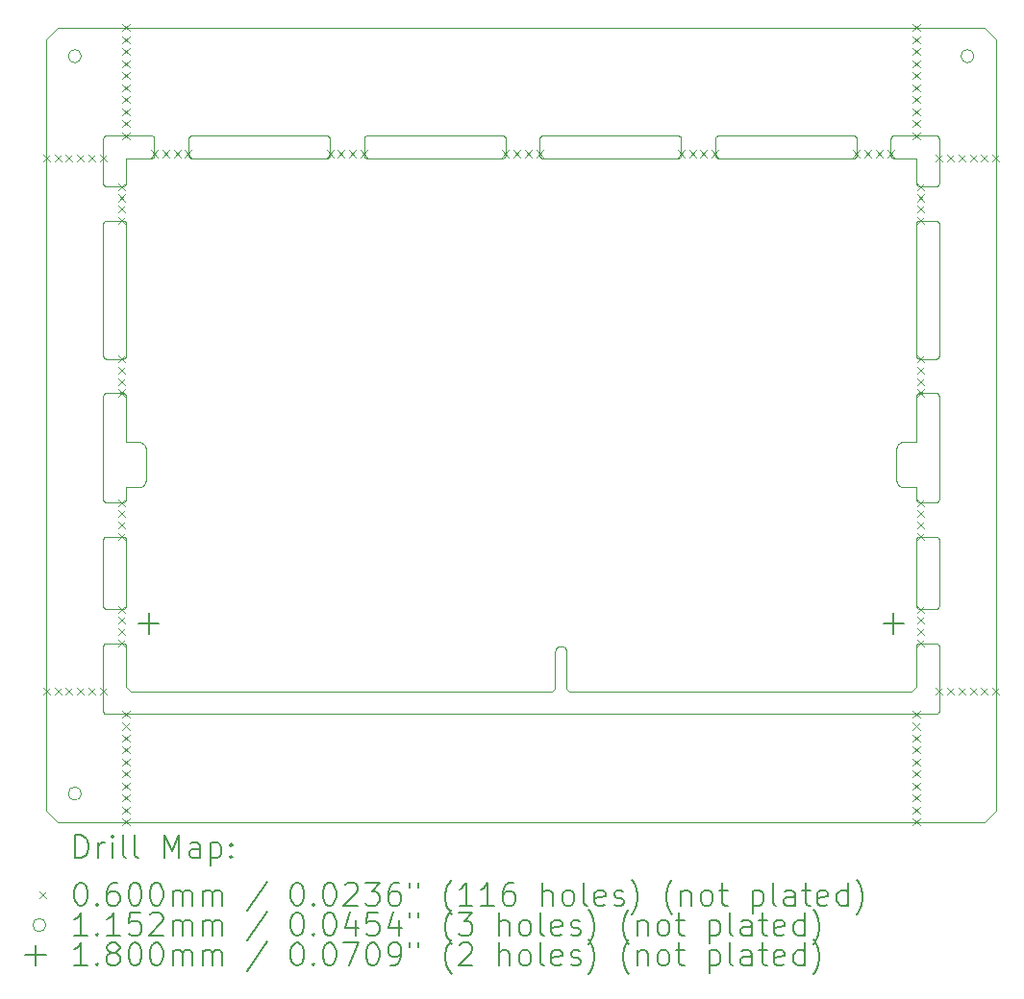
<source format=gbr>
%TF.GenerationSoftware,KiCad,Pcbnew,9.0.0*%
%TF.CreationDate,2025-10-22T11:33:18+02:00*%
%TF.ProjectId,ecap5-bsom-frame,65636170-352d-4627-936f-6d2d6672616d,rev?*%
%TF.SameCoordinates,Original*%
%TF.FileFunction,Drillmap*%
%TF.FilePolarity,Positive*%
%FSLAX45Y45*%
G04 Gerber Fmt 4.5, Leading zero omitted, Abs format (unit mm)*
G04 Created by KiCad (PCBNEW 9.0.0) date 2025-10-22 11:33:18*
%MOMM*%
%LPD*%
G01*
G04 APERTURE LIST*
%ADD10C,0.100000*%
%ADD11C,0.200000*%
%ADD12C,0.115200*%
%ADD13C,0.180000*%
G04 APERTURE END LIST*
D10*
X11196969Y-7424144D02*
X11198433Y-7424036D01*
X18515472Y-7428254D02*
X18516712Y-7429039D01*
X11350173Y-7122252D02*
X11348779Y-7122712D01*
X18508780Y-7425287D02*
X18510173Y-7425748D01*
X14695139Y-3147129D02*
X14693797Y-3147724D01*
X16562631Y-2964528D02*
X16563416Y-2963288D01*
X18112246Y-3140179D02*
X18111287Y-3139068D01*
X18159741Y-6009210D02*
X18158376Y-6005525D01*
X13469663Y-3134195D02*
X13469003Y-3132884D01*
X11354195Y-6487530D02*
X11355472Y-6488254D01*
X18332871Y-6166884D02*
X18332276Y-6165542D01*
X18929734Y-9000000D02*
X18930058Y-8999992D01*
X14696450Y-3146469D02*
X14695139Y-3147129D01*
X18333531Y-3383195D02*
X18332871Y-3381884D01*
X13142065Y-3149425D02*
X13140620Y-3149676D01*
X11367129Y-4900884D02*
X11366469Y-4902195D01*
X14707216Y-3136711D02*
X14706371Y-3137911D01*
X14698966Y-2955039D02*
X14700166Y-2955884D01*
X11175039Y-7110711D02*
X11174254Y-7109472D01*
X11362254Y-4908180D02*
X11361242Y-4909242D01*
X11359068Y-6177213D02*
X11357911Y-6178116D01*
X11343031Y-4917856D02*
X11341567Y-4917964D01*
X18528252Y-7104173D02*
X18527724Y-7105542D01*
X15014531Y-2968458D02*
X15015126Y-2967116D01*
X15151012Y-7490096D02*
X15151240Y-7489001D01*
X11191220Y-7425287D02*
X11192635Y-7424896D01*
X18504487Y-2950324D02*
X18505933Y-2950574D01*
X18334254Y-6498528D02*
X18335039Y-6497288D01*
X16564262Y-2962089D02*
X16565164Y-2960932D01*
X15034890Y-3149104D02*
X15033475Y-3148712D01*
X15154985Y-7478322D02*
X15155666Y-7476994D01*
X18529964Y-3370567D02*
X18529856Y-3372031D01*
X18501567Y-8049964D02*
X18500099Y-8050000D01*
X15180372Y-7454070D02*
X15181746Y-7453491D01*
X11544959Y-5714217D02*
X11545000Y-5715784D01*
X11513815Y-5659562D02*
X11516891Y-5661560D01*
X16253338Y-3136711D02*
X16252493Y-3137911D01*
X18337746Y-7114179D02*
X18336787Y-7113068D01*
X14708724Y-2965805D02*
X14709384Y-2967116D01*
X18332871Y-7106884D02*
X18332276Y-7105542D01*
X11486792Y-5650379D02*
X11487956Y-5650540D01*
X14711680Y-3125933D02*
X14711359Y-3127365D01*
X13155201Y-3143213D02*
X13154044Y-3144116D01*
X16583890Y-3149676D02*
X16582444Y-3149425D01*
X11170144Y-3725969D02*
X11170324Y-3724513D01*
X18332276Y-7105542D02*
X18331748Y-7104173D01*
X18337746Y-6493820D02*
X18338758Y-6492757D01*
X17774599Y-3150000D02*
X16588279Y-3150000D01*
X11360179Y-3706745D02*
X11361242Y-3707757D01*
X18523213Y-3709932D02*
X18524116Y-3711089D01*
X11920046Y-2978433D02*
X11920154Y-2976969D01*
X18512884Y-3396129D02*
X18511542Y-3396724D01*
X11370000Y-3150368D02*
X11370000Y-3369099D01*
X11506421Y-6044343D02*
X11504974Y-6044942D01*
X11196969Y-6484144D02*
X11198433Y-6484036D01*
X18187167Y-6041030D02*
X18184155Y-6039152D01*
X16579598Y-3148712D02*
X16578204Y-3148252D01*
X11170324Y-7449513D02*
X11170575Y-7448067D01*
X18332276Y-6502458D02*
X18332871Y-6501116D01*
X18187167Y-5658970D02*
X18188474Y-5658201D01*
X18517911Y-3704884D02*
X18519068Y-3705787D01*
X11345933Y-3699574D02*
X11347365Y-3699896D01*
X18120305Y-3146469D02*
X18119028Y-3145746D01*
X11187116Y-7121129D02*
X11185805Y-7120469D01*
X15177206Y-7455539D02*
X15178551Y-7454892D01*
X18344528Y-3703254D02*
X18345805Y-3702530D01*
X18508780Y-3700287D02*
X18510173Y-3700748D01*
X11188458Y-2952276D02*
X11189827Y-2951748D01*
X15020000Y-3140179D02*
X15019042Y-3139068D01*
X15248124Y-7486592D02*
X15248434Y-7487667D01*
X18125720Y-2951287D02*
X18127135Y-2950896D01*
X18339820Y-7116254D02*
X18338758Y-7115242D01*
X11178758Y-6492757D02*
X11179820Y-6491745D01*
X11171748Y-3379173D02*
X11171288Y-3377779D01*
X11517220Y-6038226D02*
X11513815Y-6040437D01*
X18334254Y-4903472D02*
X18333531Y-4902195D01*
X16258054Y-3124487D02*
X16257803Y-3125933D01*
X11170324Y-6509513D02*
X11170575Y-6508067D01*
X11369856Y-7097031D02*
X11369676Y-7098487D01*
X15219288Y-7453917D02*
X15221449Y-7454892D01*
X13152844Y-2955039D02*
X13154044Y-2955884D01*
X16575494Y-3147129D02*
X16574183Y-3146469D01*
X15214846Y-7452300D02*
X15215918Y-7452623D01*
X11487956Y-5650540D02*
X11492353Y-5651236D01*
X11925894Y-2962089D02*
X11926797Y-2960932D01*
X11932098Y-3144116D02*
X11930941Y-3143213D01*
X15151876Y-7486592D02*
X15152575Y-7484326D01*
X11182089Y-5223884D02*
X11183288Y-5223039D01*
X11343031Y-7123856D02*
X11341567Y-7123964D01*
X15202617Y-7450112D02*
X15203735Y-7450161D01*
X11189827Y-8048252D02*
X11188458Y-8047724D01*
X18330000Y-7453901D02*
X18330036Y-7452433D01*
X11172871Y-5235116D02*
X11173531Y-5233805D01*
X11170000Y-7453901D02*
X11170036Y-7452433D01*
X18343288Y-3393961D02*
X18342089Y-3393116D01*
X14691034Y-2951287D02*
X14692428Y-2951748D01*
X13472016Y-3137911D02*
X13471171Y-3136711D01*
X11367724Y-3717458D02*
X11368252Y-3718827D01*
X18522254Y-6174179D02*
X18521242Y-6175242D01*
X14710507Y-3130173D02*
X14709979Y-3131542D01*
X13163262Y-2967116D02*
X13163856Y-2968458D01*
X15037768Y-2950324D02*
X15039224Y-2950144D01*
X13479421Y-3144961D02*
X13478221Y-3144116D01*
X11948443Y-3149964D02*
X11946979Y-3149856D01*
X14708001Y-2964528D02*
X14708724Y-2965805D01*
X13466168Y-3121567D02*
X13466132Y-3120099D01*
X11365746Y-3713528D02*
X11366469Y-3714805D01*
X18343288Y-5223039D02*
X18344528Y-5222254D01*
X13157375Y-3141242D02*
X13156312Y-3142254D01*
X16581012Y-3149104D02*
X16579598Y-3148712D01*
X11188458Y-7426276D02*
X11189827Y-7425748D01*
X11616479Y-2965805D02*
X11617139Y-2967116D01*
X15012291Y-3121567D02*
X15012255Y-3120099D01*
X18528252Y-3379173D02*
X18527724Y-3380542D01*
X11370366Y-3150000D02*
X11370104Y-3150006D01*
X15149741Y-7825258D02*
X15149964Y-7825024D01*
X16232865Y-3149676D02*
X16231408Y-3149856D01*
X18530000Y-7094099D02*
X18529964Y-7095567D01*
X16238550Y-2951748D02*
X16239920Y-2952276D01*
X11544490Y-5707040D02*
X11544621Y-5708208D01*
X16579598Y-2951287D02*
X16581012Y-2950896D01*
X18358433Y-3398964D02*
X18356969Y-3398856D01*
X11170036Y-5246433D02*
X11170144Y-5244969D01*
X18504487Y-6183676D02*
X18503031Y-6183856D01*
X18334254Y-5232528D02*
X18335039Y-5231288D01*
X11170036Y-2978433D02*
X11170144Y-2976969D01*
X11367129Y-3381884D02*
X11366469Y-3383195D01*
X18330896Y-6506635D02*
X18331288Y-6505220D01*
X11185805Y-7427530D02*
X11187116Y-7426871D01*
X18220759Y-6050000D02*
X18219242Y-6049961D01*
X11523478Y-5666713D02*
X11524346Y-5667505D01*
X18510173Y-2951748D02*
X18511542Y-2952276D01*
X18343288Y-7429039D02*
X18344528Y-7428254D01*
X18332276Y-3717458D02*
X18332871Y-3716116D01*
X11945523Y-2950324D02*
X11946979Y-2950144D01*
X18529676Y-3724513D02*
X18529856Y-3725969D01*
X18105788Y-2971220D02*
X18106248Y-2969827D01*
X11170000Y-6513901D02*
X11170036Y-6512433D01*
X17781865Y-3149104D02*
X17780433Y-3149425D01*
X15012399Y-3123031D02*
X15012291Y-3121567D01*
X18330000Y-3369099D02*
X18330000Y-3150368D01*
X11604205Y-2953530D02*
X11605481Y-2954254D01*
X18330324Y-7449513D02*
X18330575Y-7448067D01*
X16558521Y-2976969D02*
X16558701Y-2975513D01*
X11479216Y-6050000D02*
X11370368Y-6050000D01*
X11183288Y-8044961D02*
X11182089Y-8044116D01*
X14709384Y-3132884D02*
X14708724Y-3134195D01*
X11369676Y-6509513D02*
X11369856Y-6510969D01*
X11949911Y-2950000D02*
X13136231Y-2950000D01*
X11188458Y-8047724D02*
X11187116Y-8047129D01*
X11360179Y-7116254D02*
X11359068Y-7117213D01*
X13493102Y-3149856D02*
X13491645Y-3149676D01*
X18339820Y-3706745D02*
X18340932Y-3705787D01*
X11348779Y-6182712D02*
X11347365Y-6183104D01*
X18355513Y-6484324D02*
X18356969Y-6484144D01*
X11345933Y-7424574D02*
X11347365Y-7424896D01*
X11170575Y-5242067D02*
X11170896Y-5240635D01*
X11188458Y-5220276D02*
X11189827Y-5219748D01*
X11348779Y-3700287D02*
X11350173Y-3700748D01*
X13139163Y-2950144D02*
X13140620Y-2950324D01*
X18512884Y-8047129D02*
X18511542Y-8047724D01*
X18354067Y-4917425D02*
X18352635Y-4917104D01*
X11535298Y-6019043D02*
X11534479Y-6020379D01*
X16256630Y-2969827D02*
X16257090Y-2971220D01*
X15248703Y-7488754D02*
X15248759Y-7489001D01*
X16237157Y-2951287D02*
X16238550Y-2951748D01*
X18106248Y-2969827D02*
X18106776Y-2968458D01*
X14701323Y-3143213D02*
X14700166Y-3144116D01*
X18527129Y-4900884D02*
X18526469Y-4902195D01*
X11365746Y-6498528D02*
X11366469Y-6499805D01*
X18514195Y-6180469D02*
X18512884Y-6181129D01*
X18155122Y-5988290D02*
X18155083Y-5986779D01*
X18171900Y-6028631D02*
X18169341Y-6025650D01*
X18529964Y-4889567D02*
X18529856Y-4891031D01*
X18352635Y-6484896D02*
X18354067Y-6484574D01*
X11619435Y-2974067D02*
X11619686Y-2975513D01*
X14685286Y-2950144D02*
X14686742Y-2950324D01*
X11170575Y-8025933D02*
X11170324Y-8024487D01*
X18217835Y-5650082D02*
X18329632Y-5650000D01*
X18510173Y-5219748D02*
X18511542Y-5220276D01*
X15196265Y-7450161D02*
X15197382Y-7450084D01*
X15152575Y-7484326D02*
X15153050Y-7482912D01*
X16238550Y-3148252D02*
X16237157Y-3148712D01*
X18117788Y-3144961D02*
X18116589Y-3144116D01*
X13488767Y-2950896D02*
X13490199Y-2950574D01*
X18332871Y-7441116D02*
X18333531Y-7439805D01*
X15168849Y-7460937D02*
X15170038Y-7460037D01*
X13147675Y-2952276D02*
X13149016Y-2952871D01*
X18505933Y-6484574D02*
X18507365Y-6484896D01*
X18338758Y-5226758D02*
X18339820Y-5225746D01*
X18529104Y-2972635D02*
X18529425Y-2974067D01*
X15022075Y-2957745D02*
X15023187Y-2956787D01*
X11594497Y-2950324D02*
X11595943Y-2950574D01*
X11184528Y-3703254D02*
X11185805Y-3702530D01*
X11530482Y-6025880D02*
X11529465Y-6027071D01*
X18356969Y-6484144D02*
X18358433Y-6484036D01*
X10769641Y-8999741D02*
X10769876Y-8999964D01*
X11182089Y-2955884D02*
X11183288Y-2955039D01*
X11178758Y-7115242D02*
X11177746Y-7114179D01*
X18528712Y-6162779D02*
X18528252Y-6164173D01*
X15232294Y-7461897D02*
X15234072Y-7463466D01*
X17798616Y-3137911D02*
X17797713Y-3139068D01*
X16241261Y-2952871D02*
X16242572Y-2953530D01*
X15250260Y-7825260D02*
X15274740Y-7849740D01*
X18527724Y-4899542D02*
X18527129Y-4900884D01*
X18529964Y-6512433D02*
X18530000Y-6513901D01*
X11359068Y-5224787D02*
X11360179Y-5225746D01*
X18107371Y-3132884D02*
X18106776Y-3131542D01*
X15250000Y-7824634D02*
X15250008Y-7824958D01*
X11175039Y-7437288D02*
X11175884Y-7436089D01*
X18930359Y-2000259D02*
X18930124Y-2000035D01*
X18508780Y-7122712D02*
X18507365Y-7123104D01*
X15229962Y-7460037D02*
X15231151Y-7460937D01*
X18335039Y-5231288D02*
X18335884Y-5230089D01*
X14711359Y-3127365D02*
X14710967Y-3128779D01*
X15163363Y-7466005D02*
X15164129Y-7465190D01*
X11543060Y-6000680D02*
X11542763Y-6001817D01*
X18930124Y-8999964D02*
X18930359Y-8999741D01*
X11348779Y-5219288D02*
X11350173Y-5219748D01*
X11365746Y-4903472D02*
X11364961Y-4904712D01*
X13147675Y-3147724D02*
X13146305Y-3148252D01*
X11602894Y-3147129D02*
X11601552Y-3147724D01*
X13478221Y-3144116D02*
X13477064Y-3143213D01*
X11368712Y-3377779D02*
X11368252Y-3379173D01*
X11369964Y-3370567D02*
X11369856Y-3372031D01*
X11538394Y-5686565D02*
X11540045Y-5690273D01*
X18184155Y-5660848D02*
X18187167Y-5658970D01*
X18338758Y-3390242D02*
X18337746Y-3389179D01*
X16228476Y-2950000D02*
X16229945Y-2950036D01*
X15164129Y-7465190D02*
X15164306Y-7465008D01*
X11184528Y-5222254D02*
X11185805Y-5221531D01*
X18529856Y-8023031D02*
X18529676Y-8024487D01*
X18113258Y-3141242D02*
X18112246Y-3140179D01*
X13154044Y-3144116D02*
X13152844Y-3144961D01*
X18358433Y-5218036D02*
X18359901Y-5218000D01*
X11170575Y-2974067D02*
X11170896Y-2972635D01*
X11494657Y-5651695D02*
X11495680Y-5651940D01*
X18356969Y-4917856D02*
X18355513Y-4917676D01*
X11170036Y-6512433D02*
X11170144Y-6510969D01*
X15025543Y-2955039D02*
X15026783Y-2954254D01*
X16239920Y-2952276D02*
X16241261Y-2952871D01*
X18500099Y-6184000D02*
X18359901Y-6184000D01*
X18358433Y-3699036D02*
X18359901Y-3699000D01*
X11360179Y-7431745D02*
X11361242Y-7432757D01*
X11198433Y-5218036D02*
X11199901Y-5218000D01*
X18930360Y-8999740D02*
X19029740Y-8900360D01*
X17799461Y-2963288D02*
X17800246Y-2964528D01*
X11363213Y-3388068D02*
X11362254Y-3389179D01*
X11194067Y-6484574D02*
X11195513Y-6484324D01*
X18501567Y-5218036D02*
X18503031Y-5218144D01*
X11369676Y-6158487D02*
X11369425Y-6159933D01*
X14711680Y-2974067D02*
X14711931Y-2975513D01*
X15039224Y-3149856D02*
X15037768Y-3149676D01*
X11593041Y-3149856D02*
X11591577Y-3149964D01*
X18168617Y-5675226D02*
X18169341Y-5674350D01*
X11187116Y-6181129D02*
X11185805Y-6180469D01*
X18340932Y-7117213D02*
X18339820Y-7116254D01*
X18521242Y-3390242D02*
X18520180Y-3391254D01*
X18335039Y-6170711D02*
X18334254Y-6169472D01*
X18345805Y-6180469D02*
X18344528Y-6179746D01*
X18527129Y-3716116D02*
X18527724Y-3717458D01*
X17776067Y-2950036D02*
X17777531Y-2950144D01*
X13490199Y-3149425D02*
X13488767Y-3149104D01*
X18329896Y-3150006D02*
X18329634Y-3150000D01*
X11364961Y-6497288D02*
X11365746Y-6498528D01*
X15245015Y-7478322D02*
X15245628Y-7479682D01*
X11187116Y-4915129D02*
X11185805Y-4914469D01*
X18529104Y-5240635D02*
X18529425Y-5242067D01*
X11495680Y-5651940D02*
X11496817Y-5652237D01*
X11536853Y-5683533D02*
X11537354Y-5684457D01*
X11361242Y-4909242D02*
X11360179Y-4910254D01*
X15042156Y-3150000D02*
X15040688Y-3149964D01*
X11921758Y-2969827D02*
X11922286Y-2968458D01*
X11937126Y-3147129D02*
X11935815Y-3146469D01*
X18206923Y-6048632D02*
X18205446Y-6048289D01*
X18522254Y-4908180D02*
X18521242Y-4909242D01*
X18330000Y-7094099D02*
X18330000Y-6513901D01*
X15211118Y-7451290D02*
X15212564Y-7451658D01*
X11360179Y-6176254D02*
X11359068Y-6177213D01*
X15249826Y-7496513D02*
X15249963Y-7499254D01*
X18349827Y-4916252D02*
X18348458Y-4915724D01*
X11195513Y-4917676D02*
X11194067Y-4917425D01*
X11364961Y-3385711D02*
X11364116Y-3386911D01*
X18330896Y-3376365D02*
X18330575Y-3374933D01*
X11606721Y-3144961D02*
X11605481Y-3145746D01*
X15014003Y-2969827D02*
X15014531Y-2968458D01*
X18529856Y-7450969D02*
X18529964Y-7452433D01*
X15042156Y-2950000D02*
X16228476Y-2950000D01*
X18529104Y-7101365D02*
X18528712Y-7102779D01*
X16257481Y-2972635D02*
X16257803Y-2974067D01*
X17803604Y-2972635D02*
X17803925Y-2974067D01*
X16258341Y-3121567D02*
X16258233Y-3123031D01*
X18354067Y-6183425D02*
X18352635Y-6183104D01*
X18335884Y-7436089D02*
X18336787Y-7434932D01*
X18167324Y-6023049D02*
X18166668Y-6022120D01*
X18342089Y-3393116D02*
X18340932Y-3392213D01*
X18330575Y-6159933D02*
X18330324Y-6158487D01*
X18338758Y-6175242D02*
X18337746Y-6174179D01*
X11614126Y-3137911D02*
X11613223Y-3139068D01*
X18127135Y-2950896D02*
X18128567Y-2950574D01*
X18344528Y-5222254D02*
X18345805Y-5221531D01*
X11619974Y-2978433D02*
X11620010Y-2979901D01*
X18521242Y-5226758D02*
X18522254Y-5227820D01*
X16231408Y-3149856D02*
X16229945Y-3149964D01*
X15174166Y-7457252D02*
X15175896Y-7456253D01*
X11172276Y-3380542D02*
X11171748Y-3379173D01*
X18507365Y-6183104D02*
X18505933Y-6183425D01*
X11350173Y-3397252D02*
X11348779Y-3397712D01*
X16585347Y-2950144D02*
X16586810Y-2950036D01*
X15205103Y-7450276D02*
X15206214Y-7450409D01*
X11369676Y-3724513D02*
X11369856Y-3725969D01*
X11177746Y-7433820D02*
X11178758Y-7432757D01*
X11364116Y-7436089D02*
X11364961Y-7437288D01*
X18349827Y-3397252D02*
X18348458Y-3396724D01*
X18510173Y-8048252D02*
X18508780Y-8048712D01*
X11492353Y-5651236D02*
X11493510Y-5651443D01*
X18333531Y-4902195D02*
X18332871Y-4900884D01*
X11537879Y-6014491D02*
X11537131Y-6015867D01*
X11351542Y-7121724D02*
X11350173Y-7122252D01*
X18343288Y-7118961D02*
X18342089Y-7118116D01*
X11340099Y-3699000D02*
X11341567Y-3699036D01*
X11175039Y-6170711D02*
X11174254Y-6169472D01*
X18520180Y-6491745D02*
X18521242Y-6492757D01*
X11170036Y-3727433D02*
X11170144Y-3725969D01*
X11369425Y-7099933D02*
X11369104Y-7101365D01*
X17804356Y-2976969D02*
X17804464Y-2978433D01*
X18340932Y-6177213D02*
X18339820Y-6176254D01*
X18333531Y-3714805D02*
X18334254Y-3713528D01*
X17788695Y-2953530D02*
X17789972Y-2954254D01*
X11195513Y-6484324D02*
X11196969Y-6484144D01*
X11340099Y-4918000D02*
X11199901Y-4918000D01*
X15015126Y-2967116D02*
X15015785Y-2965805D01*
X11195513Y-2950324D02*
X11196969Y-2950144D01*
X16559665Y-3128779D02*
X16559273Y-3127365D01*
X11368712Y-3720220D02*
X11369104Y-3721635D01*
X11196969Y-6183856D02*
X11195513Y-6183676D01*
X18519068Y-4911213D02*
X18517911Y-4912116D01*
X11192635Y-5218896D02*
X11194067Y-5218575D01*
X18529964Y-8021567D02*
X18529856Y-8023031D01*
X11502176Y-5653954D02*
X11503286Y-5654339D01*
X17800246Y-3135472D02*
X17799461Y-3136711D01*
X11525109Y-5668229D02*
X11525945Y-5669054D01*
X18330000Y-3150366D02*
X18329994Y-3150104D01*
X11367724Y-3380542D02*
X11367129Y-3381884D01*
X18335884Y-7111911D02*
X18335039Y-7110711D01*
X13487353Y-2951287D02*
X13488767Y-2950896D01*
X18124327Y-3148252D02*
X18122958Y-3147724D01*
X18505933Y-3398425D02*
X18504487Y-3398676D01*
X11341567Y-7123964D02*
X11340099Y-7124000D01*
X16229945Y-2950036D02*
X16231408Y-2950144D01*
X11348779Y-4916712D02*
X11347365Y-4917104D01*
X11521779Y-6034728D02*
X11520891Y-6035497D01*
X11173531Y-7439805D02*
X11174254Y-7438528D01*
X11926797Y-3139068D02*
X11925894Y-3137911D01*
X11542422Y-6002941D02*
X11541167Y-6006802D01*
X11601552Y-3147724D02*
X11600183Y-3148252D01*
X18332276Y-5236458D02*
X18332871Y-5235116D01*
X15018139Y-3137911D02*
X15017294Y-3136711D01*
X11174254Y-7109472D02*
X11173531Y-7108195D01*
X16566123Y-2959820D02*
X16567135Y-2958757D01*
X18182890Y-6038318D02*
X18181667Y-6037421D01*
X11501550Y-6046257D02*
X11500073Y-6046779D01*
X15013542Y-2971220D02*
X15014003Y-2969827D01*
X11364116Y-3711089D02*
X11364961Y-3712288D01*
X17804176Y-2975513D02*
X17804356Y-2976969D01*
X15012829Y-2974067D02*
X15013151Y-2972635D01*
X17802224Y-2968458D02*
X17802752Y-2969827D01*
X18188474Y-6041799D02*
X18187167Y-6041030D01*
X18525746Y-7109472D02*
X18524961Y-7110711D01*
X11174254Y-4903472D02*
X11173531Y-4902195D01*
X17804176Y-3124487D02*
X17803925Y-3125933D01*
X13466707Y-3125933D02*
X13466456Y-3124487D01*
X11922881Y-3132884D02*
X11922286Y-3131542D01*
X15165102Y-7464222D02*
X15165928Y-7463466D01*
X11183288Y-7118961D02*
X11182089Y-7118116D01*
X15151297Y-7488754D02*
X15151566Y-7487667D01*
X18503031Y-2950144D02*
X18504487Y-2950324D01*
X17804464Y-2978433D02*
X17804500Y-2979901D01*
X18504487Y-8049676D02*
X18503031Y-8049856D01*
X11360179Y-6491745D02*
X11361242Y-6492757D01*
X18522254Y-5227820D02*
X18523213Y-5228932D01*
X18347116Y-7426871D02*
X18348458Y-7426276D01*
X10670259Y-2099641D02*
X10670036Y-2099876D01*
X18330144Y-7097031D02*
X18330036Y-7095567D01*
X11370000Y-3728901D02*
X11370000Y-4888099D01*
X18504487Y-7123676D02*
X18503031Y-7123856D01*
X11194067Y-7424574D02*
X11195513Y-7424324D01*
X18529856Y-7097031D02*
X18529676Y-7098487D01*
X18155606Y-5706286D02*
X18155771Y-5705161D01*
X11192635Y-6183104D02*
X11191220Y-6182712D01*
X13473878Y-2959820D02*
X13474890Y-2958757D01*
X18501567Y-3699036D02*
X18503031Y-3699144D01*
X11187116Y-8047129D02*
X11185805Y-8046469D01*
X11615756Y-3135472D02*
X11614971Y-3136711D01*
X11189827Y-3397252D02*
X11188458Y-3396724D01*
X11520891Y-6035497D02*
X11519973Y-6036230D01*
X11540644Y-6008279D02*
X11540045Y-6009727D01*
X18335884Y-3386911D02*
X18335039Y-3385711D01*
X18507365Y-3699896D02*
X18508780Y-3700287D01*
X11194067Y-3398425D02*
X11192635Y-3398104D01*
X15034890Y-2950896D02*
X15036322Y-2950574D01*
X13149016Y-2952871D02*
X13150327Y-2953530D01*
X17799461Y-3136711D02*
X17798616Y-3137911D01*
X11196969Y-7123856D02*
X11195513Y-7123676D01*
X18167926Y-6023870D02*
X18167324Y-6023049D01*
X16586810Y-2950036D02*
X16588279Y-2950000D01*
X18205446Y-6048289D02*
X18202011Y-6047399D01*
X18527724Y-6502458D02*
X18528252Y-6503827D01*
X13157375Y-2958757D02*
X13158387Y-2959820D01*
X11176787Y-3388068D02*
X11175884Y-3386911D01*
X15030713Y-2952276D02*
X15032082Y-2951748D01*
X11173531Y-2965805D02*
X11174254Y-2964528D01*
X13479421Y-2955039D02*
X13480661Y-2954254D01*
X18517911Y-6178116D02*
X18516712Y-6178961D01*
X18343288Y-6178961D02*
X18342089Y-6178116D01*
X18358433Y-4917964D02*
X18356969Y-4917856D01*
X11545000Y-5984216D02*
X11544959Y-5985783D01*
X11177746Y-2959820D02*
X11178758Y-2958757D01*
X18523213Y-7113068D02*
X18522254Y-7114179D01*
X18287214Y-7850000D02*
X18287538Y-7849992D01*
X14712219Y-3121567D02*
X14712111Y-3123031D01*
X17796754Y-3140179D02*
X17795742Y-3141242D01*
X14682354Y-3150000D02*
X13496034Y-3150000D01*
X15248759Y-7489001D02*
X15248988Y-7490096D01*
X18524961Y-4904712D02*
X18524116Y-4905911D01*
X11597375Y-3149104D02*
X11595943Y-3149425D01*
X18530000Y-4888099D02*
X18529964Y-4889567D01*
X11368252Y-7104173D02*
X11367724Y-7105542D01*
X11369676Y-5243513D02*
X11369856Y-5244969D01*
X18519068Y-3392213D02*
X18517911Y-3393116D01*
X13483248Y-3147129D02*
X13481938Y-3146469D01*
X15249714Y-7495025D02*
X15249826Y-7496513D01*
X11199901Y-8050000D02*
X11198433Y-8049964D01*
X11183288Y-6489039D02*
X11184528Y-6488254D01*
X16567135Y-2958757D02*
X16568198Y-2957745D01*
X18358433Y-7424036D02*
X18359901Y-7424000D01*
X11363213Y-3709932D02*
X11364116Y-3711089D01*
X18505933Y-6183425D02*
X18504487Y-6183676D01*
X18517911Y-4912116D02*
X18516712Y-4912961D01*
X18343288Y-6489039D02*
X18344528Y-6488254D01*
X13137699Y-3149964D02*
X13136231Y-3150000D01*
X18525746Y-4903472D02*
X18524961Y-4904712D01*
X11187116Y-3701871D02*
X11188458Y-3701276D01*
X11365746Y-3384472D02*
X11364961Y-3385711D01*
X11370000Y-6513901D02*
X11370000Y-7094099D01*
X11368712Y-5239220D02*
X11369104Y-5240635D01*
X18359901Y-5218000D02*
X18500099Y-5218000D01*
X18529425Y-6159933D02*
X18529104Y-6161365D01*
X18529425Y-2974067D02*
X18529676Y-2975513D01*
X18524116Y-3711089D02*
X18524961Y-3712288D01*
X18524116Y-7436089D02*
X18524961Y-7437288D01*
X13161093Y-2963288D02*
X13161878Y-2964528D01*
X16254123Y-2964528D02*
X16254847Y-2965805D01*
X11617139Y-2967116D02*
X11617734Y-2968458D01*
X15175896Y-7456253D02*
X15177206Y-7455539D01*
X11614971Y-2963288D02*
X11615756Y-2964528D01*
X18107371Y-2967116D02*
X18108031Y-2965805D01*
X11538553Y-6013077D02*
X11537879Y-6014491D01*
X16254847Y-3134195D02*
X16254123Y-3135472D01*
X11609078Y-3143213D02*
X11607921Y-3144116D01*
X18331288Y-3720220D02*
X18331748Y-3718827D01*
X18529425Y-4893933D02*
X18529104Y-4895365D01*
X11412161Y-7849741D02*
X11412396Y-7849964D01*
X18333531Y-7439805D02*
X18334254Y-7438528D01*
X18344528Y-7428254D02*
X18345805Y-7427530D01*
X11177746Y-8040179D02*
X11176787Y-8039068D01*
X18503031Y-8049856D02*
X18501567Y-8049964D01*
X11369104Y-6161365D02*
X11368712Y-6162779D01*
X18515472Y-7119746D02*
X18514195Y-7120469D01*
X18119028Y-3145746D02*
X18117788Y-3144961D01*
X11170896Y-3376365D02*
X11170575Y-3374933D01*
X11512479Y-5658744D02*
X11513815Y-5659562D01*
X16256101Y-3131542D02*
X16255507Y-3132884D01*
X18523213Y-5228932D02*
X18524116Y-5230089D01*
X11173531Y-3383195D02*
X11172871Y-3381884D01*
X11359068Y-7117213D02*
X11357911Y-7118116D01*
X11198433Y-7123964D02*
X11196969Y-7123856D01*
X11369425Y-3723067D02*
X11369676Y-3724513D01*
X11180932Y-3705787D02*
X11182089Y-3704884D01*
X16257803Y-2974067D02*
X16258054Y-2975513D01*
X11184528Y-6488254D02*
X11185805Y-6487530D01*
X15246950Y-7482912D02*
X15247425Y-7484326D01*
X15153595Y-7481523D02*
X15154371Y-7479682D01*
X11618722Y-3128779D02*
X11618262Y-3130173D01*
X18501567Y-7424036D02*
X18503031Y-7424144D01*
X11359068Y-6490787D02*
X11360179Y-6491745D01*
X18173988Y-5669171D02*
X18176561Y-5666726D01*
X11355472Y-4913746D02*
X11354195Y-4914469D01*
X15150037Y-7499254D02*
X15150174Y-7496513D01*
X18529964Y-7452433D02*
X18530000Y-7453901D01*
X18155000Y-5715763D02*
X18155039Y-5714237D01*
X11199901Y-4918000D02*
X11198433Y-4917964D01*
X18526469Y-3714805D02*
X18527129Y-3716116D01*
X18356969Y-5218144D02*
X18358433Y-5218036D01*
X11370260Y-7807840D02*
X11412160Y-7849740D01*
X11362254Y-3389179D02*
X11361242Y-3390242D01*
X18159645Y-5691030D02*
X18161194Y-5687420D01*
X18336787Y-4907068D02*
X18335884Y-4905911D01*
X18524116Y-8037911D02*
X18523213Y-8039068D01*
X11920154Y-2976969D02*
X11920333Y-2975513D01*
X18515472Y-4913746D02*
X18514195Y-4914469D01*
X18330575Y-4893933D02*
X18330324Y-4892487D01*
X18127135Y-3149104D02*
X18125720Y-3148712D01*
X15012291Y-2978433D02*
X15012399Y-2976969D01*
X18527724Y-3717458D02*
X18528252Y-3718827D01*
X11369425Y-6508067D02*
X11369676Y-6509513D01*
X18345805Y-3395469D02*
X18344528Y-3394746D01*
X13159345Y-3139068D02*
X13158387Y-3140179D01*
X18511542Y-7426276D02*
X18512884Y-7426871D01*
X11613223Y-3139068D02*
X11612264Y-3140179D01*
X11199901Y-7424000D02*
X11340099Y-7424000D01*
X18208416Y-6048899D02*
X18206923Y-6048632D01*
X18351220Y-3397712D02*
X18349827Y-3397252D01*
X11519425Y-5663401D02*
X11522580Y-5665956D01*
X11191220Y-7122712D02*
X11189827Y-7122252D01*
X11935815Y-3146469D02*
X11934538Y-3145746D01*
X13475953Y-2957745D02*
X13477064Y-2956787D01*
X18519068Y-7430787D02*
X18520180Y-7431745D01*
X11607921Y-2955884D02*
X11609078Y-2956787D01*
X15032082Y-2951748D02*
X15033475Y-2951287D01*
X11170144Y-7450969D02*
X11170324Y-7449513D01*
X18354067Y-6484574D02*
X18355513Y-6484324D01*
X17802224Y-3131542D02*
X17801629Y-3132884D01*
X18529676Y-6509513D02*
X18529856Y-6510969D01*
X18525746Y-6169472D02*
X18524961Y-6170711D01*
X18340932Y-5224787D02*
X18342089Y-5223884D01*
X18329632Y-6050000D02*
X18220759Y-6050000D01*
X14709384Y-2967116D02*
X14709979Y-2968458D01*
X14710507Y-2969827D02*
X14710967Y-2971220D01*
X11486790Y-6049603D02*
X11485228Y-6049726D01*
X16253338Y-2963288D02*
X16254123Y-2964528D01*
X11359068Y-7430787D02*
X11360179Y-7431745D01*
X18205807Y-5651588D02*
X18206920Y-5651352D01*
X18130013Y-3149676D02*
X18128567Y-3149425D01*
X18330896Y-7101365D02*
X18330575Y-7099933D01*
X15225834Y-7457252D02*
X15227107Y-7458030D01*
X11927755Y-2959820D02*
X11928767Y-2958757D01*
X15020000Y-2959820D02*
X15021012Y-2958757D01*
X18330324Y-3724513D02*
X18330575Y-3723067D01*
X15239827Y-7469832D02*
X15240698Y-7471044D01*
X11178758Y-5226758D02*
X11179820Y-5225746D01*
X18178861Y-5664752D02*
X18181667Y-5662579D01*
X15206214Y-7450409D02*
X15207320Y-7450582D01*
X11920046Y-3121567D02*
X11920010Y-3120099D01*
X18528252Y-8030173D02*
X18527724Y-8031542D01*
X18529856Y-3372031D02*
X18529676Y-3373487D01*
X18930058Y-2000008D02*
X18929734Y-2000000D01*
X13165988Y-2976969D02*
X13166096Y-2978433D01*
X11194067Y-8049425D02*
X11192635Y-8049104D01*
X11185805Y-6180469D02*
X11184528Y-6179746D01*
X11352884Y-7121129D02*
X11351542Y-7121724D01*
X11350173Y-7425748D02*
X11351542Y-7426276D01*
X11178758Y-3390242D02*
X11177746Y-3389179D01*
X18132933Y-3149964D02*
X18131469Y-3149856D01*
X11942645Y-3149104D02*
X11941230Y-3148712D01*
X15216976Y-7452986D02*
X15217215Y-7453073D01*
X16258341Y-2978433D02*
X16258377Y-2979901D01*
X11518193Y-6037567D02*
X11517220Y-6038226D01*
X18130013Y-2950324D02*
X18131469Y-2950144D01*
X18515472Y-6179746D02*
X18514195Y-6180469D01*
X16258377Y-3120099D02*
X16258341Y-3121567D01*
X11529465Y-6027071D02*
X11527011Y-6029796D01*
X11497941Y-5652578D02*
X11502176Y-5653954D01*
X11188458Y-6486276D02*
X11189827Y-6485748D01*
X11360179Y-3391254D02*
X11359068Y-3392213D01*
X18347116Y-5220871D02*
X18348458Y-5220276D01*
X18330144Y-6510969D02*
X18330324Y-6509513D01*
X18510173Y-7425748D02*
X18511542Y-7426276D01*
X11356711Y-5223039D02*
X11357911Y-5223884D01*
X11352884Y-6486871D02*
X11354195Y-6487530D01*
X11370368Y-5650000D02*
X11482238Y-5650088D01*
X18511542Y-6181724D02*
X18510173Y-6182252D01*
X18526469Y-8034195D02*
X18525746Y-8035472D01*
X11182089Y-6489884D02*
X11183288Y-6489039D01*
X18330000Y-5649632D02*
X18330000Y-5247901D01*
X11198433Y-6484036D02*
X11199901Y-6484000D01*
X15014003Y-3130173D02*
X15013542Y-3128779D01*
X15185042Y-7452344D02*
X15186468Y-7451905D01*
X18155236Y-5989797D02*
X18155122Y-5988290D01*
X18109539Y-3136711D02*
X18108754Y-3135472D01*
X11366469Y-5233805D02*
X11367129Y-5235116D01*
X11180932Y-4911213D02*
X11179820Y-4910254D01*
X15150174Y-7496513D02*
X15150285Y-7495025D01*
X15186468Y-7451905D02*
X15187914Y-7451536D01*
X11174254Y-3713528D02*
X11175039Y-3712288D01*
X18106776Y-2968458D02*
X18107371Y-2967116D01*
X11354195Y-4914469D02*
X11352884Y-4915129D01*
X10670036Y-8900124D02*
X10670259Y-8900359D01*
X11172276Y-7105542D02*
X11171748Y-7104173D01*
X18516712Y-8044961D02*
X18515472Y-8045746D01*
X11191220Y-3397712D02*
X11189827Y-3397252D01*
X11513815Y-6040437D02*
X11512479Y-6041256D01*
X15240698Y-7471044D02*
X15241823Y-7472694D01*
X16578204Y-3148252D02*
X16576835Y-3147724D01*
X14696450Y-2953530D02*
X14697727Y-2954254D01*
X17797713Y-3139068D02*
X17796754Y-3140179D01*
X18331288Y-7445220D02*
X18331748Y-7443827D01*
X18512884Y-4915129D02*
X18511542Y-4915724D01*
X18344528Y-7119746D02*
X18343288Y-7118961D01*
X11347365Y-3699896D02*
X11348779Y-3700287D01*
X14708724Y-3134195D02*
X14708001Y-3135472D01*
X18511542Y-8047724D02*
X18510173Y-8048252D01*
X18529425Y-7099933D02*
X18529104Y-7101365D01*
X11195513Y-3699324D02*
X11196969Y-3699144D01*
X18347116Y-7121129D02*
X18345805Y-7120469D01*
X17774599Y-2950000D02*
X17776067Y-2950036D01*
X11170896Y-4895365D02*
X11170575Y-4893933D01*
X11932098Y-2955884D02*
X11933298Y-2955039D01*
X18287604Y-7849964D02*
X18287839Y-7849741D01*
X11170896Y-7446635D02*
X11171288Y-7445220D01*
X11185805Y-5221531D02*
X11187116Y-5220871D01*
X18527129Y-6501116D02*
X18527724Y-6502458D01*
X18113258Y-2958757D02*
X18114320Y-2957745D01*
X11595943Y-2950574D02*
X11597375Y-2950896D01*
X15245628Y-7479682D02*
X15246404Y-7481523D01*
X16574183Y-2953530D02*
X16575494Y-2952871D01*
X11364116Y-3386911D02*
X11363213Y-3388068D01*
X18332276Y-7442458D02*
X18332871Y-7441116D01*
X18108031Y-2965805D02*
X18108754Y-2964528D01*
X13480661Y-3145746D02*
X13479421Y-3144961D01*
X15154371Y-7479682D02*
X15154985Y-7478322D01*
X13477064Y-3143213D02*
X13475953Y-3142254D01*
X18517911Y-3393116D02*
X18516712Y-3393961D01*
X11364961Y-7437288D02*
X11365746Y-7438528D01*
X16588279Y-3150000D02*
X16586810Y-3149964D01*
X11192635Y-7123104D02*
X11191220Y-7122712D01*
X18342089Y-6178116D02*
X18340932Y-6177213D01*
X11345933Y-5218575D02*
X11347365Y-5218896D01*
X11354195Y-7427530D02*
X11355472Y-7428254D01*
X11351542Y-4915724D02*
X11350173Y-4916252D01*
X11340099Y-3399000D02*
X11199901Y-3399000D01*
X11171288Y-7102779D02*
X11170896Y-7101365D01*
X17801629Y-3132884D02*
X17800969Y-3134195D01*
X18166668Y-6022120D02*
X18166049Y-6021167D01*
X18528252Y-4898173D02*
X18527724Y-4899542D01*
X11924264Y-3135472D02*
X11923540Y-3134195D01*
X11525933Y-6030933D02*
X11524796Y-6032011D01*
X17789972Y-2954254D02*
X17791212Y-2955039D01*
X18172916Y-5670244D02*
X18173988Y-5669171D01*
X11341567Y-6484036D02*
X11343031Y-6484144D01*
X14686742Y-3149676D02*
X14685286Y-3149856D01*
X11922286Y-3131542D02*
X11921758Y-3130173D01*
X16559665Y-2971220D02*
X16560125Y-2969827D01*
X11341567Y-3699036D02*
X11343031Y-3699144D01*
X18177686Y-5665710D02*
X18178861Y-5664752D01*
X11361242Y-7432757D02*
X11362254Y-7433820D01*
X18331748Y-3718827D02*
X18332276Y-3717458D01*
X13142065Y-2950574D02*
X13143497Y-2950896D01*
X18356969Y-6183856D02*
X18355513Y-6183676D01*
X19030000Y-2100266D02*
X19029992Y-2099942D01*
X17786042Y-3147724D02*
X17784673Y-3148252D01*
X11355472Y-7428254D02*
X11356711Y-7429039D01*
X15237372Y-7466849D02*
X15238897Y-7468666D01*
X11170000Y-6154099D02*
X11170000Y-5247901D01*
X18521242Y-8041242D02*
X18520180Y-8042254D01*
X11170896Y-6506635D02*
X11171288Y-6505220D01*
X17784673Y-2951748D02*
X17786042Y-2952276D01*
X13136231Y-2950000D02*
X13137699Y-2950036D01*
X18504487Y-3699324D02*
X18505933Y-3699574D01*
X11369856Y-5244969D02*
X11369964Y-5246433D01*
X18182890Y-5661682D02*
X18184155Y-5660848D01*
X18168617Y-6024773D02*
X18167926Y-6023870D01*
X14703497Y-2958757D02*
X14704509Y-2959820D01*
X18530000Y-2979901D02*
X18530000Y-3369099D01*
X18332276Y-4899542D02*
X18331748Y-4898173D01*
X11196969Y-5218144D02*
X11198433Y-5218036D01*
X18523213Y-6494932D02*
X18524116Y-6496089D01*
X11368252Y-3379173D02*
X11367724Y-3380542D01*
X18505933Y-7424574D02*
X18507365Y-7424896D01*
X18507365Y-7123104D02*
X18505933Y-7123425D01*
X18522254Y-2959820D02*
X18523213Y-2960932D01*
X16567135Y-3141242D02*
X16566123Y-3140179D01*
X11170000Y-3728901D02*
X11170036Y-3727433D01*
X15019042Y-3139068D02*
X15018139Y-3137911D01*
X11345933Y-4917425D02*
X11344487Y-4917676D01*
X13149016Y-3147129D02*
X13147675Y-3147724D01*
X17798616Y-2962089D02*
X17799461Y-2963288D01*
X11173531Y-6499805D02*
X11174254Y-6498528D01*
X18195790Y-6045259D02*
X18194382Y-6044697D01*
X18515472Y-6488254D02*
X18516712Y-6489039D01*
X11177746Y-6493820D02*
X11178758Y-6492757D01*
X14683822Y-2950036D02*
X14685286Y-2950144D01*
X13467420Y-2971220D02*
X13467880Y-2969827D01*
X16251590Y-3139068D02*
X16250632Y-3140179D01*
X11355472Y-3703254D02*
X11356711Y-3704039D01*
X18330000Y-7807212D02*
X18330000Y-7453901D01*
X18514195Y-3395469D02*
X18512884Y-3396129D01*
X11178758Y-6175242D02*
X11177746Y-6174179D01*
X11594497Y-3149676D02*
X11593041Y-3149856D01*
X13162602Y-3134195D02*
X13161878Y-3135472D01*
X18507365Y-8049104D02*
X18505933Y-8049425D01*
X11924264Y-2964528D02*
X11925049Y-2963288D01*
X11192635Y-6484896D02*
X11194067Y-6484574D01*
X11182089Y-3393116D02*
X11180932Y-3392213D01*
X18519068Y-2956787D02*
X18520180Y-2957745D01*
X11188458Y-6181724D02*
X11187116Y-6181129D01*
X11172276Y-2968458D02*
X11172871Y-2967116D01*
X16559273Y-2972635D02*
X16559665Y-2971220D01*
X18529856Y-2976969D02*
X18529964Y-2978433D01*
X14711931Y-3124487D02*
X14711680Y-3125933D01*
X15248988Y-7490096D02*
X15249175Y-7491200D01*
X13163856Y-2968458D02*
X13164384Y-2969827D01*
X11199901Y-3699000D02*
X11340099Y-3699000D01*
X11607921Y-3144116D02*
X11606721Y-3144961D01*
X13491645Y-3149676D02*
X13490199Y-3149425D01*
X18161662Y-5686384D02*
X18162169Y-5685366D01*
X11593041Y-2950144D02*
X11594497Y-2950324D01*
X18358433Y-6183964D02*
X18356969Y-6183856D01*
X11921297Y-3128779D02*
X11920906Y-3127365D01*
X11198433Y-7424036D02*
X11199901Y-7424000D01*
X18212299Y-5650506D02*
X18213427Y-5650355D01*
X11363213Y-7113068D02*
X11362254Y-7114179D01*
X18523213Y-2960932D02*
X18524116Y-2962089D01*
X11922881Y-2967116D02*
X11923540Y-2965805D01*
X18517911Y-6489884D02*
X18519068Y-6490787D01*
X16560125Y-2969827D02*
X16560653Y-2968458D01*
X13163856Y-3131542D02*
X13163262Y-3132884D01*
X14710967Y-3128779D02*
X14710507Y-3130173D01*
X13150327Y-3146469D02*
X13149016Y-3147129D01*
X11506428Y-5655640D02*
X11507485Y-5656153D01*
X11370000Y-6154099D02*
X11369964Y-6155567D01*
X11540644Y-5691721D02*
X11541167Y-5693198D01*
X18344528Y-3394746D02*
X18343288Y-3393961D01*
X11344487Y-6484324D02*
X11345933Y-6484574D01*
X15242633Y-7473948D02*
X15243379Y-7475240D01*
X11199901Y-3399000D02*
X11198433Y-3398964D01*
X11360179Y-5225746D02*
X11361242Y-5226758D01*
X14688188Y-3149425D02*
X14686742Y-3149676D01*
X18330036Y-6155567D02*
X18330000Y-6154099D01*
X11177746Y-5227820D02*
X11178758Y-5226758D01*
X11927755Y-3140179D02*
X11926797Y-3139068D01*
X15149992Y-7824958D02*
X15150000Y-7824634D01*
X11920333Y-2975513D02*
X11920584Y-2974067D01*
X11369676Y-7098487D02*
X11369425Y-7099933D01*
X11343031Y-6484144D02*
X11344487Y-6484324D01*
X11619866Y-3123031D02*
X11619686Y-3124487D01*
X18155477Y-5707295D02*
X18155606Y-5706286D01*
X16558377Y-3120099D02*
X16558377Y-2979901D01*
X13466168Y-2978433D02*
X13466276Y-2976969D01*
X17783280Y-2951287D02*
X17784673Y-2951748D01*
X18524961Y-6170711D02*
X18524116Y-6171911D01*
X11920584Y-3125933D02*
X11920333Y-3124487D01*
X15016509Y-3135472D02*
X15015785Y-3134195D01*
X13164384Y-3130173D02*
X13163856Y-3131542D01*
X11341567Y-3398964D02*
X11340099Y-3399000D01*
X11170896Y-7101365D02*
X11170575Y-7099933D01*
X11175039Y-3385711D02*
X11174254Y-3384472D01*
X18508780Y-2951287D02*
X18510173Y-2951748D01*
X11172871Y-3381884D02*
X11172276Y-3380542D01*
X18524116Y-4905911D02*
X18523213Y-4907068D01*
X13473878Y-3140179D02*
X13472919Y-3139068D01*
X11191220Y-8048712D02*
X11189827Y-8048252D01*
X11366469Y-6168195D02*
X11365746Y-6169472D01*
X13471171Y-2963288D02*
X13472016Y-2962089D01*
X11354195Y-7120469D02*
X11352884Y-7121129D01*
X11345933Y-6183425D02*
X11344487Y-6183676D01*
X11171748Y-6503827D02*
X11172276Y-6502458D01*
X18167324Y-5676950D02*
X18167926Y-5676130D01*
X11369964Y-3727433D02*
X11370000Y-3728901D01*
X18500099Y-8050000D02*
X11199901Y-8050000D01*
X18524116Y-3386911D02*
X18523213Y-3388068D01*
X18529676Y-7098487D02*
X18529425Y-7099933D01*
X13488767Y-3149104D02*
X13487353Y-3148712D01*
X11177746Y-6174179D02*
X11176787Y-6173068D01*
X11359068Y-3705787D02*
X11360179Y-3706745D01*
X18330575Y-7448067D02*
X18330896Y-7446635D01*
X18160936Y-6011996D02*
X18160303Y-6010618D01*
X11525945Y-5669054D02*
X11526749Y-5669912D01*
X18529104Y-4895365D02*
X18528712Y-4896780D01*
X18528252Y-5237827D02*
X18528712Y-5239220D01*
X18507365Y-6484896D02*
X18508780Y-6485287D01*
X18349827Y-6485748D02*
X18351220Y-6485287D01*
X18105396Y-3127365D02*
X18105075Y-3125933D01*
X15013542Y-3128779D02*
X15013151Y-3127365D01*
X11192635Y-7424896D02*
X11194067Y-7424574D01*
X18516712Y-3704039D02*
X18517911Y-3704884D01*
X11369104Y-5240635D02*
X11369425Y-5242067D01*
X11613223Y-2960932D02*
X11614126Y-2962089D01*
X13466707Y-2974067D02*
X13467028Y-2972635D01*
X11934538Y-3145746D02*
X11933298Y-3144961D01*
X18511542Y-4915724D02*
X18510173Y-4916252D01*
X11341567Y-4917964D02*
X11340099Y-4918000D01*
X11480783Y-6049959D02*
X11479216Y-6050000D01*
X11176787Y-6173068D02*
X11175884Y-6171911D01*
X11356711Y-3704039D02*
X11357911Y-3704884D01*
X11179820Y-7431745D02*
X11180932Y-7430787D01*
X16237157Y-3148712D02*
X16235743Y-3149104D01*
X18134401Y-2950000D02*
X18500099Y-2950000D01*
X11179820Y-7116254D02*
X11178758Y-7115242D01*
X11354195Y-6180469D02*
X11352884Y-6181129D01*
X13481938Y-3146469D02*
X13480661Y-3145746D01*
X18155083Y-5986779D02*
X18155000Y-5715763D01*
X15023187Y-3143213D02*
X15022075Y-3142254D01*
X18526469Y-6499805D02*
X18527129Y-6501116D01*
X18501567Y-4917964D02*
X18500099Y-4918000D01*
X16256101Y-2968458D02*
X16256630Y-2969827D01*
X14704509Y-3140179D02*
X14703497Y-3141242D01*
X11367129Y-5235116D02*
X11367724Y-5236458D01*
X11189827Y-5219748D02*
X11191220Y-5219288D01*
X14711931Y-2975513D02*
X14712111Y-2976969D01*
X15198754Y-7450036D02*
X15199873Y-7450043D01*
X11359068Y-4911213D02*
X11357911Y-4912116D01*
X18514195Y-3702530D02*
X18515472Y-3703254D01*
X18529425Y-3374933D02*
X18529104Y-3376365D01*
X11366469Y-3714805D02*
X11367129Y-3716116D01*
X11344487Y-4917676D02*
X11343031Y-4917856D01*
X13165236Y-3127365D02*
X13164845Y-3128779D01*
X18529676Y-3373487D02*
X18529425Y-3374933D01*
X11179820Y-6176254D02*
X11178758Y-6175242D01*
X15025543Y-3144961D02*
X15024344Y-3144116D01*
X18330036Y-3370567D02*
X18330000Y-3369099D01*
X11174254Y-3384472D02*
X11173531Y-3383195D01*
X16563416Y-2963288D02*
X16564262Y-2962089D01*
X18349827Y-5219748D02*
X18351220Y-5219288D01*
X14697727Y-3145746D02*
X14696450Y-3146469D01*
X18339820Y-7431745D02*
X18340932Y-7430787D01*
X17803925Y-2974067D02*
X17804176Y-2975513D01*
X17795742Y-2958757D02*
X17796754Y-2959820D01*
X13161878Y-2964528D02*
X13162602Y-2965805D01*
X13472919Y-2960932D02*
X13473878Y-2959820D01*
X17788695Y-3146469D02*
X17787384Y-3147129D01*
X14707216Y-2963288D02*
X14708001Y-2964528D01*
X17787384Y-2952871D02*
X17788695Y-2953530D01*
X19029964Y-2099876D02*
X19029741Y-2099641D01*
X11496817Y-5652237D02*
X11497941Y-5652578D01*
X11345933Y-6484574D02*
X11347365Y-6484896D01*
X16586810Y-3149964D02*
X16585347Y-3149856D01*
X15033475Y-3148712D02*
X15032082Y-3148252D01*
X11939837Y-3148252D02*
X11938468Y-3147724D01*
X11170575Y-7099933D02*
X11170324Y-7098487D01*
X11188458Y-7121724D02*
X11187116Y-7121129D01*
X18359901Y-3699000D02*
X18500099Y-3699000D01*
X10670000Y-2100268D02*
X10670000Y-8899732D01*
X14701323Y-2956787D02*
X14702434Y-2957745D01*
X11185805Y-3702530D02*
X11187116Y-3701871D01*
X18329632Y-3150000D02*
X18134401Y-3150000D01*
X11370000Y-5247901D02*
X11370000Y-5649632D01*
X11368712Y-6162779D02*
X11368252Y-6164173D01*
X15150000Y-7500747D02*
X15150037Y-7499254D01*
X13496034Y-2950000D02*
X14682354Y-2950000D01*
X11941230Y-2951287D02*
X11942645Y-2950896D01*
X11170144Y-3372031D02*
X11170036Y-3370567D01*
X11619686Y-2975513D02*
X11619866Y-2976969D01*
X18354067Y-5218575D02*
X18355513Y-5218324D01*
X15026783Y-2954254D02*
X15028060Y-2953530D01*
X18501567Y-7123964D02*
X18500099Y-7124000D01*
X16249620Y-3141242D02*
X16248557Y-3142254D01*
X13468408Y-3131542D02*
X13467880Y-3130173D01*
X16565164Y-2960932D02*
X16566123Y-2959820D01*
X11180932Y-3392213D02*
X11179820Y-3391254D01*
X13143497Y-2950896D02*
X13144912Y-2951287D01*
X16558952Y-3125933D02*
X16558701Y-3124487D01*
X18520180Y-6176254D02*
X18519068Y-6177213D01*
X17802752Y-2969827D02*
X17803212Y-2971220D01*
X18359901Y-4918000D02*
X18358433Y-4917964D01*
X18528252Y-3718827D02*
X18528712Y-3720220D01*
X18155039Y-5714237D02*
X18155276Y-5709560D01*
X18511542Y-3396724D02*
X18510173Y-3397252D01*
X16560653Y-2968458D02*
X16561248Y-2967116D01*
X15234897Y-7464222D02*
X15235694Y-7465008D01*
X18178861Y-6035248D02*
X18177686Y-6034290D01*
X17792411Y-2955884D02*
X17793568Y-2956787D01*
X18104500Y-3120099D02*
X18104500Y-2979901D01*
X15197635Y-7450071D02*
X15198754Y-7450036D01*
X17800969Y-3134195D02*
X17800246Y-3135472D01*
X14698966Y-3144961D02*
X14697727Y-3145746D01*
X13466456Y-2975513D02*
X13466707Y-2974067D01*
X18330036Y-5246433D02*
X18330144Y-5244969D01*
X11180932Y-6490787D02*
X11182089Y-6489884D01*
X18162499Y-6015182D02*
X18160936Y-6011996D01*
X14700166Y-2955884D02*
X14701323Y-2956787D01*
X11493506Y-6048539D02*
X11491965Y-6048825D01*
X15021012Y-3141242D02*
X15020000Y-3140179D01*
X11170000Y-4888099D02*
X11170000Y-3728901D01*
X11170144Y-6157031D02*
X11170036Y-6155567D01*
X11175039Y-2963288D02*
X11175884Y-2962089D01*
X18336787Y-6494932D02*
X18337746Y-6493820D01*
X18500099Y-7124000D02*
X18359901Y-7124000D01*
X11196969Y-8049856D02*
X11195513Y-8049676D01*
X13480661Y-2954254D02*
X13481938Y-2953530D01*
X18330000Y-5247901D02*
X18330036Y-5246433D01*
X17781865Y-2950896D02*
X17783280Y-2951287D01*
X11369856Y-6510969D02*
X11369964Y-6512433D01*
X16234311Y-2950574D02*
X16235743Y-2950896D01*
X16258233Y-3123031D02*
X16258054Y-3124487D01*
X17791212Y-2955039D02*
X17792411Y-2955884D01*
X18519068Y-5224787D02*
X18520180Y-5225746D01*
X18104644Y-2976969D02*
X18104824Y-2975513D01*
X11356711Y-6178961D02*
X11355472Y-6179746D01*
X14695139Y-2952871D02*
X14696450Y-2953530D01*
X18501567Y-6183964D02*
X18500099Y-6184000D01*
X18503031Y-6484144D02*
X18504487Y-6484324D01*
X11504974Y-6044942D02*
X11501550Y-6046257D01*
X15018139Y-2962089D02*
X15019042Y-2960932D01*
X11370000Y-7094099D02*
X11369964Y-7095567D01*
X11171748Y-3718827D02*
X11172276Y-3717458D01*
X11369104Y-4895365D02*
X11368712Y-4896780D01*
X15016509Y-2964528D02*
X15017294Y-2963288D01*
X11370035Y-7807604D02*
X11370259Y-7807838D01*
X14685286Y-3149856D02*
X14683822Y-3149964D01*
X18352635Y-4917104D02*
X18351220Y-4916712D01*
X11171288Y-4896780D02*
X11170896Y-4895365D01*
X18188474Y-5658201D02*
X18189818Y-5657499D01*
X11544398Y-5993343D02*
X11543763Y-5997353D01*
X18124327Y-2951748D02*
X18125720Y-2951287D01*
X11179820Y-4910254D02*
X11178758Y-4909242D01*
X16250632Y-2959820D02*
X16251590Y-2960932D01*
X18112246Y-2959820D02*
X18113258Y-2958757D01*
X18515472Y-3703254D02*
X18516712Y-3704039D01*
X16568198Y-3142254D02*
X16567135Y-3141242D01*
X11370006Y-6050104D02*
X11370000Y-6050366D01*
X11933298Y-3144961D02*
X11932098Y-3144116D01*
X18520180Y-3706745D02*
X18521242Y-3707757D01*
X13493102Y-2950144D02*
X13494565Y-2950036D01*
X18349827Y-7122252D02*
X18348458Y-7121724D01*
X18345805Y-6487530D02*
X18347116Y-6486871D01*
X13491645Y-2950324D02*
X13493102Y-2950144D01*
X11537354Y-5684457D02*
X11537895Y-5685501D01*
X11356711Y-7118961D02*
X11355472Y-7119746D01*
X18524116Y-6496089D02*
X18524961Y-6497288D01*
X15017294Y-2963288D02*
X15018139Y-2962089D01*
X17803604Y-3127365D02*
X17803212Y-3128779D01*
X11171748Y-7104173D02*
X11171288Y-7102779D01*
X13467420Y-3128779D02*
X13467028Y-3127365D01*
X11368712Y-6505220D02*
X11369104Y-6506635D01*
X16229945Y-3149964D02*
X16228476Y-3150000D01*
X16254847Y-2965805D02*
X16255507Y-2967116D01*
X11348779Y-7122712D02*
X11347365Y-7123104D01*
X11350173Y-4916252D02*
X11348779Y-4916712D01*
X15029371Y-2952871D02*
X15030713Y-2952276D01*
X18359901Y-7124000D02*
X18358433Y-7123964D01*
X11543111Y-5699711D02*
X11543955Y-5703682D01*
X18330000Y-6154099D02*
X18330000Y-6050368D01*
X18528252Y-2969827D02*
X18528712Y-2971220D01*
X13160248Y-3137911D02*
X13159345Y-3139068D01*
X11182089Y-7429884D02*
X11183288Y-7429039D01*
X18216709Y-5650105D02*
X18217835Y-5650082D01*
X18504487Y-3398676D02*
X18503031Y-3398856D01*
X11184528Y-3394746D02*
X11183288Y-3393961D01*
X18206920Y-5651352D02*
X18208040Y-5651158D01*
X18176561Y-5666726D02*
X18177686Y-5665710D01*
X13165558Y-2974067D02*
X13165809Y-2975513D01*
X18330000Y-4888099D02*
X18330000Y-3728901D01*
X11357911Y-4912116D02*
X11356711Y-4912961D01*
X15023187Y-2956787D02*
X15024344Y-2955884D01*
X11357911Y-7118116D02*
X11356711Y-7118961D01*
X11921297Y-2971220D02*
X11921758Y-2969827D01*
X11925894Y-3137911D02*
X11925049Y-3136711D01*
X11195513Y-7123676D02*
X11194067Y-7123425D01*
X15274741Y-7849741D02*
X15274976Y-7849964D01*
X11524346Y-5667505D02*
X11525109Y-5668229D01*
X18356969Y-3398856D02*
X18355513Y-3398676D01*
X18504487Y-5218324D02*
X18505933Y-5218575D01*
X15167706Y-7461897D02*
X15168849Y-7460937D01*
X11356711Y-3393961D02*
X11355472Y-3394746D01*
X11543955Y-5703682D02*
X11544177Y-5704836D01*
X19029740Y-2099640D02*
X18930360Y-2000260D01*
X11610189Y-2957745D02*
X11611252Y-2958757D01*
X11541167Y-5693198D02*
X11542300Y-5696685D01*
X11192635Y-3699896D02*
X11194067Y-3699574D01*
X11370000Y-3369099D02*
X11369964Y-3370567D01*
X15243379Y-7475240D02*
X15244334Y-7476994D01*
X18160303Y-6010618D02*
X18159741Y-6009210D01*
X18173988Y-6030828D02*
X18172916Y-6029756D01*
X11189827Y-6485748D02*
X11191220Y-6485287D01*
X11362254Y-7114179D02*
X11361242Y-7115242D01*
X11614971Y-3136711D02*
X11614126Y-3137911D01*
X11170324Y-8024487D02*
X11170144Y-8023031D01*
X18521242Y-7432757D02*
X18522254Y-7433820D01*
X11619114Y-2972635D02*
X11619435Y-2974067D01*
X18512884Y-5220871D02*
X18514195Y-5221531D01*
X13466276Y-2976969D02*
X13466456Y-2975513D01*
X11175039Y-6497288D02*
X11175884Y-6496089D01*
X11199901Y-6484000D02*
X11340099Y-6484000D01*
X18522254Y-3389179D02*
X18521242Y-3390242D01*
X11543557Y-5998510D02*
X11543305Y-5999657D01*
X16561248Y-2967116D02*
X16561908Y-2965805D01*
X11182089Y-6178116D02*
X11180932Y-6177213D01*
X18503031Y-7424144D02*
X18504487Y-7424324D01*
X17796754Y-2959820D02*
X17797713Y-2960932D01*
X15015785Y-3134195D02*
X15015126Y-3132884D01*
X11516891Y-5661560D02*
X11518182Y-5662447D01*
X18329741Y-7807838D02*
X18329964Y-7807604D01*
X11367724Y-4899542D02*
X11367129Y-4900884D01*
X11619974Y-3121567D02*
X11619866Y-3123031D01*
X11531230Y-5675027D02*
X11531870Y-5675861D01*
X11348779Y-3397712D02*
X11347365Y-3398104D01*
X18155596Y-5993333D02*
X18155236Y-5989797D01*
X10670000Y-8899734D02*
X10670008Y-8900058D01*
X11543305Y-5999657D02*
X11543060Y-6000680D01*
X18524116Y-7111911D02*
X18523213Y-7113068D01*
X11367724Y-7442458D02*
X11368252Y-7443827D01*
X11189827Y-4916252D02*
X11188458Y-4915724D01*
X15040688Y-3149964D02*
X15039224Y-3149856D01*
X15014531Y-3131542D02*
X15014003Y-3130173D01*
X18514195Y-7427530D02*
X18515472Y-7428254D01*
X16239920Y-3147724D02*
X16238550Y-3148252D01*
X11369856Y-4891031D02*
X11369676Y-4892487D01*
X11512479Y-6041256D02*
X11511103Y-6042004D01*
X13146305Y-2951748D02*
X13147675Y-2952276D01*
X11364961Y-7110711D02*
X11364116Y-7111911D01*
X13478221Y-2955884D02*
X13479421Y-2955039D01*
X18214559Y-5650247D02*
X18215584Y-5650169D01*
X15012579Y-2975513D02*
X15012829Y-2974067D01*
X11615756Y-2964528D02*
X11616479Y-2965805D01*
X11350173Y-6182252D02*
X11348779Y-6182712D01*
X11364961Y-4904712D02*
X11364116Y-4905911D01*
X18337746Y-5227820D02*
X18338758Y-5226758D01*
X13472016Y-2962089D02*
X13472919Y-2960932D01*
X16252493Y-2962089D02*
X16253338Y-2963288D01*
X18530000Y-6154099D02*
X18529964Y-6155567D01*
X18521242Y-4909242D02*
X18520180Y-4910254D01*
X18524116Y-2962089D02*
X18524961Y-2963288D01*
X18507365Y-7424896D02*
X18508780Y-7425287D01*
X11170036Y-3370567D02*
X11170000Y-3369099D01*
X11618262Y-3130173D02*
X11617734Y-3131542D01*
X15247425Y-7484326D02*
X15248124Y-7486592D01*
X18527724Y-7442458D02*
X18528252Y-7443827D01*
X18514195Y-7120469D02*
X18512884Y-7121129D01*
X18331288Y-4896780D02*
X18330896Y-4895365D01*
X18337746Y-4908180D02*
X18336787Y-4907068D01*
X18529676Y-5243513D02*
X18529856Y-5244969D01*
X18194376Y-5655287D02*
X18195423Y-5654846D01*
X18529425Y-5242067D02*
X18529676Y-5243513D01*
X18331748Y-6164173D02*
X18331288Y-6162779D01*
X11542300Y-5696685D02*
X11542745Y-5698187D01*
X18330324Y-7098487D02*
X18330144Y-7097031D01*
X11364961Y-3712288D02*
X11365746Y-3713528D01*
X18332871Y-3716116D02*
X18333531Y-3714805D01*
X18122958Y-3147724D02*
X18121616Y-3147129D01*
X18331288Y-5239220D02*
X18331748Y-5237827D01*
X11609078Y-2956787D02*
X11610189Y-2957745D01*
X11347365Y-7123104D02*
X11345933Y-7123425D01*
X18508780Y-6182712D02*
X18507365Y-6183104D01*
X13164845Y-3128779D02*
X13164384Y-3130173D01*
X11196969Y-4917856D02*
X11195513Y-4917676D01*
X11357911Y-7429884D02*
X11359068Y-7430787D01*
X11177746Y-7114179D02*
X11176787Y-7113068D01*
X13166132Y-2979901D02*
X13166132Y-3120099D01*
X18500099Y-4918000D02*
X18359901Y-4918000D01*
X11174254Y-6498528D02*
X11175039Y-6497288D01*
X16576835Y-3147724D02*
X16575494Y-3147129D01*
X11172871Y-4900884D02*
X11172276Y-4899542D01*
X18330324Y-6509513D02*
X18330575Y-6508067D01*
X11612264Y-2959820D02*
X11613223Y-2960932D01*
X15248434Y-7487667D02*
X15248703Y-7488754D01*
X11173531Y-6168195D02*
X11172871Y-6166884D01*
X11185805Y-8046469D02*
X11184528Y-8045746D01*
X18529964Y-7095567D02*
X18529856Y-7097031D01*
X15019042Y-2960932D02*
X15020000Y-2959820D01*
X11619114Y-3127365D02*
X11618722Y-3128779D01*
X18352635Y-3699896D02*
X18354067Y-3699574D01*
X15012399Y-2976969D02*
X15012579Y-2975513D01*
X16560653Y-3131542D02*
X16560125Y-3130173D01*
X18500099Y-2950000D02*
X18501567Y-2950036D01*
X15199873Y-7450043D02*
X15202617Y-7450112D01*
X13165558Y-3125933D02*
X13165236Y-3127365D01*
X18334254Y-6169472D02*
X18333531Y-6168195D01*
X18348458Y-6181724D02*
X18347116Y-6181129D01*
X15160173Y-7469832D02*
X15161103Y-7468666D01*
X11949911Y-3150000D02*
X11948443Y-3149964D01*
X18515472Y-8045746D02*
X18514195Y-8046469D01*
X18516712Y-4912961D02*
X18515472Y-4913746D01*
X18134401Y-3150000D02*
X18132933Y-3149964D01*
X18516712Y-6489039D02*
X18517911Y-6489884D01*
X11370000Y-6050368D02*
X11370000Y-6154099D01*
X14702434Y-2957745D02*
X14703497Y-2958757D01*
X18342089Y-5223884D02*
X18343288Y-5223039D01*
X11351542Y-5220276D02*
X11352884Y-5220871D01*
X18505933Y-8049425D02*
X18504487Y-8049676D01*
X19029741Y-8900359D02*
X19029964Y-8900124D01*
X18348458Y-5220276D02*
X18349827Y-5219748D01*
X11540045Y-5690273D02*
X11540644Y-5691721D01*
X11172871Y-6166884D02*
X11172276Y-6165542D01*
X16231408Y-2950144D02*
X16232865Y-2950324D01*
X11939837Y-2951748D02*
X11941230Y-2951287D01*
X11176787Y-8039068D02*
X11175884Y-8037911D01*
X13485959Y-2951748D02*
X13487353Y-2951287D01*
X13494565Y-2950036D02*
X13496034Y-2950000D01*
X18166049Y-5678833D02*
X18166668Y-5677880D01*
X14697727Y-2954254D02*
X14698966Y-2955039D01*
X11362254Y-6493820D02*
X11363213Y-6494932D01*
X11369104Y-6506635D02*
X11369425Y-6508067D01*
X11542763Y-6001817D02*
X11542422Y-6002941D01*
X18329994Y-5649896D02*
X18330000Y-5649634D01*
X11174254Y-8035472D02*
X11173531Y-8034195D01*
X11351542Y-6181724D02*
X11350173Y-6182252D01*
X13160248Y-2962089D02*
X13161093Y-2963288D01*
X18115432Y-2956787D02*
X18116589Y-2955884D01*
X11175039Y-8036711D02*
X11174254Y-8035472D01*
X16574183Y-3146469D02*
X16572906Y-3145746D01*
X15013151Y-2972635D02*
X15013542Y-2971220D01*
X13470386Y-2964528D02*
X13471171Y-2963288D01*
X13485959Y-3148252D02*
X13484590Y-3147724D01*
X16258233Y-2976969D02*
X16258341Y-2978433D01*
X11350173Y-6485748D02*
X11351542Y-6486276D01*
X11367724Y-6502458D02*
X11368252Y-6503827D01*
X18528712Y-6505220D02*
X18529104Y-6506635D01*
X14702434Y-3142254D02*
X14701323Y-3143213D01*
X11541167Y-6006802D02*
X11540644Y-6008279D01*
X11176787Y-6494932D02*
X11177746Y-6493820D01*
X16235743Y-3149104D02*
X16234311Y-3149425D01*
X18501567Y-2950036D02*
X18503031Y-2950144D01*
X18527724Y-5236458D02*
X18528252Y-5237827D01*
X11348779Y-7425287D02*
X11350173Y-7425748D01*
X13484590Y-3147724D02*
X13483248Y-3147129D01*
X11351542Y-3396724D02*
X11350173Y-3397252D01*
X11369856Y-7450969D02*
X11369964Y-7452433D01*
X11482238Y-5650088D02*
X11483401Y-5650112D01*
X18157112Y-5698717D02*
X18157529Y-5697259D01*
X11170324Y-5243513D02*
X11170575Y-5242067D01*
X18163201Y-6016526D02*
X18162499Y-6015182D01*
X18338758Y-3707757D02*
X18339820Y-3706745D01*
X17791212Y-3144961D02*
X17789972Y-3145746D01*
X18529104Y-3721635D02*
X18529425Y-3723067D01*
X11934538Y-2954254D02*
X11935815Y-2953530D01*
X11364961Y-6170711D02*
X11364116Y-6171911D01*
X18508780Y-5219288D02*
X18510173Y-5219748D01*
X18104500Y-2979901D02*
X18104536Y-2978433D01*
X18157096Y-6001287D02*
X18156846Y-6000178D01*
X17803212Y-2971220D02*
X17803604Y-2972635D01*
X17786042Y-2952276D02*
X17787384Y-2952871D01*
X16247446Y-2956787D02*
X16248557Y-2957745D01*
X11170144Y-8023031D02*
X11170036Y-8021567D01*
X16558413Y-2978433D02*
X16558521Y-2976969D01*
X18199118Y-6046492D02*
X18195790Y-6045259D01*
X18335884Y-6496089D02*
X18336787Y-6494932D01*
X15231151Y-7460937D02*
X15232294Y-7461897D01*
X11178758Y-8041242D02*
X11177746Y-8040179D01*
X18528712Y-8028779D02*
X18528252Y-8030173D01*
X11352884Y-3701871D02*
X11354195Y-3702530D01*
X15037768Y-3149676D02*
X15036322Y-3149425D01*
X11171748Y-7443827D02*
X11172276Y-7442458D01*
X18106776Y-3131542D02*
X18106248Y-3130173D01*
X11180932Y-2956787D02*
X11182089Y-2955884D01*
X11369425Y-6159933D02*
X11369104Y-6161365D01*
X15028060Y-3146469D02*
X15026783Y-3145746D01*
X11176787Y-4907068D02*
X11175884Y-4905911D01*
X16258377Y-2979901D02*
X16258377Y-3120099D01*
X13156312Y-3142254D02*
X13155201Y-3143213D01*
X18336787Y-3709932D02*
X18337746Y-3708820D01*
X11928767Y-2958757D02*
X11929830Y-2957745D01*
X18121616Y-3147129D02*
X18120305Y-3146469D01*
X18529964Y-3727433D02*
X18530000Y-3728901D01*
X18287840Y-7849740D02*
X18329740Y-7807840D01*
X14700166Y-3144116D02*
X14698966Y-3144961D01*
X17777531Y-3149856D02*
X17776067Y-3149964D01*
X11192635Y-2950896D02*
X11194067Y-2950574D01*
X15015126Y-3132884D02*
X15014531Y-3131542D01*
X17778987Y-2950324D02*
X17780433Y-2950574D01*
X18521242Y-3707757D02*
X18522254Y-3708820D01*
X11170000Y-5247901D02*
X11170036Y-5246433D01*
X18330144Y-7450969D02*
X18330324Y-7449513D01*
X11937126Y-2952871D02*
X11938468Y-2952276D01*
X18351220Y-7425287D02*
X18352635Y-7424896D01*
X18528712Y-2971220D02*
X18529104Y-2972635D01*
X11176787Y-7113068D02*
X11175884Y-7111911D01*
X14710967Y-2971220D02*
X14711359Y-2972635D01*
X18155355Y-5708426D02*
X18155477Y-5707295D01*
X11369856Y-3725969D02*
X11369964Y-3727433D01*
X18524961Y-3712288D02*
X18525746Y-3713528D01*
X11944077Y-3149425D02*
X11942645Y-3149104D01*
X13144912Y-3148712D02*
X13143497Y-3149104D01*
X18104824Y-2975513D02*
X18105075Y-2974067D01*
X15234072Y-7463466D02*
X15234897Y-7464222D01*
X11343031Y-7424144D02*
X11344487Y-7424324D01*
X11198433Y-4917964D02*
X11196969Y-4917856D01*
X18332276Y-3380542D02*
X18331748Y-3379173D01*
X18331748Y-3379173D02*
X18331288Y-3377779D01*
X11196969Y-3398856D02*
X11195513Y-3398676D01*
X18339820Y-5225746D02*
X18340932Y-5224787D01*
X11344487Y-5218324D02*
X11345933Y-5218575D01*
X18330575Y-3374933D02*
X18330324Y-3373487D01*
X15183149Y-7452981D02*
X15185042Y-7452344D01*
X11179820Y-3706745D02*
X11180932Y-3705787D01*
X11177746Y-4908180D02*
X11176787Y-4907068D01*
X14712111Y-3123031D02*
X14711931Y-3124487D01*
X13165988Y-3123031D02*
X13165809Y-3124487D01*
X11184528Y-7428254D02*
X11185805Y-7427530D01*
X11543763Y-5997353D02*
X11543557Y-5998510D01*
X18335039Y-7437288D02*
X18335884Y-7436089D01*
X11363213Y-7434932D02*
X11364116Y-7436089D01*
X11495029Y-6048174D02*
X11493506Y-6048539D01*
X11351542Y-3701276D02*
X11352884Y-3701871D01*
X11185805Y-3395469D02*
X11184528Y-3394746D01*
X16255507Y-2967116D02*
X16256101Y-2968458D01*
X17804464Y-3121567D02*
X17804356Y-3123031D01*
X11194067Y-3699574D02*
X11195513Y-3699324D01*
X11544959Y-5985783D02*
X11544726Y-5990228D01*
X18213427Y-5650355D02*
X18214559Y-5650247D01*
X13165236Y-2972635D02*
X13165558Y-2974067D01*
X18356969Y-3699144D02*
X18358433Y-3699036D01*
X18339820Y-6176254D02*
X18338758Y-6175242D01*
X11922286Y-2968458D02*
X11922881Y-2967116D01*
X16234311Y-3149425D02*
X16232865Y-3149676D01*
X15191324Y-7450796D02*
X15192799Y-7450574D01*
X18330036Y-6512433D02*
X18330144Y-6510969D01*
X18105788Y-3128779D02*
X18105396Y-3127365D01*
X11366469Y-3383195D02*
X11365746Y-3384472D01*
X16257803Y-3125933D02*
X16257481Y-3127365D01*
X11533226Y-5677780D02*
X11535651Y-5681514D01*
X11174254Y-7438528D02*
X11175039Y-7437288D01*
X18529676Y-8024487D02*
X18529425Y-8025933D01*
X11369676Y-4892487D02*
X11369425Y-4893933D01*
X18510173Y-3700748D02*
X18511542Y-3701276D01*
X15275042Y-7849992D02*
X15275366Y-7850000D01*
X16249620Y-2958757D02*
X16250632Y-2959820D01*
X13166096Y-3121567D02*
X13165988Y-3123031D01*
X11366469Y-6499805D02*
X11367129Y-6501116D01*
X15017294Y-3136711D02*
X15016509Y-3135472D01*
X11174254Y-5232528D02*
X11175039Y-5231288D01*
X18352635Y-6183104D02*
X18351220Y-6182712D01*
X18330896Y-5240635D02*
X18331288Y-5239220D01*
X18340932Y-3392213D02*
X18339820Y-3391254D01*
X11590109Y-2950000D02*
X11591577Y-2950036D01*
X16558413Y-3121567D02*
X16558377Y-3120099D01*
X11483401Y-5650112D02*
X11484562Y-5650180D01*
X18526469Y-7439805D02*
X18527129Y-7441116D01*
X18330575Y-5242067D02*
X18330896Y-5240635D01*
X11352884Y-3396129D02*
X11351542Y-3396724D01*
X11170036Y-7452433D02*
X11170144Y-7450969D01*
X11172276Y-8031542D02*
X11171748Y-8030173D01*
X11172871Y-3716116D02*
X11173531Y-3714805D01*
X18339820Y-4910254D02*
X18338758Y-4909242D01*
X11938468Y-2952276D02*
X11939837Y-2951748D01*
X18528712Y-3720220D02*
X18529104Y-3721635D01*
X17789972Y-3145746D02*
X17788695Y-3146469D01*
X16558952Y-2974067D02*
X16559273Y-2972635D01*
X18522254Y-6493820D02*
X18523213Y-6494932D01*
X18331748Y-4898173D02*
X18331288Y-4896780D01*
X11361242Y-7115242D02*
X11360179Y-7116254D01*
X14692428Y-3148252D02*
X14691034Y-3148712D01*
X18155788Y-5994837D02*
X18155596Y-5993333D01*
X16256630Y-3130173D02*
X16256101Y-3131542D01*
X16588279Y-2950000D02*
X17774599Y-2950000D01*
X17793568Y-2956787D02*
X17794680Y-2957745D01*
X18529104Y-6161365D02*
X18528712Y-6162779D01*
X16561908Y-3134195D02*
X16561248Y-3132884D01*
X11929830Y-2957745D02*
X11930941Y-2956787D01*
X11617734Y-2968458D02*
X11618262Y-2969827D01*
X18516712Y-7118961D02*
X18515472Y-7119746D01*
X11605481Y-3145746D02*
X11604205Y-3146469D01*
X13466132Y-3120099D02*
X13466132Y-2979901D01*
X11356711Y-4912961D02*
X11355472Y-4913746D01*
X11357911Y-6178116D02*
X11356711Y-6178961D01*
X18530000Y-7453901D02*
X18530000Y-8020099D01*
X11189827Y-7122252D02*
X11188458Y-7121724D01*
X18526469Y-6168195D02*
X18525746Y-6169472D01*
X11352884Y-6181129D02*
X11351542Y-6181724D01*
X18336787Y-6173068D02*
X18335884Y-6171911D01*
X18166049Y-6021167D02*
X18163970Y-6017832D01*
X11944077Y-2950574D02*
X11945523Y-2950324D01*
X16563416Y-3136711D02*
X16562631Y-3135472D01*
X11618722Y-2971220D02*
X11619114Y-2972635D01*
X11365746Y-5232528D02*
X11366469Y-5233805D01*
X17794680Y-2957745D02*
X17795742Y-2958757D01*
X11170575Y-7448067D02*
X11170896Y-7446635D01*
X15013151Y-3127365D02*
X15012829Y-3125933D01*
X14705468Y-2960932D02*
X14706371Y-2962089D01*
X18516712Y-3393961D02*
X18515472Y-3394746D01*
X11591577Y-2950036D02*
X11593041Y-2950144D01*
X16257090Y-2971220D02*
X16257481Y-2972635D01*
X11184528Y-6179746D02*
X11183288Y-6178961D01*
X18527129Y-8032884D02*
X18526469Y-8034195D01*
X11367724Y-7105542D02*
X11367129Y-7106884D01*
X11361242Y-3390242D02*
X11360179Y-3391254D01*
X18526469Y-7108195D02*
X18525746Y-7109472D01*
X11175884Y-5230089D02*
X11176787Y-5228932D01*
X18340932Y-7430787D02*
X18342089Y-7429884D01*
X11359068Y-3392213D02*
X11357911Y-3393116D01*
X11175039Y-4904712D02*
X11174254Y-4903472D01*
X11172871Y-6501116D02*
X11173531Y-6499805D01*
X11370000Y-7807214D02*
X11370008Y-7807538D01*
X18525746Y-5232528D02*
X18526469Y-5233805D01*
X15244334Y-7476994D02*
X15245015Y-7478322D01*
X18528712Y-7102779D02*
X18528252Y-7104173D01*
X16243849Y-3145746D02*
X16242572Y-3146469D01*
X11170896Y-5240635D02*
X11171288Y-5239220D01*
X11187116Y-2952871D02*
X11188458Y-2952276D01*
X11370000Y-5649634D02*
X11370006Y-5649896D01*
X11369104Y-3376365D02*
X11368712Y-3377779D01*
X15024344Y-2955884D02*
X15025543Y-2955039D01*
X11171288Y-3720220D02*
X11171748Y-3718827D01*
X18104536Y-3121567D02*
X18104500Y-3120099D01*
X14691034Y-3148712D02*
X14689620Y-3149104D01*
X18348458Y-7121724D02*
X18347116Y-7121129D01*
X18355513Y-4917676D02*
X18354067Y-4917425D01*
X18529104Y-8027365D02*
X18528712Y-8028779D01*
X18507365Y-4917104D02*
X18505933Y-4917425D01*
X11364116Y-5230089D02*
X11364961Y-5231288D01*
X18510173Y-3397252D02*
X18508780Y-3397712D01*
X18530000Y-3369099D02*
X18529964Y-3370567D01*
X11191220Y-3700287D02*
X11192635Y-3699896D01*
X18520180Y-8042254D02*
X18519068Y-8043213D01*
X11171288Y-7445220D02*
X11171748Y-7443827D01*
X18329896Y-6050006D02*
X18329634Y-6050000D01*
X16248557Y-3142254D02*
X16247446Y-3143213D01*
X11191220Y-4916712D02*
X11189827Y-4916252D01*
X16247446Y-3143213D02*
X16246289Y-3144116D01*
X11188458Y-3701276D02*
X11189827Y-3700748D01*
X14693797Y-2952276D02*
X14695139Y-2952871D01*
X16564262Y-3137911D02*
X16563416Y-3136711D01*
X11196969Y-2950144D02*
X11198433Y-2950036D01*
X11351542Y-7426276D02*
X11352884Y-7426871D01*
X13139163Y-3149856D02*
X13137699Y-3149964D01*
X18510173Y-4916252D02*
X18508780Y-4916712D01*
X15150824Y-7491200D02*
X15151012Y-7490096D01*
X13150327Y-2953530D02*
X13151604Y-2954254D01*
X18527129Y-7106884D02*
X18526469Y-7108195D01*
X11933298Y-2955039D02*
X11934538Y-2954254D01*
X15197382Y-7450084D02*
X15197635Y-7450071D01*
X18525746Y-8035472D02*
X18524961Y-8036711D01*
X11355472Y-3394746D02*
X11354195Y-3395469D01*
X18342089Y-7429884D02*
X18343288Y-7429039D01*
X11368252Y-5237827D02*
X11368712Y-5239220D01*
X11618262Y-2969827D02*
X11618722Y-2971220D01*
X11343031Y-3699144D02*
X11344487Y-3699324D01*
X11534479Y-6020379D02*
X11533592Y-6021670D01*
X18517911Y-7118116D02*
X18516712Y-7118961D01*
X11369964Y-7452433D02*
X11370000Y-7453901D01*
X18333531Y-6499805D02*
X18334254Y-6498528D01*
X18512884Y-3701871D02*
X18514195Y-3702530D01*
X15241823Y-7472694D02*
X15242633Y-7473948D01*
X15150000Y-7824632D02*
X15150000Y-7500747D01*
X11518182Y-5662447D02*
X11519425Y-5663401D01*
X11920154Y-3123031D02*
X11920046Y-3121567D01*
X11946979Y-3149856D02*
X11945523Y-3149676D01*
X18505933Y-2950574D02*
X18507365Y-2950896D01*
X18519068Y-8043213D02*
X18517911Y-8044116D01*
X16242572Y-2953530D02*
X16243849Y-2954254D01*
X11175884Y-6496089D02*
X11176787Y-6494932D01*
X15022075Y-3142254D02*
X15021012Y-3141242D01*
X11360179Y-4910254D02*
X11359068Y-4911213D01*
X18333531Y-6168195D02*
X18332871Y-6166884D01*
X18520180Y-4910254D02*
X18519068Y-4911213D01*
X13474890Y-3141242D02*
X13473878Y-3140179D01*
X11192635Y-3398104D02*
X11191220Y-3397712D01*
X11544353Y-5705997D02*
X11544490Y-5707040D01*
X18159082Y-5692438D02*
X18159645Y-5691030D01*
X18349827Y-7425748D02*
X18351220Y-7425287D01*
X11175039Y-3712288D02*
X11175884Y-3711089D01*
X18156846Y-6000178D02*
X18156055Y-5996329D01*
X11362254Y-6174179D02*
X11361242Y-6175242D01*
X11361242Y-3707757D02*
X11362254Y-3708820D01*
X15203735Y-7450161D02*
X15204851Y-7450251D01*
X18163186Y-5683466D02*
X18163769Y-5682490D01*
X18119028Y-2954254D02*
X18120305Y-2953530D01*
X18507365Y-2950896D02*
X18508780Y-2951287D01*
X14706371Y-3137911D02*
X14705468Y-3139068D01*
X11524796Y-6032011D02*
X11521779Y-6034728D01*
X18348458Y-7426276D02*
X18349827Y-7425748D01*
X18335039Y-7110711D02*
X18334254Y-7109472D01*
X18500099Y-7424000D02*
X18501567Y-7424036D01*
X15012829Y-3125933D02*
X15012579Y-3124487D01*
X18521242Y-6492757D02*
X18522254Y-6493820D01*
X11185805Y-4914469D02*
X11184528Y-4913746D01*
X15170038Y-7460037D02*
X15171660Y-7458870D01*
X18522254Y-7433820D02*
X18523213Y-7434932D01*
X16558701Y-2975513D02*
X16558952Y-2974067D01*
X15249529Y-7493545D02*
X15249714Y-7495025D01*
X11619686Y-3124487D02*
X11619435Y-3125933D01*
X17792411Y-3144116D02*
X17791212Y-3144961D01*
X18108754Y-3135472D02*
X18108031Y-3134195D01*
X18503031Y-5218144D02*
X18504487Y-5218324D01*
X11935815Y-2953530D02*
X11937126Y-2952871D01*
X11369676Y-7449513D02*
X11369856Y-7450969D01*
X16572906Y-2954254D02*
X16574183Y-2953530D01*
X15187914Y-7451536D02*
X15189861Y-7451092D01*
X11365746Y-7109472D02*
X11364961Y-7110711D01*
X18355513Y-3699324D02*
X18356969Y-3699144D01*
X11351542Y-6486276D02*
X11352884Y-6486871D01*
X11189827Y-7425748D02*
X11191220Y-7425287D01*
X13140620Y-3149676D02*
X13139163Y-3149856D01*
X14712111Y-2976969D02*
X14712219Y-2978433D01*
X17804500Y-2979901D02*
X17804500Y-3120099D01*
X18200553Y-6046982D02*
X18199118Y-6046492D01*
X16255507Y-3132884D02*
X16254847Y-3134195D01*
X11347365Y-4917104D02*
X11345933Y-4917425D01*
X16565164Y-3139068D02*
X16564262Y-3137911D01*
X18508780Y-4916712D02*
X18507365Y-4917104D01*
X11189827Y-2951748D02*
X11191220Y-2951287D01*
X11369856Y-3372031D02*
X11369676Y-3373487D01*
X18527724Y-8031542D02*
X18527129Y-8032884D01*
X11498571Y-6047224D02*
X11495029Y-6048174D01*
X18330896Y-6161365D02*
X18330575Y-6159933D01*
X18330144Y-5244969D02*
X18330324Y-5243513D01*
X18342089Y-7118116D02*
X18340932Y-7117213D01*
X15218259Y-7453476D02*
X15219288Y-7453917D01*
X18527129Y-6166884D02*
X18526469Y-6168195D01*
X11369676Y-3373487D02*
X11369425Y-3374933D01*
X18169341Y-5674350D02*
X18171900Y-5671369D01*
X18332871Y-4900884D02*
X18332276Y-4899542D01*
X18517911Y-5223884D02*
X18519068Y-5224787D01*
X11173531Y-3714805D02*
X11174254Y-3713528D01*
X18503031Y-4917856D02*
X18501567Y-4917964D01*
X18347116Y-6486871D02*
X18348458Y-6486276D01*
X15171660Y-7458870D02*
X15172893Y-7458030D01*
X11611252Y-2958757D02*
X11612264Y-2959820D01*
X11364116Y-6171911D02*
X11363213Y-6173068D01*
X11938468Y-3147724D02*
X11937126Y-3147129D01*
X11370006Y-3150104D02*
X11370000Y-3150366D01*
X11370104Y-5649994D02*
X11370365Y-5650000D01*
X11179820Y-5225746D02*
X11180932Y-5224787D01*
X18162641Y-5684464D02*
X18163186Y-5683466D01*
X15033475Y-2951287D02*
X15034890Y-2950896D01*
X11357911Y-5223884D02*
X11359068Y-5224787D01*
X11340099Y-6484000D02*
X11341567Y-6484036D01*
X16559273Y-3127365D02*
X16558952Y-3125933D01*
X11537895Y-5685501D02*
X11538394Y-5686565D01*
X11369964Y-6512433D02*
X11370000Y-6513901D01*
X15162628Y-7466849D02*
X15163363Y-7466005D01*
X11533592Y-6021670D02*
X11531436Y-6024637D01*
X18333531Y-7108195D02*
X18332871Y-7106884D01*
X18115432Y-3143213D02*
X18114320Y-3142254D01*
X11172276Y-7442458D02*
X11172871Y-7441116D01*
X18528712Y-4896780D02*
X18528252Y-4898173D01*
X18342089Y-4912116D02*
X18340932Y-4911213D01*
X11352884Y-4915129D02*
X11351542Y-4915724D01*
X17787384Y-3147129D02*
X17786042Y-3147724D01*
X11170575Y-6159933D02*
X11170324Y-6158487D01*
X11356711Y-6489039D02*
X11357911Y-6489884D01*
X11920906Y-2972635D02*
X11921297Y-2971220D01*
X18332276Y-6165542D02*
X18331748Y-6164173D01*
X18330144Y-6157031D02*
X18330036Y-6155567D01*
X13468408Y-2968458D02*
X13469003Y-2967116D01*
X18929732Y-2000000D02*
X10770268Y-2000000D01*
X16562631Y-3135472D02*
X16561908Y-3134195D01*
X18522254Y-8040179D02*
X18521242Y-8041242D01*
X11368712Y-4896780D02*
X11368252Y-4898173D01*
X18527724Y-2968458D02*
X18528252Y-2969827D01*
X18336787Y-7434932D02*
X18337746Y-7433820D01*
X17797713Y-2960932D02*
X17798616Y-2962089D01*
X11184528Y-4913746D02*
X11183288Y-4912961D01*
X11192635Y-8049104D02*
X11191220Y-8048712D01*
X11544726Y-5990228D02*
X11544603Y-5991790D01*
X11171288Y-2971220D02*
X11171748Y-2969827D01*
X18189818Y-6042501D02*
X18188474Y-6041799D01*
X11921758Y-3130173D02*
X11921297Y-3128779D01*
X16252493Y-3137911D02*
X16251590Y-3139068D01*
X11343031Y-3398856D02*
X11341567Y-3398964D01*
X11367724Y-5236458D02*
X11368252Y-5237827D01*
X18330036Y-3727433D02*
X18330144Y-3725969D01*
X11198433Y-3398964D02*
X11196969Y-3398856D01*
X11367129Y-7441116D02*
X11367724Y-7442458D01*
X11612264Y-3140179D02*
X11611252Y-3141242D01*
X15224104Y-7456253D02*
X15225834Y-7457252D01*
X18507365Y-3398104D02*
X18505933Y-3398425D01*
X18519068Y-6177213D02*
X18517911Y-6178116D01*
X18197432Y-5654066D02*
X18198511Y-5653705D01*
X15159302Y-7471044D02*
X15160173Y-7469832D01*
X18527129Y-2967116D02*
X18527724Y-2968458D01*
X11184528Y-7119746D02*
X11183288Y-7118961D01*
X11493510Y-5651443D02*
X11494657Y-5651695D01*
X11344487Y-7123676D02*
X11343031Y-7123856D01*
X13494565Y-3149964D02*
X13493102Y-3149856D01*
X16561248Y-3132884D02*
X16560653Y-3131542D01*
X11341567Y-5218036D02*
X11343031Y-5218144D01*
X16576835Y-2952276D02*
X16578204Y-2951748D01*
X18330000Y-3728901D02*
X18330036Y-3727433D01*
X18169341Y-6025650D02*
X18168617Y-6024773D01*
X11500073Y-6046779D02*
X11498571Y-6047224D01*
X11188458Y-4915724D02*
X11187116Y-4915129D01*
X11170575Y-3374933D02*
X11170324Y-3373487D01*
X11170144Y-2976969D02*
X11170324Y-2975513D01*
X11619435Y-3125933D02*
X11619114Y-3127365D01*
X18214940Y-6049743D02*
X18213428Y-6049628D01*
X11946979Y-2950144D02*
X11948443Y-2950036D01*
X16571666Y-3144961D02*
X16570466Y-3144116D01*
X14682354Y-2950000D02*
X14683822Y-2950036D01*
X18117788Y-2955039D02*
X18119028Y-2954254D01*
X18521242Y-7115242D02*
X18520180Y-7116254D01*
X16560125Y-3130173D02*
X16559665Y-3128779D01*
X18121616Y-2952871D02*
X18122958Y-2952276D01*
X18330036Y-7452433D02*
X18330144Y-7450969D01*
X18352635Y-5218896D02*
X18354067Y-5218575D01*
X11366469Y-7439805D02*
X11367129Y-7441116D01*
X18336787Y-7113068D02*
X18335884Y-7111911D01*
X11545000Y-5715784D02*
X11545000Y-5984216D01*
X18529425Y-8025933D02*
X18529104Y-8027365D01*
X18520180Y-7431745D02*
X18521242Y-7432757D01*
X18104536Y-2978433D02*
X18104644Y-2976969D01*
X15215918Y-7452623D02*
X15216976Y-7452986D01*
X18522254Y-7114179D02*
X18521242Y-7115242D01*
X18505933Y-5218575D02*
X18507365Y-5218896D01*
X11198433Y-2950036D02*
X11199901Y-2950000D01*
X15236637Y-7466005D02*
X15237372Y-7466849D01*
X11617139Y-3132884D02*
X11616479Y-3134195D01*
X11183288Y-3704039D02*
X11184528Y-3703254D01*
X18358433Y-7123964D02*
X18356969Y-7123856D01*
X11369964Y-7095567D02*
X11369856Y-7097031D01*
X13164845Y-2971220D02*
X13165236Y-2972635D01*
X11171288Y-3377779D02*
X11170896Y-3376365D01*
X18528252Y-6164173D02*
X18527724Y-6165542D01*
X18528252Y-6503827D02*
X18528712Y-6505220D01*
X15250035Y-7825024D02*
X15250259Y-7825258D01*
X16568198Y-2957745D02*
X16569309Y-2956787D01*
X18511542Y-6486276D02*
X18512884Y-6486871D01*
X11198433Y-8049964D02*
X11196969Y-8049856D01*
X11511103Y-5657996D02*
X11512479Y-5658744D01*
X11183288Y-7429039D02*
X11184528Y-7428254D01*
X13162602Y-2965805D02*
X13163262Y-2967116D01*
X11170324Y-3724513D02*
X11170575Y-3723067D01*
X18351220Y-3700287D02*
X18352635Y-3699896D01*
X11369425Y-7448067D02*
X11369676Y-7449513D01*
X18335884Y-5230089D02*
X18336787Y-5228932D01*
X18530000Y-6513901D02*
X18530000Y-7094099D01*
X15209655Y-7450994D02*
X15211118Y-7451290D01*
X18528712Y-5239220D02*
X18529104Y-5240635D01*
X11178758Y-3707757D02*
X11179820Y-3706745D01*
X11412462Y-7849992D02*
X11412786Y-7850000D01*
X18329634Y-5650000D02*
X18329896Y-5649994D01*
X13137699Y-2950036D02*
X13139163Y-2950144D01*
X15178551Y-7454892D02*
X15180372Y-7454070D01*
X18524961Y-3385711D02*
X18524116Y-3386911D01*
X16572906Y-3145746D02*
X16571666Y-3144961D01*
X17803925Y-3125933D02*
X17803604Y-3127365D01*
X18345805Y-4914469D02*
X18344528Y-4913746D01*
X18184155Y-6039152D02*
X18182890Y-6038318D01*
X11544621Y-5708208D02*
X11544705Y-5709380D01*
X18330000Y-6050366D02*
X18329994Y-6050104D01*
X11172871Y-7441116D02*
X11173531Y-7439805D01*
X18527724Y-6165542D02*
X18527129Y-6166884D01*
X18517911Y-7429884D02*
X18519068Y-7430787D01*
X18529104Y-6506635D02*
X18529425Y-6508067D01*
X18161194Y-5687420D02*
X18161662Y-5686384D01*
X18516712Y-6178961D02*
X18515472Y-6179746D01*
X18331288Y-3377779D02*
X18330896Y-3376365D01*
X18524116Y-6171911D02*
X18523213Y-6173068D01*
X13466132Y-2979901D02*
X13466168Y-2978433D01*
X11173531Y-4902195D02*
X11172871Y-4900884D01*
X18351220Y-7122712D02*
X18349827Y-7122252D01*
X11340099Y-7424000D02*
X11341567Y-7424036D01*
X18196369Y-5654468D02*
X18197432Y-5654066D01*
X18194382Y-6044697D02*
X18193004Y-6044064D01*
X11199901Y-6184000D02*
X11198433Y-6183964D01*
X18523213Y-4907068D02*
X18522254Y-4908180D01*
X18516712Y-5223039D02*
X18517911Y-5223884D01*
X18519068Y-7117213D02*
X18517911Y-7118116D01*
X18202622Y-5652416D02*
X18203713Y-5652096D01*
X11183288Y-4912961D02*
X11182089Y-4912116D01*
X18529425Y-3723067D02*
X18529676Y-3724513D01*
X11187116Y-6486871D02*
X11188458Y-6486276D01*
X16250632Y-3140179D02*
X16249620Y-3141242D01*
X11171288Y-5239220D02*
X11171748Y-5237827D01*
X11526749Y-5669912D02*
X11529728Y-5673220D01*
X11600183Y-3148252D02*
X11598789Y-3148712D01*
X10770268Y-9000000D02*
X18929732Y-9000000D01*
X11188458Y-3396724D02*
X11187116Y-3396129D01*
X18330896Y-3721635D02*
X18331288Y-3720220D01*
X18529425Y-6508067D02*
X18529676Y-6509513D01*
X11187116Y-5220871D02*
X11188458Y-5220276D01*
X11369856Y-6157031D02*
X11369676Y-6158487D01*
X18332871Y-3381884D02*
X18332276Y-3380542D01*
X11368712Y-7445220D02*
X11369104Y-7446635D01*
X18355513Y-7123676D02*
X18354067Y-7123425D01*
X18339820Y-3391254D02*
X18338758Y-3390242D01*
X18349827Y-3700748D02*
X18351220Y-3700287D01*
X18157388Y-6002386D02*
X18157096Y-6001287D01*
X18511542Y-2952276D02*
X18512884Y-2952871D01*
X18343288Y-3704039D02*
X18344528Y-3703254D01*
X16558701Y-3124487D02*
X16558521Y-3123031D01*
X18512884Y-6181129D02*
X18511542Y-6181724D01*
X18525746Y-6498528D02*
X18526469Y-6499805D01*
X11170575Y-6508067D02*
X11170896Y-6506635D01*
X15207320Y-7450582D02*
X15209655Y-7450994D01*
X11175884Y-2962089D02*
X11176787Y-2960932D01*
X11536272Y-5682512D02*
X11536853Y-5683533D01*
X11347365Y-7424896D02*
X11348779Y-7425287D01*
X11172276Y-4899542D02*
X11171748Y-4898173D01*
X10770266Y-2000000D02*
X10769942Y-2000008D01*
X13144912Y-2951287D02*
X13146305Y-2951748D01*
X15030713Y-3147724D02*
X15029371Y-3147129D01*
X18330144Y-4891031D02*
X18330036Y-4889567D01*
X11175884Y-7436089D02*
X11176787Y-7434932D01*
X11354195Y-3395469D02*
X11352884Y-3396129D01*
X11175884Y-8037911D02*
X11175039Y-8036711D01*
X18203713Y-5652096D02*
X18204816Y-5651818D01*
X14712255Y-2979901D02*
X14712255Y-3120099D01*
X18529856Y-6510969D02*
X18529964Y-6512433D01*
X11354195Y-3702530D02*
X11355472Y-3703254D01*
X18510173Y-7122252D02*
X18508780Y-7122712D01*
X10769640Y-2000260D02*
X10670260Y-2099640D01*
X18116589Y-2955884D02*
X18117788Y-2955039D01*
X11363213Y-6494932D02*
X11364116Y-6496089D01*
X18527129Y-3381884D02*
X18526469Y-3383195D01*
X11367129Y-6166884D02*
X11366469Y-6168195D01*
X11945523Y-3149676D02*
X11944077Y-3149425D01*
X18527724Y-3380542D02*
X18527129Y-3381884D01*
X18193345Y-5655769D02*
X18194376Y-5655287D01*
X18198511Y-5653705D02*
X18202622Y-5652416D01*
X18520180Y-7116254D02*
X18519068Y-7117213D01*
X17804500Y-3120099D02*
X17804464Y-3121567D01*
X16585347Y-3149856D02*
X16583890Y-3149676D01*
X18503031Y-6183856D02*
X18501567Y-6183964D01*
X18344528Y-6179746D02*
X18343288Y-6178961D01*
X18193004Y-6044064D02*
X18189818Y-6042501D01*
X11544603Y-5991790D02*
X11544398Y-5993343D01*
X18128567Y-2950574D02*
X18130013Y-2950324D01*
X11195513Y-5218324D02*
X11196969Y-5218144D01*
X14712255Y-3120099D02*
X14712219Y-3121567D01*
X18517911Y-8044116D02*
X18516712Y-8044961D01*
X13472919Y-3139068D02*
X13472016Y-3137911D01*
X11343031Y-6183856D02*
X11341567Y-6183964D01*
X16258054Y-2975513D02*
X16258233Y-2976969D01*
X11522580Y-5665956D02*
X11523478Y-5666713D01*
X11926797Y-2960932D02*
X11927755Y-2959820D01*
X11198433Y-3699036D02*
X11199901Y-3699000D01*
X11370000Y-7453901D02*
X11370000Y-7807212D01*
X15181746Y-7453491D02*
X15183149Y-7452981D01*
X18347116Y-3701871D02*
X18348458Y-3701276D01*
X18189818Y-5657499D02*
X18193345Y-5655769D01*
X19029992Y-8900058D02*
X19030000Y-8899734D01*
X18529856Y-3725969D02*
X18529964Y-3727433D01*
X15150285Y-7495025D02*
X15150471Y-7493545D01*
X11195513Y-6183676D02*
X11194067Y-6183425D01*
X18525746Y-2964528D02*
X18526469Y-2965805D01*
X14683822Y-3149964D02*
X14682354Y-3150000D01*
X16242572Y-3146469D02*
X16241261Y-3147129D01*
X18215584Y-5650169D02*
X18216709Y-5650105D01*
X11173531Y-8034195D02*
X11172871Y-8032884D01*
X15153050Y-7482912D02*
X15153595Y-7481523D01*
X11920010Y-3120099D02*
X11920010Y-2979901D01*
X16228476Y-3150000D02*
X15042156Y-3150000D01*
X11174254Y-2964528D02*
X11175039Y-2963288D01*
X18529964Y-5246433D02*
X18530000Y-5247901D01*
X18157668Y-6003365D02*
X18157388Y-6002386D01*
X11179820Y-6491745D02*
X11180932Y-6490787D01*
X11591577Y-3149964D02*
X11590109Y-3150000D01*
X16558521Y-3123031D02*
X16558413Y-3121567D01*
X18114320Y-3142254D02*
X18113258Y-3141242D01*
X13159345Y-2960932D02*
X13160248Y-2962089D01*
X16245089Y-2955039D02*
X16246289Y-2955884D01*
X18505933Y-3699574D02*
X18507365Y-3699896D01*
X11352884Y-5220871D02*
X11354195Y-5221531D01*
X15165928Y-7463466D02*
X15167706Y-7461897D01*
X15156621Y-7475240D02*
X15157367Y-7473948D01*
X18514195Y-4914469D02*
X18512884Y-4915129D01*
X11199901Y-2950000D02*
X11590109Y-2950000D01*
X15157367Y-7473948D02*
X15158177Y-7472694D01*
X18340932Y-6490787D02*
X18342089Y-6489884D01*
X18504487Y-7424324D02*
X18505933Y-7424574D01*
X18528712Y-7445220D02*
X18529104Y-7446635D01*
X11511103Y-6042004D02*
X11507835Y-6043668D01*
X11184528Y-2954254D02*
X11185805Y-2953530D01*
X11183288Y-5223039D02*
X11184528Y-5222254D01*
X11184528Y-8045746D02*
X11183288Y-8044961D01*
X18529856Y-5244969D02*
X18529964Y-5246433D01*
X11347365Y-6183104D02*
X11345933Y-6183425D01*
X13166132Y-3120099D02*
X13166096Y-3121567D01*
X18527129Y-5235116D02*
X18527724Y-5236458D01*
X11948443Y-2950036D02*
X11949911Y-2950000D01*
X18528712Y-3377779D02*
X18528252Y-3379173D01*
X17780433Y-2950574D02*
X17781865Y-2950896D01*
X18108754Y-2964528D02*
X18109539Y-2963288D01*
X11600183Y-2951748D02*
X11601552Y-2952276D01*
X11170324Y-2975513D02*
X11170575Y-2974067D01*
X16245089Y-3144961D02*
X16243849Y-3145746D01*
X11175039Y-5231288D02*
X11175884Y-5230089D01*
X18358433Y-6484036D02*
X18359901Y-6484000D01*
X15250000Y-7500747D02*
X15250000Y-7824632D01*
X11485228Y-6049726D02*
X11480783Y-6049959D01*
X11178758Y-2958757D02*
X11179820Y-2957745D01*
X18340932Y-3705787D02*
X18342089Y-3704884D01*
X18522254Y-3708820D02*
X18523213Y-3709932D01*
X18343288Y-4912961D02*
X18342089Y-4912116D01*
X18342089Y-6489884D02*
X18343288Y-6489039D01*
X18120305Y-2953530D02*
X18121616Y-2952871D01*
X11178758Y-7432757D02*
X11179820Y-7431745D01*
X11923540Y-3134195D02*
X11922881Y-3132884D01*
X13496034Y-3150000D02*
X13494565Y-3149964D01*
X11619866Y-2976969D02*
X11619974Y-2978433D01*
X18330896Y-7446635D02*
X18331288Y-7445220D01*
X18109539Y-2963288D02*
X18110384Y-2962089D01*
X18530000Y-5247901D02*
X18530000Y-6154099D01*
X18511542Y-7121724D02*
X18510173Y-7122252D01*
X18526469Y-3383195D02*
X18525746Y-3384472D01*
X18505933Y-4917425D02*
X18504487Y-4917676D01*
X11356711Y-7429039D02*
X11357911Y-7429884D01*
X11362254Y-7433820D02*
X11363213Y-7434932D01*
X18352635Y-3398104D02*
X18351220Y-3397712D01*
X13469663Y-2965805D02*
X13470386Y-2964528D01*
X11170000Y-2979901D02*
X11170036Y-2978433D01*
X15036322Y-3149425D02*
X15034890Y-3149104D01*
X18351220Y-6182712D02*
X18349827Y-6182252D01*
X17801629Y-2967116D02*
X17802224Y-2968458D01*
X18181667Y-5662579D02*
X18182890Y-5661682D01*
X11187116Y-7426871D02*
X11188458Y-7426276D01*
X11196969Y-3699144D02*
X11198433Y-3699036D01*
X11602894Y-2952871D02*
X11604205Y-2953530D01*
X11170324Y-3373487D02*
X11170144Y-3372031D01*
X11170000Y-3369099D02*
X11170000Y-2979901D01*
X11369425Y-5242067D02*
X11369676Y-5243513D01*
X11598789Y-2951287D02*
X11600183Y-2951748D01*
X18163970Y-6017832D02*
X18163201Y-6016526D01*
X11519139Y-6036870D02*
X11518193Y-6037567D01*
X18339820Y-6491745D02*
X18340932Y-6490787D01*
X18347116Y-3396129D02*
X18345805Y-3395469D01*
X11610189Y-3142254D02*
X11609078Y-3143213D01*
X18521242Y-2958757D02*
X18522254Y-2959820D01*
X11341567Y-6183964D02*
X11340099Y-6184000D01*
X18345805Y-7427530D02*
X18347116Y-7426871D01*
X17784673Y-3148252D02*
X17783280Y-3148712D01*
X18337746Y-6174179D02*
X18336787Y-6173068D01*
X15012255Y-2979901D02*
X15012291Y-2978433D01*
X18104824Y-3124487D02*
X18104644Y-3123031D01*
X18111287Y-2960932D02*
X18112246Y-2959820D01*
X18524116Y-5230089D02*
X18524961Y-5231288D01*
X13156312Y-2957745D02*
X13157375Y-2958757D01*
X18335884Y-6171911D02*
X18335039Y-6170711D01*
X18500099Y-6484000D02*
X18501567Y-6484036D01*
X16570466Y-3144116D02*
X16569309Y-3143213D01*
X11367129Y-6501116D02*
X11367724Y-6502458D01*
X18352635Y-7424896D02*
X18354067Y-7424574D01*
X11170000Y-8020099D02*
X11170000Y-7453901D01*
X18524961Y-8036711D02*
X18524116Y-8037911D01*
X11369964Y-4889567D02*
X11369856Y-4891031D01*
X11194067Y-4917425D02*
X11192635Y-4917104D01*
X13143497Y-3149104D02*
X13142065Y-3149425D01*
X11172276Y-6502458D02*
X11172871Y-6501116D01*
X11182089Y-3704884D02*
X11183288Y-3704039D01*
X11412788Y-7850000D02*
X15124632Y-7850000D01*
X11347365Y-5218896D02*
X11348779Y-5219288D01*
X15246404Y-7481523D02*
X15246950Y-7482912D01*
X15032082Y-3148252D02*
X15030713Y-3147724D01*
X11170575Y-3723067D02*
X11170896Y-3721635D01*
X18131469Y-2950144D02*
X18132933Y-2950036D01*
X11171288Y-6162779D02*
X11170896Y-6161365D01*
X11175884Y-4905911D02*
X11175039Y-4904712D01*
X16582444Y-3149425D02*
X16581012Y-3149104D01*
X18516712Y-2955039D02*
X18517911Y-2955884D01*
X18530000Y-3728901D02*
X18530000Y-4888099D01*
X13467028Y-3127365D02*
X13466707Y-3125933D01*
X10769876Y-2000035D02*
X10769641Y-2000259D01*
X11365746Y-7438528D02*
X11366469Y-7439805D01*
X15125024Y-7849964D02*
X15125258Y-7849741D01*
X18335884Y-4905911D02*
X18335039Y-4904712D01*
X18529856Y-6157031D02*
X18529676Y-6158487D01*
X18512884Y-7121129D02*
X18511542Y-7121724D01*
X16232865Y-2950324D02*
X16234311Y-2950574D01*
X15012255Y-3120099D02*
X15012255Y-2979901D01*
X18204816Y-5651818D02*
X18205807Y-5651588D01*
X16570466Y-2955884D02*
X16571666Y-2955039D01*
X11175884Y-7111911D02*
X11175039Y-7110711D01*
X14711359Y-2972635D02*
X14711680Y-2974067D01*
X18525746Y-7438528D02*
X18526469Y-7439805D01*
X18330324Y-4892487D02*
X18330144Y-4891031D01*
X11485622Y-5650264D02*
X11486792Y-5650379D01*
X13467028Y-2972635D02*
X13467420Y-2971220D01*
X18340932Y-4911213D02*
X18339820Y-4910254D01*
X11191220Y-5219288D02*
X11192635Y-5218896D01*
X18528252Y-7443827D02*
X18528712Y-7445220D01*
X18128567Y-3149425D02*
X18127135Y-3149104D01*
X11364116Y-7111911D02*
X11363213Y-7113068D01*
X16243849Y-2954254D02*
X16245089Y-2955039D01*
X18529856Y-4891031D02*
X18529676Y-4892487D01*
X11194067Y-5218575D02*
X11195513Y-5218324D01*
X15228340Y-7458870D02*
X15229962Y-7460037D01*
X15155666Y-7476994D02*
X15156621Y-7475240D01*
X11176787Y-5228932D02*
X11177746Y-5227820D01*
X15150471Y-7493545D02*
X15150824Y-7491200D01*
X13490199Y-2950574D02*
X13491645Y-2950324D01*
X18529676Y-2975513D02*
X18529856Y-2976969D01*
X18332871Y-6501116D02*
X18333531Y-6499805D01*
X15124634Y-7850000D02*
X15124958Y-7849992D01*
X18167926Y-5676130D02*
X18168617Y-5675226D01*
X18158001Y-6004452D02*
X18157668Y-6003365D01*
X15217215Y-7453073D02*
X15218259Y-7453476D01*
X11606721Y-2955039D02*
X11607921Y-2955884D01*
X18524961Y-7437288D02*
X18525746Y-7438528D01*
X18349827Y-6182252D02*
X18348458Y-6181724D01*
X11368252Y-6164173D02*
X11367724Y-6165542D01*
X16569309Y-2956787D02*
X16570466Y-2955884D01*
X18330324Y-6158487D02*
X18330144Y-6157031D01*
X18517911Y-2955884D02*
X18519068Y-2956787D01*
X11195513Y-8049676D02*
X11194067Y-8049425D01*
X15039224Y-2950144D02*
X15040688Y-2950036D01*
X11925049Y-2963288D02*
X11925894Y-2962089D01*
X18521242Y-6175242D02*
X18520180Y-6176254D01*
X11364116Y-6496089D02*
X11364961Y-6497288D01*
X11531436Y-6024637D02*
X11530482Y-6025880D01*
X11604205Y-3146469D02*
X11602894Y-3147129D01*
X18525746Y-3713528D02*
X18526469Y-3714805D01*
X11362254Y-3708820D02*
X11363213Y-3709932D01*
X11367129Y-3716116D02*
X11367724Y-3717458D01*
X15172893Y-7458030D02*
X15174166Y-7457252D01*
X11179820Y-2957745D02*
X11180932Y-2956787D01*
X11363213Y-4907068D02*
X11362254Y-4908180D01*
X11176787Y-2960932D02*
X11177746Y-2959820D01*
X18105075Y-2974067D02*
X18105396Y-2972635D01*
X18331748Y-5237827D02*
X18332276Y-5236458D01*
X11925049Y-3136711D02*
X11924264Y-3135472D01*
X11368252Y-3718827D02*
X11368712Y-3720220D01*
X18359901Y-3399000D02*
X18358433Y-3398964D01*
X18330575Y-3723067D02*
X18330896Y-3721635D01*
X11367724Y-6165542D02*
X11367129Y-6166884D01*
X13154044Y-2955884D02*
X13155201Y-2956787D01*
X18181667Y-6037421D02*
X18178861Y-6035248D01*
X11340099Y-6184000D02*
X11199901Y-6184000D01*
X18504487Y-6484324D02*
X18505933Y-6484574D01*
X15222793Y-7455539D02*
X15224104Y-7456253D01*
X18519068Y-6490787D02*
X18520180Y-6491745D01*
X11172871Y-8032884D02*
X11172276Y-8031542D01*
X17794680Y-3142254D02*
X17793568Y-3143213D01*
X18114320Y-2957745D02*
X18115432Y-2956787D01*
X18334254Y-3384472D02*
X18333531Y-3383195D01*
X11187116Y-3396129D02*
X11185805Y-3395469D01*
X11595943Y-3149425D02*
X11594497Y-3149676D01*
X15015785Y-2965805D02*
X15016509Y-2964528D01*
X11357911Y-6489884D02*
X11359068Y-6490787D01*
X18330036Y-7095567D02*
X18330000Y-7094099D01*
X11355472Y-7119746D02*
X11354195Y-7120469D01*
X18335039Y-6497288D02*
X18335884Y-6496089D01*
X11503286Y-5654339D02*
X11504380Y-5654767D01*
X11172276Y-6165542D02*
X11171748Y-6164173D01*
X11368252Y-7443827D02*
X11368712Y-7445220D01*
X18335039Y-4904712D02*
X18334254Y-4903472D01*
X18354067Y-7123425D02*
X18352635Y-7123104D01*
X11929830Y-3142254D02*
X11928767Y-3141242D01*
X11191220Y-6182712D02*
X11189827Y-6182252D01*
X18348458Y-4915724D02*
X18347116Y-4915129D01*
X11185805Y-2953530D02*
X11187116Y-2952871D01*
X11176787Y-7434932D02*
X11177746Y-7433820D01*
X11491965Y-6048825D02*
X11488343Y-6049398D01*
X18125720Y-3148712D02*
X18124327Y-3148252D01*
X18526469Y-5233805D02*
X18527129Y-5235116D01*
X17777531Y-2950144D02*
X17778987Y-2950324D01*
X15012579Y-3124487D02*
X15012399Y-3123031D01*
X13165809Y-3124487D02*
X13165558Y-3125933D01*
X13136231Y-3150000D02*
X11949911Y-3150000D01*
X18354067Y-7424574D02*
X18355513Y-7424324D01*
X11170896Y-3721635D02*
X11171288Y-3720220D01*
X18335039Y-3712288D02*
X18335884Y-3711089D01*
X18501567Y-3398964D02*
X18500099Y-3399000D01*
X18356969Y-7123856D02*
X18355513Y-7123676D01*
X18156055Y-5996329D02*
X18155788Y-5994837D01*
X13469003Y-3132884D02*
X13468408Y-3131542D01*
X18344528Y-6488254D02*
X18345805Y-6487530D01*
X18345805Y-7120469D02*
X18344528Y-7119746D01*
X13165809Y-2975513D02*
X13165988Y-2976969D01*
X18510173Y-6485748D02*
X18511542Y-6486276D01*
X18330324Y-5243513D02*
X18330575Y-5242067D01*
X18336787Y-5228932D02*
X18337746Y-5227820D01*
X18158376Y-6005525D02*
X18158001Y-6004452D01*
X18331288Y-6505220D02*
X18331748Y-6503827D01*
X14709979Y-3131542D02*
X14709384Y-3132884D01*
X18330575Y-6508067D02*
X18330896Y-6506635D01*
X11170324Y-4892487D02*
X11170144Y-4891031D01*
X18336787Y-3388068D02*
X18335884Y-3386911D01*
X11194067Y-6183425D02*
X11192635Y-6183104D01*
X17795742Y-3141242D02*
X17794680Y-3142254D01*
X18347116Y-6181129D02*
X18345805Y-6180469D01*
X11930941Y-2956787D02*
X11932098Y-2955884D01*
X16561908Y-2965805D02*
X16562631Y-2964528D01*
X15026783Y-3145746D02*
X15025543Y-3144961D01*
X18524961Y-2963288D02*
X18525746Y-2964528D01*
X18525746Y-3384472D02*
X18524961Y-3385711D01*
X11928767Y-3141242D02*
X11927755Y-3140179D01*
X18352635Y-7123104D02*
X18351220Y-7122712D01*
X18348458Y-3701276D02*
X18349827Y-3700748D01*
X11366469Y-4902195D02*
X11365746Y-4903472D01*
X18520180Y-5225746D02*
X18521242Y-5226758D01*
X11354195Y-5221531D02*
X11355472Y-5222254D01*
X11350173Y-3700748D02*
X11351542Y-3701276D01*
X11366469Y-7108195D02*
X11365746Y-7109472D01*
X15192799Y-7450574D02*
X15195152Y-7450279D01*
X15021012Y-2958757D02*
X15022075Y-2957745D01*
X18515472Y-3394746D02*
X18514195Y-3395469D01*
X18338758Y-6492757D02*
X18339820Y-6491745D01*
X11198433Y-6183964D02*
X11196969Y-6183856D01*
X13483248Y-2952871D02*
X13484590Y-2952276D01*
X15151566Y-7487667D02*
X15151876Y-7486592D01*
X18524961Y-5231288D02*
X18525746Y-5232528D01*
X16569309Y-3143213D02*
X16568198Y-3142254D01*
X11370366Y-6050000D02*
X11370104Y-6050006D01*
X18338758Y-4909242D02*
X18337746Y-4908180D01*
X17803212Y-3128779D02*
X17802752Y-3130173D01*
X11920906Y-3127365D02*
X11920584Y-3125933D01*
X11537131Y-6015867D02*
X11535298Y-6019043D01*
X13158387Y-3140179D02*
X13157375Y-3141242D01*
X18514195Y-5221531D02*
X18515472Y-5222254D01*
X11930941Y-3143213D02*
X11929830Y-3142254D01*
X15158177Y-7472694D02*
X15159302Y-7471044D01*
X11355472Y-6179746D02*
X11354195Y-6180469D01*
X11182089Y-7118116D02*
X11180932Y-7117213D01*
X10670260Y-8900360D02*
X10769640Y-8999740D01*
X11614126Y-2962089D02*
X11614971Y-2963288D01*
X18330000Y-6513901D02*
X18330036Y-6512433D01*
X11191220Y-6485287D02*
X11192635Y-6484896D01*
X11369104Y-7446635D02*
X11369425Y-7448067D01*
X17778987Y-3149676D02*
X17777531Y-3149856D01*
X13161093Y-3136711D02*
X13160248Y-3137911D01*
X13155201Y-2956787D02*
X13156312Y-2957745D01*
X18122958Y-2952276D02*
X18124327Y-2951748D01*
X11340099Y-7124000D02*
X11199901Y-7124000D01*
X11170324Y-7098487D02*
X11170144Y-7097031D01*
X18515472Y-5222254D02*
X18516712Y-5223039D01*
X11175884Y-3386911D02*
X11175039Y-3385711D01*
X13467880Y-2969827D02*
X13468408Y-2968458D01*
X13469003Y-2967116D02*
X13469663Y-2965805D01*
X14693797Y-3147724D02*
X14692428Y-3148252D01*
X19030000Y-8899732D02*
X19030000Y-2100268D01*
X18523213Y-6173068D02*
X18522254Y-6174179D01*
X11355472Y-5222254D02*
X11356711Y-5223039D01*
X14712219Y-2978433D02*
X14712255Y-2979901D01*
X11368252Y-6503827D02*
X11368712Y-6505220D01*
X18512884Y-7426871D02*
X18514195Y-7427530D01*
X11180932Y-8043213D02*
X11179820Y-8042254D01*
X18157529Y-5697259D02*
X18158592Y-5693873D01*
X18500099Y-5218000D02*
X18501567Y-5218036D01*
X13151604Y-3145746D02*
X13150327Y-3146469D01*
X16571666Y-2955039D02*
X16572906Y-2954254D01*
X14705468Y-3139068D02*
X14704509Y-3140179D01*
X11942645Y-2950896D02*
X11944077Y-2950574D01*
X15275368Y-7850000D02*
X18287212Y-7850000D01*
X11363213Y-6173068D02*
X11362254Y-6174179D01*
X11611252Y-3141242D02*
X11610189Y-3142254D01*
X13481938Y-2953530D02*
X13483248Y-2952871D01*
X18334254Y-7438528D02*
X18335039Y-7437288D01*
X11504380Y-5654767D02*
X11505352Y-5655170D01*
X15036322Y-2950574D02*
X15037768Y-2950324D01*
X18503031Y-7123856D02*
X18501567Y-7123964D01*
X18335884Y-3711089D02*
X18336787Y-3709932D01*
X13470386Y-3135472D02*
X13469663Y-3134195D01*
X13158387Y-2959820D02*
X13159345Y-2960932D01*
X18344528Y-4913746D02*
X18343288Y-4912961D01*
X11180932Y-5224787D02*
X11182089Y-5223884D01*
X11361242Y-6175242D02*
X11360179Y-6176254D01*
X18351220Y-4916712D02*
X18349827Y-4916252D01*
X18514195Y-8046469D02*
X18512884Y-8047129D01*
X11172871Y-7106884D02*
X11172276Y-7105542D01*
X11183288Y-2955039D02*
X11184528Y-2954254D01*
X11344487Y-3398676D02*
X11343031Y-3398856D01*
X11177746Y-3389179D02*
X11176787Y-3388068D01*
X18166668Y-5677880D02*
X18167324Y-5676950D01*
X18158592Y-5693873D02*
X18159082Y-5692438D01*
X11192635Y-4917104D02*
X11191220Y-4916712D01*
X15238897Y-7468666D02*
X15239827Y-7469832D01*
X18529425Y-7448067D02*
X18529676Y-7449513D01*
X14703497Y-3141242D02*
X14702434Y-3142254D01*
X11530497Y-5674109D02*
X11531230Y-5675027D01*
X11920584Y-2974067D02*
X11920906Y-2972635D01*
X11355472Y-6488254D02*
X11356711Y-6489039D01*
X11174254Y-6169472D02*
X11173531Y-6168195D01*
X18330036Y-4889567D02*
X18330000Y-4888099D01*
X11178758Y-4909242D02*
X11177746Y-4908180D01*
X18511542Y-5220276D02*
X18512884Y-5220871D01*
X18331288Y-6162779D02*
X18330896Y-6161365D01*
X18508780Y-3397712D02*
X18507365Y-3398104D01*
X18355513Y-5218324D02*
X18356969Y-5218144D01*
X11363213Y-5228932D02*
X11364116Y-5230089D01*
X18529104Y-7446635D02*
X18529425Y-7448067D01*
X18155771Y-5705161D02*
X18155979Y-5704043D01*
X18338758Y-7115242D02*
X18337746Y-7114179D01*
X11180932Y-7117213D02*
X11179820Y-7116254D01*
X14686742Y-2950324D02*
X14688188Y-2950574D01*
X11191220Y-2951287D02*
X11192635Y-2950896D01*
X11340099Y-5218000D02*
X11341567Y-5218036D01*
X15235871Y-7465190D02*
X15236637Y-7466005D01*
X14689620Y-2950896D02*
X14691034Y-2951287D01*
X18529676Y-4892487D02*
X18529425Y-4893933D01*
X11182089Y-4912116D02*
X11180932Y-4911213D01*
X11920010Y-2979901D02*
X11920046Y-2978433D01*
X18171900Y-5671369D02*
X18172916Y-5670244D01*
X18104644Y-3123031D02*
X18104536Y-3121567D01*
X18519068Y-3705787D02*
X18520180Y-3706745D01*
X18523213Y-3388068D02*
X18522254Y-3389179D01*
X11170144Y-5244969D02*
X11170324Y-5243513D01*
X11341567Y-7424036D02*
X11343031Y-7424144D01*
X18335039Y-3385711D02*
X18334254Y-3384472D01*
X18527129Y-7441116D02*
X18527724Y-7442458D01*
X15195152Y-7450279D02*
X15196265Y-7450161D01*
X18508780Y-8048712D02*
X18507365Y-8049104D01*
X18330144Y-3725969D02*
X18330324Y-3724513D01*
X13474890Y-2958757D02*
X13475953Y-2957745D01*
X18163769Y-5682490D02*
X18166049Y-5678833D01*
X18529676Y-7449513D02*
X18529856Y-7450969D01*
X15028060Y-2953530D02*
X15029371Y-2952871D01*
X11179820Y-3391254D02*
X11178758Y-3390242D01*
X18329992Y-7807538D02*
X18330000Y-7807214D01*
X18333531Y-5233805D02*
X18334254Y-5232528D01*
X18355513Y-6183676D02*
X18354067Y-6183425D01*
X16235743Y-2950896D02*
X16237157Y-2951287D01*
X11920333Y-3124487D02*
X11920154Y-3123031D01*
X16251590Y-2960932D02*
X16252493Y-2962089D01*
X13140620Y-2950324D02*
X13142065Y-2950574D01*
X18155979Y-5704043D02*
X18156769Y-5700194D01*
X15249963Y-7499254D02*
X15250000Y-7500747D01*
X13152844Y-3144961D02*
X13151604Y-3145746D01*
X11369104Y-7101365D02*
X11368712Y-7102779D01*
X18354067Y-3398425D02*
X18352635Y-3398104D01*
X18530000Y-8020099D02*
X18529964Y-8021567D01*
X17780433Y-3149425D02*
X17778987Y-3149676D01*
X18331288Y-7102779D02*
X18330896Y-7101365D01*
X11199901Y-7124000D02*
X11198433Y-7123964D01*
X18330324Y-3373487D02*
X18330144Y-3372031D01*
X11620010Y-3120099D02*
X11619974Y-3121567D01*
X18337746Y-7433820D02*
X18338758Y-7432757D01*
X11179820Y-8042254D02*
X11178758Y-8041242D01*
X18524961Y-6497288D02*
X18525746Y-6498528D01*
X18359901Y-6484000D02*
X18500099Y-6484000D01*
X11535651Y-5681514D02*
X11536272Y-5682512D01*
X15125260Y-7849740D02*
X15149740Y-7825260D01*
X15249175Y-7491200D02*
X15249529Y-7493545D01*
X18111287Y-3139068D02*
X18110384Y-3137911D01*
X14692428Y-2951748D02*
X14693797Y-2952276D01*
X11343031Y-5218144D02*
X11344487Y-5218324D01*
X18108031Y-3134195D02*
X18107371Y-3132884D01*
X13487353Y-3148712D02*
X13485959Y-3148252D01*
X11529728Y-5673220D02*
X11530497Y-5674109D01*
X11171288Y-8028779D02*
X11170896Y-8027365D01*
X14708001Y-3135472D02*
X14707216Y-3136711D01*
X18331748Y-6503827D02*
X18332276Y-6502458D01*
X11347365Y-3398104D02*
X11345933Y-3398425D01*
X18213428Y-6049628D02*
X18211924Y-6049437D01*
X17802752Y-3130173D02*
X17802224Y-3131542D01*
X15024344Y-3144116D02*
X15023187Y-3143213D01*
X18105396Y-2972635D02*
X18105788Y-2971220D01*
X11620010Y-2979901D02*
X11620010Y-3120099D01*
X18132933Y-2950036D02*
X18134401Y-2950000D01*
X18155276Y-5709560D02*
X18155355Y-5708426D01*
X18330144Y-3372031D02*
X18330036Y-3370567D01*
X11367129Y-7106884D02*
X11366469Y-7108195D01*
X11544705Y-5709380D02*
X11544959Y-5714217D01*
X13146305Y-3148252D02*
X13144912Y-3148712D01*
X11173531Y-7108195D02*
X11172871Y-7106884D01*
X16254123Y-3135472D02*
X16253338Y-3136711D01*
X11170144Y-4891031D02*
X11170036Y-4889567D01*
X18354067Y-3699574D02*
X18355513Y-3699324D01*
X16581012Y-2950896D02*
X16582444Y-2950574D01*
X11488343Y-6049398D02*
X11486790Y-6049603D01*
X11172871Y-2967116D02*
X11173531Y-2965805D01*
X11177746Y-3708820D02*
X11178758Y-3707757D01*
X11362254Y-5227820D02*
X11363213Y-5228932D01*
X18337746Y-3708820D02*
X18338758Y-3707757D01*
X11364961Y-5231288D02*
X11365746Y-5232528D01*
X11484562Y-5650180D02*
X11485622Y-5650264D01*
X17804356Y-3123031D02*
X17804176Y-3124487D01*
X11365746Y-6169472D02*
X11364961Y-6170711D01*
X10670008Y-2099942D02*
X10670000Y-2100266D01*
X18162169Y-5685366D02*
X18162641Y-5684464D01*
X11185805Y-7120469D02*
X11184528Y-7119746D01*
X11370000Y-4888099D02*
X11369964Y-4889567D01*
X18355513Y-3398676D02*
X18354067Y-3398425D01*
X18334254Y-7109472D02*
X18333531Y-7108195D01*
X16578204Y-2951748D02*
X16579598Y-2951287D01*
X16241261Y-3147129D02*
X16239920Y-3147724D01*
X13467880Y-3130173D02*
X13467420Y-3128779D01*
X11542745Y-5698187D02*
X11543111Y-5699711D01*
X18529964Y-2978433D02*
X18530000Y-2979901D01*
X11531870Y-5675861D02*
X11532567Y-5676807D01*
X11171748Y-5237827D02*
X11172276Y-5236458D01*
X15029371Y-3147129D02*
X15028060Y-3146469D01*
X18348458Y-3396724D02*
X18347116Y-3396129D01*
X11348779Y-6485287D02*
X11350173Y-6485748D01*
X11352884Y-7426871D02*
X11354195Y-7427530D01*
X11171748Y-4898173D02*
X11171288Y-4896780D01*
X18520180Y-2957745D02*
X18521242Y-2958757D01*
X11170324Y-6158487D02*
X11170144Y-6157031D01*
X11605481Y-2954254D02*
X11606721Y-2955039D01*
X11180932Y-6177213D02*
X11179820Y-6176254D01*
X18523213Y-7434932D02*
X18524116Y-7436089D01*
X15164306Y-7465008D02*
X15165102Y-7464222D01*
X11170144Y-6510969D02*
X11170324Y-6509513D01*
X11369425Y-3374933D02*
X11369104Y-3376365D01*
X18330896Y-4895365D02*
X18330575Y-4893933D01*
X11344487Y-6183676D02*
X11343031Y-6183856D01*
X11361242Y-5226758D02*
X11362254Y-5227820D01*
X18351220Y-5219288D02*
X18352635Y-5218896D01*
X18106248Y-3130173D02*
X18105788Y-3128779D01*
X11357911Y-3704884D02*
X11359068Y-3705787D01*
X11171748Y-2969827D02*
X11172276Y-2968458D01*
X18347116Y-4915129D02*
X18345805Y-4914469D01*
X17800969Y-2965805D02*
X17801629Y-2967116D01*
X18524961Y-7110711D02*
X18524116Y-7111911D01*
X17776067Y-3149964D02*
X17774599Y-3150000D01*
X18512884Y-2952871D02*
X18514195Y-2953530D01*
X16257090Y-3128779D02*
X16256630Y-3130173D01*
X16582444Y-2950574D02*
X16583890Y-2950324D01*
X11598789Y-3148712D02*
X11597375Y-3149104D01*
X18331748Y-7104173D02*
X18331288Y-7102779D01*
X18526469Y-4902195D02*
X18525746Y-4903472D01*
X18503031Y-3398856D02*
X18501567Y-3398964D01*
X11170896Y-2972635D02*
X11171288Y-2971220D01*
X11176787Y-3709932D02*
X11177746Y-3708820D01*
X15227107Y-7458030D02*
X15228340Y-7458870D01*
X18500099Y-3399000D02*
X18359901Y-3399000D01*
X10769942Y-8999992D02*
X10770266Y-9000000D01*
X13164384Y-2969827D02*
X13164845Y-2971220D01*
X11170896Y-8027365D02*
X11170575Y-8025933D01*
X15221449Y-7454892D02*
X15222793Y-7455539D01*
X18355513Y-7424324D02*
X18356969Y-7424144D01*
X16248557Y-2957745D02*
X16249620Y-2958757D01*
X18514195Y-2953530D02*
X18515472Y-2954254D01*
X11345933Y-7123425D02*
X11344487Y-7123676D01*
X18337746Y-3389179D02*
X18336787Y-3388068D01*
X11189827Y-3700748D02*
X11191220Y-3700287D01*
X18330575Y-7099933D02*
X18330324Y-7098487D01*
X11183288Y-3393961D02*
X11182089Y-3393116D01*
X16558377Y-2979901D02*
X16558413Y-2978433D01*
X11507835Y-6043668D02*
X11506421Y-6044343D01*
X11175884Y-3711089D02*
X11176787Y-3709932D01*
X11597375Y-2950896D02*
X11598789Y-2951287D01*
X14689620Y-3149104D02*
X14688188Y-3149425D01*
X11182089Y-8044116D02*
X11180932Y-8043213D01*
X16566123Y-3140179D02*
X16565164Y-3139068D01*
X11172276Y-5236458D02*
X11172871Y-5235116D01*
X16257481Y-3127365D02*
X16257090Y-3128779D01*
X18131469Y-3149856D02*
X18130013Y-3149676D01*
X11172276Y-3717458D02*
X11172871Y-3716116D01*
X15235694Y-7465008D02*
X15235871Y-7465190D01*
X18110384Y-3137911D02*
X18109539Y-3136711D01*
X14704509Y-2959820D02*
X14705468Y-2960932D01*
X11183288Y-6178961D02*
X11182089Y-6178116D01*
X18195423Y-5654846D02*
X18196369Y-5654468D01*
X11368712Y-7102779D02*
X11368252Y-7104173D01*
X18504487Y-4917676D02*
X18503031Y-4917856D01*
X11170036Y-8021567D02*
X11170000Y-8020099D01*
X18332871Y-5235116D02*
X18333531Y-5233805D01*
X13151604Y-2954254D02*
X13152844Y-2955039D01*
X11364116Y-4905911D02*
X11363213Y-4907068D01*
X18516712Y-7429039D02*
X18517911Y-7429884D01*
X15189861Y-7451092D02*
X15191324Y-7450796D01*
X18529964Y-6155567D02*
X18529856Y-6157031D01*
X11369964Y-6155567D02*
X11369856Y-6157031D01*
X11344487Y-7424324D02*
X11345933Y-7424574D01*
X11361242Y-6492757D02*
X11362254Y-6493820D01*
X11195513Y-3398676D02*
X11194067Y-3398425D01*
X11527011Y-6029796D02*
X11525933Y-6030933D01*
X11505352Y-5655170D02*
X11506428Y-5655640D01*
X11519973Y-6036230D02*
X11519139Y-6036870D01*
X18202011Y-6047399D02*
X18200553Y-6046982D01*
X13166096Y-2978433D02*
X13166132Y-2979901D01*
X18529104Y-3376365D02*
X18528712Y-3377779D01*
X18523213Y-8039068D02*
X18522254Y-8040179D01*
X18338758Y-7432757D02*
X18339820Y-7431745D01*
X11369425Y-4893933D02*
X11369104Y-4895365D01*
X16575494Y-2952871D02*
X16576835Y-2952276D01*
X18527724Y-7105542D02*
X18527129Y-7106884D01*
X11170000Y-7094099D02*
X11170000Y-6513901D01*
X11170144Y-7097031D02*
X11170036Y-7095567D01*
X18342089Y-3704884D02*
X18343288Y-3704039D01*
X11189827Y-6182252D02*
X11188458Y-6181724D01*
X18507365Y-5218896D02*
X18508780Y-5219288D01*
X18359901Y-6184000D02*
X18358433Y-6183964D01*
X11199901Y-5218000D02*
X11340099Y-5218000D01*
X18331748Y-7443827D02*
X18332276Y-7442458D01*
X18219242Y-6049961D02*
X18214940Y-6049743D01*
X17800246Y-2964528D02*
X17800969Y-2965805D01*
X18505933Y-7123425D02*
X18504487Y-7123676D01*
X11540045Y-6009727D02*
X11538553Y-6013077D01*
X18508780Y-6485287D02*
X18510173Y-6485748D01*
X13161878Y-3135472D02*
X13161093Y-3136711D01*
X13466276Y-3123031D02*
X13466168Y-3121567D01*
X11194067Y-2950574D02*
X11195513Y-2950324D01*
X18529676Y-6158487D02*
X18529425Y-6159933D01*
X13163262Y-3132884D02*
X13162602Y-3134195D01*
X18515472Y-2954254D02*
X18516712Y-2955039D01*
X11507485Y-5656153D02*
X11511103Y-5657996D01*
X18116589Y-3144116D02*
X18115432Y-3143213D01*
X11171748Y-8030173D02*
X11171288Y-8028779D01*
X11194067Y-7123425D02*
X11192635Y-7123104D01*
X16246289Y-3144116D02*
X16245089Y-3144961D01*
X18503031Y-3699144D02*
X18504487Y-3699324D01*
X13475953Y-3142254D02*
X13474890Y-3141242D01*
X15204851Y-7450251D02*
X15205103Y-7450276D01*
X11171288Y-6505220D02*
X11171748Y-6503827D01*
X14688188Y-2950574D02*
X14689620Y-2950896D01*
X18348458Y-6486276D02*
X18349827Y-6485748D01*
X11369104Y-3721635D02*
X11369425Y-3723067D01*
X11344487Y-3699324D02*
X11345933Y-3699574D01*
X11350173Y-5219748D02*
X11351542Y-5220276D01*
X11941230Y-3148712D02*
X11939837Y-3148252D01*
X18510173Y-6182252D02*
X18508780Y-6182712D01*
X17793568Y-3143213D02*
X17792411Y-3144116D01*
X18500099Y-3699000D02*
X18501567Y-3699036D01*
X13471171Y-3136711D02*
X13470386Y-3135472D01*
X18345805Y-5221531D02*
X18347116Y-5220871D01*
X11617734Y-3131542D02*
X11617139Y-3132884D01*
X11195513Y-7424324D02*
X11196969Y-7424144D01*
X18177686Y-6034290D02*
X18176561Y-6033274D01*
X18156769Y-5700194D02*
X18157112Y-5698717D01*
X11923540Y-2965805D02*
X11924264Y-2964528D01*
X14706371Y-2962089D02*
X14707216Y-2963288D01*
X18351220Y-6485287D02*
X18352635Y-6484896D01*
X18208040Y-5651158D02*
X18212299Y-5650506D01*
X11345933Y-3398425D02*
X11344487Y-3398676D01*
X15212564Y-7451658D02*
X15214846Y-7452300D01*
X18514195Y-6487530D02*
X18515472Y-6488254D01*
X11616479Y-3134195D02*
X11615756Y-3135472D01*
X18526469Y-2965805D02*
X18527129Y-2967116D01*
X18512884Y-6486871D02*
X18514195Y-6487530D01*
X18334254Y-3713528D02*
X18335039Y-3712288D01*
X17783280Y-3148712D02*
X17781865Y-3149104D01*
X13484590Y-2952276D02*
X13485959Y-2951748D01*
X11601552Y-2952276D02*
X11602894Y-2952871D01*
X11347365Y-6484896D02*
X11348779Y-6485287D01*
X11173531Y-5233805D02*
X11174254Y-5232528D01*
X11170575Y-4893933D02*
X11170324Y-4892487D01*
X18356969Y-7424144D02*
X18358433Y-7424036D01*
X11185805Y-6487530D02*
X11187116Y-6486871D01*
X18359901Y-7424000D02*
X18500099Y-7424000D01*
X11175884Y-6171911D02*
X11175039Y-6170711D01*
X11170036Y-4889567D02*
X11170000Y-4888099D01*
X11170036Y-6155567D02*
X11170000Y-6154099D01*
X18176561Y-6033274D02*
X18173988Y-6030828D01*
X18172916Y-6029756D02*
X18171900Y-6028631D01*
X11180932Y-7430787D02*
X11182089Y-7429884D01*
X11170036Y-7095567D02*
X11170000Y-7094099D01*
X11357911Y-3393116D02*
X11356711Y-3393961D01*
X18110384Y-2962089D02*
X18111287Y-2960932D01*
X16246289Y-2955884D02*
X16247446Y-2956787D01*
X13477064Y-2956787D02*
X13478221Y-2955884D01*
X15151240Y-7489001D02*
X15151297Y-7488754D01*
X18345805Y-3702530D02*
X18347116Y-3701871D01*
X11544177Y-5704836D02*
X11544353Y-5705997D01*
X18501567Y-6484036D02*
X18503031Y-6484144D01*
X16583890Y-2950324D02*
X16585347Y-2950144D01*
X15040688Y-2950036D02*
X15042156Y-2950000D01*
X11369964Y-5246433D02*
X11370000Y-5247901D01*
X18511542Y-3701276D02*
X18512884Y-3701871D01*
X11171748Y-6164173D02*
X11171288Y-6162779D01*
X11590109Y-3150000D02*
X11370368Y-3150000D01*
X14709979Y-2968458D02*
X14710507Y-2969827D01*
X11532567Y-5676807D02*
X11533226Y-5677780D01*
X18211924Y-6049437D02*
X18208416Y-6048899D01*
X13466456Y-3124487D02*
X13466276Y-3123031D01*
X18520180Y-3391254D02*
X18519068Y-3392213D01*
X11170896Y-6161365D02*
X11170575Y-6159933D01*
X11368252Y-4898173D02*
X11367724Y-4899542D01*
X18105075Y-3125933D02*
X18104824Y-3124487D01*
X15161103Y-7468666D02*
X15162628Y-7466849D01*
D11*
D10*
X10640000Y-3120000D02*
X10700000Y-3180000D01*
X10700000Y-3120000D02*
X10640000Y-3180000D01*
X10640000Y-7820000D02*
X10700000Y-7880000D01*
X10700000Y-7820000D02*
X10640000Y-7880000D01*
X10740000Y-3120000D02*
X10800000Y-3180000D01*
X10800000Y-3120000D02*
X10740000Y-3180000D01*
X10740000Y-7820000D02*
X10800000Y-7880000D01*
X10800000Y-7820000D02*
X10740000Y-7880000D01*
X10840000Y-3120000D02*
X10900000Y-3180000D01*
X10900000Y-3120000D02*
X10840000Y-3180000D01*
X10840000Y-7820000D02*
X10900000Y-7880000D01*
X10900000Y-7820000D02*
X10840000Y-7880000D01*
X10940000Y-3120000D02*
X11000000Y-3180000D01*
X11000000Y-3120000D02*
X10940000Y-3180000D01*
X10940000Y-7820000D02*
X11000000Y-7880000D01*
X11000000Y-7820000D02*
X10940000Y-7880000D01*
X11040000Y-3120000D02*
X11100000Y-3180000D01*
X11100000Y-3120000D02*
X11040000Y-3180000D01*
X11040000Y-7820000D02*
X11100000Y-7880000D01*
X11100000Y-7820000D02*
X11040000Y-7880000D01*
X11140000Y-3120000D02*
X11200000Y-3180000D01*
X11200000Y-3120000D02*
X11140000Y-3180000D01*
X11140000Y-7820000D02*
X11200000Y-7880000D01*
X11200000Y-7820000D02*
X11140000Y-7880000D01*
X11300000Y-3369000D02*
X11360000Y-3429000D01*
X11360000Y-3369000D02*
X11300000Y-3429000D01*
X11300000Y-3469000D02*
X11360000Y-3529000D01*
X11360000Y-3469000D02*
X11300000Y-3529000D01*
X11300000Y-3569000D02*
X11360000Y-3629000D01*
X11360000Y-3569000D02*
X11300000Y-3629000D01*
X11300000Y-3669000D02*
X11360000Y-3729000D01*
X11360000Y-3669000D02*
X11300000Y-3729000D01*
X11300000Y-4888000D02*
X11360000Y-4948000D01*
X11360000Y-4888000D02*
X11300000Y-4948000D01*
X11300000Y-4988000D02*
X11360000Y-5048000D01*
X11360000Y-4988000D02*
X11300000Y-5048000D01*
X11300000Y-5088000D02*
X11360000Y-5148000D01*
X11360000Y-5088000D02*
X11300000Y-5148000D01*
X11300000Y-5188000D02*
X11360000Y-5248000D01*
X11360000Y-5188000D02*
X11300000Y-5248000D01*
X11300000Y-6154000D02*
X11360000Y-6214000D01*
X11360000Y-6154000D02*
X11300000Y-6214000D01*
X11300000Y-6254000D02*
X11360000Y-6314000D01*
X11360000Y-6254000D02*
X11300000Y-6314000D01*
X11300000Y-6354000D02*
X11360000Y-6414000D01*
X11360000Y-6354000D02*
X11300000Y-6414000D01*
X11300000Y-6454000D02*
X11360000Y-6514000D01*
X11360000Y-6454000D02*
X11300000Y-6514000D01*
X11300000Y-7094000D02*
X11360000Y-7154000D01*
X11360000Y-7094000D02*
X11300000Y-7154000D01*
X11300000Y-7194000D02*
X11360000Y-7254000D01*
X11360000Y-7194000D02*
X11300000Y-7254000D01*
X11300000Y-7294000D02*
X11360000Y-7354000D01*
X11360000Y-7294000D02*
X11300000Y-7354000D01*
X11300000Y-7394000D02*
X11360000Y-7454000D01*
X11360000Y-7394000D02*
X11300000Y-7454000D01*
X11340000Y-1970000D02*
X11400000Y-2030000D01*
X11400000Y-1970000D02*
X11340000Y-2030000D01*
X11340000Y-2075556D02*
X11400000Y-2135556D01*
X11400000Y-2075556D02*
X11340000Y-2135556D01*
X11340000Y-2181111D02*
X11400000Y-2241111D01*
X11400000Y-2181111D02*
X11340000Y-2241111D01*
X11340000Y-2286667D02*
X11400000Y-2346667D01*
X11400000Y-2286667D02*
X11340000Y-2346667D01*
X11340000Y-2392222D02*
X11400000Y-2452222D01*
X11400000Y-2392222D02*
X11340000Y-2452222D01*
X11340000Y-2497778D02*
X11400000Y-2557778D01*
X11400000Y-2497778D02*
X11340000Y-2557778D01*
X11340000Y-2603333D02*
X11400000Y-2663333D01*
X11400000Y-2603333D02*
X11340000Y-2663333D01*
X11340000Y-2708889D02*
X11400000Y-2768889D01*
X11400000Y-2708889D02*
X11340000Y-2768889D01*
X11340000Y-2814444D02*
X11400000Y-2874444D01*
X11400000Y-2814444D02*
X11340000Y-2874444D01*
X11340000Y-2920000D02*
X11400000Y-2980000D01*
X11400000Y-2920000D02*
X11340000Y-2980000D01*
X11340000Y-8020000D02*
X11400000Y-8080000D01*
X11400000Y-8020000D02*
X11340000Y-8080000D01*
X11340000Y-8125555D02*
X11400000Y-8185555D01*
X11400000Y-8125555D02*
X11340000Y-8185555D01*
X11340000Y-8231111D02*
X11400000Y-8291111D01*
X11400000Y-8231111D02*
X11340000Y-8291111D01*
X11340000Y-8336667D02*
X11400000Y-8396667D01*
X11400000Y-8336667D02*
X11340000Y-8396667D01*
X11340000Y-8442222D02*
X11400000Y-8502222D01*
X11400000Y-8442222D02*
X11340000Y-8502222D01*
X11340000Y-8547778D02*
X11400000Y-8607778D01*
X11400000Y-8547778D02*
X11340000Y-8607778D01*
X11340000Y-8653333D02*
X11400000Y-8713333D01*
X11400000Y-8653333D02*
X11340000Y-8713333D01*
X11340000Y-8758889D02*
X11400000Y-8818889D01*
X11400000Y-8758889D02*
X11340000Y-8818889D01*
X11340000Y-8864444D02*
X11400000Y-8924444D01*
X11400000Y-8864444D02*
X11340000Y-8924444D01*
X11340000Y-8970000D02*
X11400000Y-9030000D01*
X11400000Y-8970000D02*
X11340000Y-9030000D01*
X11590010Y-3080000D02*
X11650010Y-3140000D01*
X11650010Y-3080000D02*
X11590010Y-3140000D01*
X11690010Y-3080000D02*
X11750010Y-3140000D01*
X11750010Y-3080000D02*
X11690010Y-3140000D01*
X11790010Y-3080000D02*
X11850010Y-3140000D01*
X11850010Y-3080000D02*
X11790010Y-3140000D01*
X11890010Y-3080000D02*
X11950010Y-3140000D01*
X11950010Y-3080000D02*
X11890010Y-3140000D01*
X13136132Y-3080000D02*
X13196132Y-3140000D01*
X13196132Y-3080000D02*
X13136132Y-3140000D01*
X13236132Y-3080000D02*
X13296132Y-3140000D01*
X13296132Y-3080000D02*
X13236132Y-3140000D01*
X13336132Y-3080000D02*
X13396132Y-3140000D01*
X13396132Y-3080000D02*
X13336132Y-3140000D01*
X13436132Y-3080000D02*
X13496132Y-3140000D01*
X13496132Y-3080000D02*
X13436132Y-3140000D01*
X14682255Y-3080000D02*
X14742255Y-3140000D01*
X14742255Y-3080000D02*
X14682255Y-3140000D01*
X14782255Y-3080000D02*
X14842255Y-3140000D01*
X14842255Y-3080000D02*
X14782255Y-3140000D01*
X14882255Y-3080000D02*
X14942255Y-3140000D01*
X14942255Y-3080000D02*
X14882255Y-3140000D01*
X14982255Y-3080000D02*
X15042255Y-3140000D01*
X15042255Y-3080000D02*
X14982255Y-3140000D01*
X16228377Y-3080000D02*
X16288377Y-3140000D01*
X16288377Y-3080000D02*
X16228377Y-3140000D01*
X16328377Y-3080000D02*
X16388377Y-3140000D01*
X16388377Y-3080000D02*
X16328377Y-3140000D01*
X16428377Y-3080000D02*
X16488377Y-3140000D01*
X16488377Y-3080000D02*
X16428377Y-3140000D01*
X16528377Y-3080000D02*
X16588377Y-3140000D01*
X16588377Y-3080000D02*
X16528377Y-3140000D01*
X17774500Y-3080000D02*
X17834500Y-3140000D01*
X17834500Y-3080000D02*
X17774500Y-3140000D01*
X17874500Y-3080000D02*
X17934500Y-3140000D01*
X17934500Y-3080000D02*
X17874500Y-3140000D01*
X17974500Y-3080000D02*
X18034500Y-3140000D01*
X18034500Y-3080000D02*
X17974500Y-3140000D01*
X18074500Y-3080000D02*
X18134500Y-3140000D01*
X18134500Y-3080000D02*
X18074500Y-3140000D01*
X18300000Y-1970000D02*
X18360000Y-2030000D01*
X18360000Y-1970000D02*
X18300000Y-2030000D01*
X18300000Y-2075556D02*
X18360000Y-2135556D01*
X18360000Y-2075556D02*
X18300000Y-2135556D01*
X18300000Y-2181111D02*
X18360000Y-2241111D01*
X18360000Y-2181111D02*
X18300000Y-2241111D01*
X18300000Y-2286667D02*
X18360000Y-2346667D01*
X18360000Y-2286667D02*
X18300000Y-2346667D01*
X18300000Y-2392222D02*
X18360000Y-2452222D01*
X18360000Y-2392222D02*
X18300000Y-2452222D01*
X18300000Y-2497778D02*
X18360000Y-2557778D01*
X18360000Y-2497778D02*
X18300000Y-2557778D01*
X18300000Y-2603333D02*
X18360000Y-2663333D01*
X18360000Y-2603333D02*
X18300000Y-2663333D01*
X18300000Y-2708889D02*
X18360000Y-2768889D01*
X18360000Y-2708889D02*
X18300000Y-2768889D01*
X18300000Y-2814444D02*
X18360000Y-2874444D01*
X18360000Y-2814444D02*
X18300000Y-2874444D01*
X18300000Y-2920000D02*
X18360000Y-2980000D01*
X18360000Y-2920000D02*
X18300000Y-2980000D01*
X18300000Y-8020000D02*
X18360000Y-8080000D01*
X18360000Y-8020000D02*
X18300000Y-8080000D01*
X18300000Y-8125555D02*
X18360000Y-8185555D01*
X18360000Y-8125555D02*
X18300000Y-8185555D01*
X18300000Y-8231111D02*
X18360000Y-8291111D01*
X18360000Y-8231111D02*
X18300000Y-8291111D01*
X18300000Y-8336667D02*
X18360000Y-8396667D01*
X18360000Y-8336667D02*
X18300000Y-8396667D01*
X18300000Y-8442222D02*
X18360000Y-8502222D01*
X18360000Y-8442222D02*
X18300000Y-8502222D01*
X18300000Y-8547778D02*
X18360000Y-8607778D01*
X18360000Y-8547778D02*
X18300000Y-8607778D01*
X18300000Y-8653333D02*
X18360000Y-8713333D01*
X18360000Y-8653333D02*
X18300000Y-8713333D01*
X18300000Y-8758889D02*
X18360000Y-8818889D01*
X18360000Y-8758889D02*
X18300000Y-8818889D01*
X18300000Y-8864444D02*
X18360000Y-8924444D01*
X18360000Y-8864444D02*
X18300000Y-8924444D01*
X18300000Y-8970000D02*
X18360000Y-9030000D01*
X18360000Y-8970000D02*
X18300000Y-9030000D01*
X18340000Y-3369000D02*
X18400000Y-3429000D01*
X18400000Y-3369000D02*
X18340000Y-3429000D01*
X18340000Y-3469000D02*
X18400000Y-3529000D01*
X18400000Y-3469000D02*
X18340000Y-3529000D01*
X18340000Y-3569000D02*
X18400000Y-3629000D01*
X18400000Y-3569000D02*
X18340000Y-3629000D01*
X18340000Y-3669000D02*
X18400000Y-3729000D01*
X18400000Y-3669000D02*
X18340000Y-3729000D01*
X18340000Y-4888000D02*
X18400000Y-4948000D01*
X18400000Y-4888000D02*
X18340000Y-4948000D01*
X18340000Y-4988000D02*
X18400000Y-5048000D01*
X18400000Y-4988000D02*
X18340000Y-5048000D01*
X18340000Y-5088000D02*
X18400000Y-5148000D01*
X18400000Y-5088000D02*
X18340000Y-5148000D01*
X18340000Y-5188000D02*
X18400000Y-5248000D01*
X18400000Y-5188000D02*
X18340000Y-5248000D01*
X18340000Y-6154000D02*
X18400000Y-6214000D01*
X18400000Y-6154000D02*
X18340000Y-6214000D01*
X18340000Y-6254000D02*
X18400000Y-6314000D01*
X18400000Y-6254000D02*
X18340000Y-6314000D01*
X18340000Y-6354000D02*
X18400000Y-6414000D01*
X18400000Y-6354000D02*
X18340000Y-6414000D01*
X18340000Y-6454000D02*
X18400000Y-6514000D01*
X18400000Y-6454000D02*
X18340000Y-6514000D01*
X18340000Y-7094000D02*
X18400000Y-7154000D01*
X18400000Y-7094000D02*
X18340000Y-7154000D01*
X18340000Y-7194000D02*
X18400000Y-7254000D01*
X18400000Y-7194000D02*
X18340000Y-7254000D01*
X18340000Y-7294000D02*
X18400000Y-7354000D01*
X18400000Y-7294000D02*
X18340000Y-7354000D01*
X18340000Y-7394000D02*
X18400000Y-7454000D01*
X18400000Y-7394000D02*
X18340000Y-7454000D01*
X18500000Y-3120000D02*
X18560000Y-3180000D01*
X18560000Y-3120000D02*
X18500000Y-3180000D01*
X18500000Y-7820000D02*
X18560000Y-7880000D01*
X18560000Y-7820000D02*
X18500000Y-7880000D01*
X18600000Y-3120000D02*
X18660000Y-3180000D01*
X18660000Y-3120000D02*
X18600000Y-3180000D01*
X18600000Y-7820000D02*
X18660000Y-7880000D01*
X18660000Y-7820000D02*
X18600000Y-7880000D01*
X18700000Y-3120000D02*
X18760000Y-3180000D01*
X18760000Y-3120000D02*
X18700000Y-3180000D01*
X18700000Y-7820000D02*
X18760000Y-7880000D01*
X18760000Y-7820000D02*
X18700000Y-7880000D01*
X18800000Y-3120000D02*
X18860000Y-3180000D01*
X18860000Y-3120000D02*
X18800000Y-3180000D01*
X18800000Y-7820000D02*
X18860000Y-7880000D01*
X18860000Y-7820000D02*
X18800000Y-7880000D01*
X18900000Y-3120000D02*
X18960000Y-3180000D01*
X18960000Y-3120000D02*
X18900000Y-3180000D01*
X18900000Y-7820000D02*
X18960000Y-7880000D01*
X18960000Y-7820000D02*
X18900000Y-7880000D01*
X19000000Y-3120000D02*
X19060000Y-3180000D01*
X19060000Y-3120000D02*
X19000000Y-3180000D01*
X19000000Y-7820000D02*
X19060000Y-7880000D01*
X19060000Y-7820000D02*
X19000000Y-7880000D01*
D12*
X10977600Y-2250000D02*
G75*
G02*
X10862400Y-2250000I-57600J0D01*
G01*
X10862400Y-2250000D02*
G75*
G02*
X10977600Y-2250000I57600J0D01*
G01*
X10977600Y-8750000D02*
G75*
G02*
X10862400Y-8750000I-57600J0D01*
G01*
X10862400Y-8750000D02*
G75*
G02*
X10977600Y-8750000I57600J0D01*
G01*
X18837600Y-2250000D02*
G75*
G02*
X18722400Y-2250000I-57600J0D01*
G01*
X18722400Y-2250000D02*
G75*
G02*
X18837600Y-2250000I57600J0D01*
G01*
D13*
X11570000Y-7160000D02*
X11570000Y-7340000D01*
X11480000Y-7250000D02*
X11660000Y-7250000D01*
X18130000Y-7160000D02*
X18130000Y-7340000D01*
X18040000Y-7250000D02*
X18220000Y-7250000D01*
D11*
X10925777Y-9316484D02*
X10925777Y-9116484D01*
X10925777Y-9116484D02*
X10973396Y-9116484D01*
X10973396Y-9116484D02*
X11001967Y-9126008D01*
X11001967Y-9126008D02*
X11021015Y-9145055D01*
X11021015Y-9145055D02*
X11030539Y-9164103D01*
X11030539Y-9164103D02*
X11040063Y-9202198D01*
X11040063Y-9202198D02*
X11040063Y-9230770D01*
X11040063Y-9230770D02*
X11030539Y-9268865D01*
X11030539Y-9268865D02*
X11021015Y-9287912D01*
X11021015Y-9287912D02*
X11001967Y-9306960D01*
X11001967Y-9306960D02*
X10973396Y-9316484D01*
X10973396Y-9316484D02*
X10925777Y-9316484D01*
X11125777Y-9316484D02*
X11125777Y-9183150D01*
X11125777Y-9221246D02*
X11135301Y-9202198D01*
X11135301Y-9202198D02*
X11144824Y-9192674D01*
X11144824Y-9192674D02*
X11163872Y-9183150D01*
X11163872Y-9183150D02*
X11182920Y-9183150D01*
X11249586Y-9316484D02*
X11249586Y-9183150D01*
X11249586Y-9116484D02*
X11240062Y-9126008D01*
X11240062Y-9126008D02*
X11249586Y-9135531D01*
X11249586Y-9135531D02*
X11259110Y-9126008D01*
X11259110Y-9126008D02*
X11249586Y-9116484D01*
X11249586Y-9116484D02*
X11249586Y-9135531D01*
X11373396Y-9316484D02*
X11354348Y-9306960D01*
X11354348Y-9306960D02*
X11344824Y-9287912D01*
X11344824Y-9287912D02*
X11344824Y-9116484D01*
X11478158Y-9316484D02*
X11459110Y-9306960D01*
X11459110Y-9306960D02*
X11449586Y-9287912D01*
X11449586Y-9287912D02*
X11449586Y-9116484D01*
X11706729Y-9316484D02*
X11706729Y-9116484D01*
X11706729Y-9116484D02*
X11773396Y-9259341D01*
X11773396Y-9259341D02*
X11840062Y-9116484D01*
X11840062Y-9116484D02*
X11840062Y-9316484D01*
X12021015Y-9316484D02*
X12021015Y-9211722D01*
X12021015Y-9211722D02*
X12011491Y-9192674D01*
X12011491Y-9192674D02*
X11992443Y-9183150D01*
X11992443Y-9183150D02*
X11954348Y-9183150D01*
X11954348Y-9183150D02*
X11935301Y-9192674D01*
X12021015Y-9306960D02*
X12001967Y-9316484D01*
X12001967Y-9316484D02*
X11954348Y-9316484D01*
X11954348Y-9316484D02*
X11935301Y-9306960D01*
X11935301Y-9306960D02*
X11925777Y-9287912D01*
X11925777Y-9287912D02*
X11925777Y-9268865D01*
X11925777Y-9268865D02*
X11935301Y-9249817D01*
X11935301Y-9249817D02*
X11954348Y-9240293D01*
X11954348Y-9240293D02*
X12001967Y-9240293D01*
X12001967Y-9240293D02*
X12021015Y-9230770D01*
X12116253Y-9183150D02*
X12116253Y-9383150D01*
X12116253Y-9192674D02*
X12135301Y-9183150D01*
X12135301Y-9183150D02*
X12173396Y-9183150D01*
X12173396Y-9183150D02*
X12192443Y-9192674D01*
X12192443Y-9192674D02*
X12201967Y-9202198D01*
X12201967Y-9202198D02*
X12211491Y-9221246D01*
X12211491Y-9221246D02*
X12211491Y-9278389D01*
X12211491Y-9278389D02*
X12201967Y-9297436D01*
X12201967Y-9297436D02*
X12192443Y-9306960D01*
X12192443Y-9306960D02*
X12173396Y-9316484D01*
X12173396Y-9316484D02*
X12135301Y-9316484D01*
X12135301Y-9316484D02*
X12116253Y-9306960D01*
X12297205Y-9297436D02*
X12306729Y-9306960D01*
X12306729Y-9306960D02*
X12297205Y-9316484D01*
X12297205Y-9316484D02*
X12287682Y-9306960D01*
X12287682Y-9306960D02*
X12297205Y-9297436D01*
X12297205Y-9297436D02*
X12297205Y-9316484D01*
X12297205Y-9192674D02*
X12306729Y-9202198D01*
X12306729Y-9202198D02*
X12297205Y-9211722D01*
X12297205Y-9211722D02*
X12287682Y-9202198D01*
X12287682Y-9202198D02*
X12297205Y-9192674D01*
X12297205Y-9192674D02*
X12297205Y-9211722D01*
D10*
X10605000Y-9615000D02*
X10665000Y-9675000D01*
X10665000Y-9615000D02*
X10605000Y-9675000D01*
D11*
X10963872Y-9536484D02*
X10982920Y-9536484D01*
X10982920Y-9536484D02*
X11001967Y-9546008D01*
X11001967Y-9546008D02*
X11011491Y-9555531D01*
X11011491Y-9555531D02*
X11021015Y-9574579D01*
X11021015Y-9574579D02*
X11030539Y-9612674D01*
X11030539Y-9612674D02*
X11030539Y-9660293D01*
X11030539Y-9660293D02*
X11021015Y-9698389D01*
X11021015Y-9698389D02*
X11011491Y-9717436D01*
X11011491Y-9717436D02*
X11001967Y-9726960D01*
X11001967Y-9726960D02*
X10982920Y-9736484D01*
X10982920Y-9736484D02*
X10963872Y-9736484D01*
X10963872Y-9736484D02*
X10944824Y-9726960D01*
X10944824Y-9726960D02*
X10935301Y-9717436D01*
X10935301Y-9717436D02*
X10925777Y-9698389D01*
X10925777Y-9698389D02*
X10916253Y-9660293D01*
X10916253Y-9660293D02*
X10916253Y-9612674D01*
X10916253Y-9612674D02*
X10925777Y-9574579D01*
X10925777Y-9574579D02*
X10935301Y-9555531D01*
X10935301Y-9555531D02*
X10944824Y-9546008D01*
X10944824Y-9546008D02*
X10963872Y-9536484D01*
X11116253Y-9717436D02*
X11125777Y-9726960D01*
X11125777Y-9726960D02*
X11116253Y-9736484D01*
X11116253Y-9736484D02*
X11106729Y-9726960D01*
X11106729Y-9726960D02*
X11116253Y-9717436D01*
X11116253Y-9717436D02*
X11116253Y-9736484D01*
X11297205Y-9536484D02*
X11259110Y-9536484D01*
X11259110Y-9536484D02*
X11240062Y-9546008D01*
X11240062Y-9546008D02*
X11230539Y-9555531D01*
X11230539Y-9555531D02*
X11211491Y-9584103D01*
X11211491Y-9584103D02*
X11201967Y-9622198D01*
X11201967Y-9622198D02*
X11201967Y-9698389D01*
X11201967Y-9698389D02*
X11211491Y-9717436D01*
X11211491Y-9717436D02*
X11221015Y-9726960D01*
X11221015Y-9726960D02*
X11240062Y-9736484D01*
X11240062Y-9736484D02*
X11278158Y-9736484D01*
X11278158Y-9736484D02*
X11297205Y-9726960D01*
X11297205Y-9726960D02*
X11306729Y-9717436D01*
X11306729Y-9717436D02*
X11316253Y-9698389D01*
X11316253Y-9698389D02*
X11316253Y-9650770D01*
X11316253Y-9650770D02*
X11306729Y-9631722D01*
X11306729Y-9631722D02*
X11297205Y-9622198D01*
X11297205Y-9622198D02*
X11278158Y-9612674D01*
X11278158Y-9612674D02*
X11240062Y-9612674D01*
X11240062Y-9612674D02*
X11221015Y-9622198D01*
X11221015Y-9622198D02*
X11211491Y-9631722D01*
X11211491Y-9631722D02*
X11201967Y-9650770D01*
X11440062Y-9536484D02*
X11459110Y-9536484D01*
X11459110Y-9536484D02*
X11478158Y-9546008D01*
X11478158Y-9546008D02*
X11487682Y-9555531D01*
X11487682Y-9555531D02*
X11497205Y-9574579D01*
X11497205Y-9574579D02*
X11506729Y-9612674D01*
X11506729Y-9612674D02*
X11506729Y-9660293D01*
X11506729Y-9660293D02*
X11497205Y-9698389D01*
X11497205Y-9698389D02*
X11487682Y-9717436D01*
X11487682Y-9717436D02*
X11478158Y-9726960D01*
X11478158Y-9726960D02*
X11459110Y-9736484D01*
X11459110Y-9736484D02*
X11440062Y-9736484D01*
X11440062Y-9736484D02*
X11421015Y-9726960D01*
X11421015Y-9726960D02*
X11411491Y-9717436D01*
X11411491Y-9717436D02*
X11401967Y-9698389D01*
X11401967Y-9698389D02*
X11392443Y-9660293D01*
X11392443Y-9660293D02*
X11392443Y-9612674D01*
X11392443Y-9612674D02*
X11401967Y-9574579D01*
X11401967Y-9574579D02*
X11411491Y-9555531D01*
X11411491Y-9555531D02*
X11421015Y-9546008D01*
X11421015Y-9546008D02*
X11440062Y-9536484D01*
X11630539Y-9536484D02*
X11649586Y-9536484D01*
X11649586Y-9536484D02*
X11668634Y-9546008D01*
X11668634Y-9546008D02*
X11678158Y-9555531D01*
X11678158Y-9555531D02*
X11687682Y-9574579D01*
X11687682Y-9574579D02*
X11697205Y-9612674D01*
X11697205Y-9612674D02*
X11697205Y-9660293D01*
X11697205Y-9660293D02*
X11687682Y-9698389D01*
X11687682Y-9698389D02*
X11678158Y-9717436D01*
X11678158Y-9717436D02*
X11668634Y-9726960D01*
X11668634Y-9726960D02*
X11649586Y-9736484D01*
X11649586Y-9736484D02*
X11630539Y-9736484D01*
X11630539Y-9736484D02*
X11611491Y-9726960D01*
X11611491Y-9726960D02*
X11601967Y-9717436D01*
X11601967Y-9717436D02*
X11592443Y-9698389D01*
X11592443Y-9698389D02*
X11582920Y-9660293D01*
X11582920Y-9660293D02*
X11582920Y-9612674D01*
X11582920Y-9612674D02*
X11592443Y-9574579D01*
X11592443Y-9574579D02*
X11601967Y-9555531D01*
X11601967Y-9555531D02*
X11611491Y-9546008D01*
X11611491Y-9546008D02*
X11630539Y-9536484D01*
X11782920Y-9736484D02*
X11782920Y-9603150D01*
X11782920Y-9622198D02*
X11792443Y-9612674D01*
X11792443Y-9612674D02*
X11811491Y-9603150D01*
X11811491Y-9603150D02*
X11840063Y-9603150D01*
X11840063Y-9603150D02*
X11859110Y-9612674D01*
X11859110Y-9612674D02*
X11868634Y-9631722D01*
X11868634Y-9631722D02*
X11868634Y-9736484D01*
X11868634Y-9631722D02*
X11878158Y-9612674D01*
X11878158Y-9612674D02*
X11897205Y-9603150D01*
X11897205Y-9603150D02*
X11925777Y-9603150D01*
X11925777Y-9603150D02*
X11944824Y-9612674D01*
X11944824Y-9612674D02*
X11954348Y-9631722D01*
X11954348Y-9631722D02*
X11954348Y-9736484D01*
X12049586Y-9736484D02*
X12049586Y-9603150D01*
X12049586Y-9622198D02*
X12059110Y-9612674D01*
X12059110Y-9612674D02*
X12078158Y-9603150D01*
X12078158Y-9603150D02*
X12106729Y-9603150D01*
X12106729Y-9603150D02*
X12125777Y-9612674D01*
X12125777Y-9612674D02*
X12135301Y-9631722D01*
X12135301Y-9631722D02*
X12135301Y-9736484D01*
X12135301Y-9631722D02*
X12144824Y-9612674D01*
X12144824Y-9612674D02*
X12163872Y-9603150D01*
X12163872Y-9603150D02*
X12192443Y-9603150D01*
X12192443Y-9603150D02*
X12211491Y-9612674D01*
X12211491Y-9612674D02*
X12221015Y-9631722D01*
X12221015Y-9631722D02*
X12221015Y-9736484D01*
X12611491Y-9526960D02*
X12440063Y-9784103D01*
X12868634Y-9536484D02*
X12887682Y-9536484D01*
X12887682Y-9536484D02*
X12906729Y-9546008D01*
X12906729Y-9546008D02*
X12916253Y-9555531D01*
X12916253Y-9555531D02*
X12925777Y-9574579D01*
X12925777Y-9574579D02*
X12935301Y-9612674D01*
X12935301Y-9612674D02*
X12935301Y-9660293D01*
X12935301Y-9660293D02*
X12925777Y-9698389D01*
X12925777Y-9698389D02*
X12916253Y-9717436D01*
X12916253Y-9717436D02*
X12906729Y-9726960D01*
X12906729Y-9726960D02*
X12887682Y-9736484D01*
X12887682Y-9736484D02*
X12868634Y-9736484D01*
X12868634Y-9736484D02*
X12849586Y-9726960D01*
X12849586Y-9726960D02*
X12840063Y-9717436D01*
X12840063Y-9717436D02*
X12830539Y-9698389D01*
X12830539Y-9698389D02*
X12821015Y-9660293D01*
X12821015Y-9660293D02*
X12821015Y-9612674D01*
X12821015Y-9612674D02*
X12830539Y-9574579D01*
X12830539Y-9574579D02*
X12840063Y-9555531D01*
X12840063Y-9555531D02*
X12849586Y-9546008D01*
X12849586Y-9546008D02*
X12868634Y-9536484D01*
X13021015Y-9717436D02*
X13030539Y-9726960D01*
X13030539Y-9726960D02*
X13021015Y-9736484D01*
X13021015Y-9736484D02*
X13011491Y-9726960D01*
X13011491Y-9726960D02*
X13021015Y-9717436D01*
X13021015Y-9717436D02*
X13021015Y-9736484D01*
X13154348Y-9536484D02*
X13173396Y-9536484D01*
X13173396Y-9536484D02*
X13192444Y-9546008D01*
X13192444Y-9546008D02*
X13201967Y-9555531D01*
X13201967Y-9555531D02*
X13211491Y-9574579D01*
X13211491Y-9574579D02*
X13221015Y-9612674D01*
X13221015Y-9612674D02*
X13221015Y-9660293D01*
X13221015Y-9660293D02*
X13211491Y-9698389D01*
X13211491Y-9698389D02*
X13201967Y-9717436D01*
X13201967Y-9717436D02*
X13192444Y-9726960D01*
X13192444Y-9726960D02*
X13173396Y-9736484D01*
X13173396Y-9736484D02*
X13154348Y-9736484D01*
X13154348Y-9736484D02*
X13135301Y-9726960D01*
X13135301Y-9726960D02*
X13125777Y-9717436D01*
X13125777Y-9717436D02*
X13116253Y-9698389D01*
X13116253Y-9698389D02*
X13106729Y-9660293D01*
X13106729Y-9660293D02*
X13106729Y-9612674D01*
X13106729Y-9612674D02*
X13116253Y-9574579D01*
X13116253Y-9574579D02*
X13125777Y-9555531D01*
X13125777Y-9555531D02*
X13135301Y-9546008D01*
X13135301Y-9546008D02*
X13154348Y-9536484D01*
X13297206Y-9555531D02*
X13306729Y-9546008D01*
X13306729Y-9546008D02*
X13325777Y-9536484D01*
X13325777Y-9536484D02*
X13373396Y-9536484D01*
X13373396Y-9536484D02*
X13392444Y-9546008D01*
X13392444Y-9546008D02*
X13401967Y-9555531D01*
X13401967Y-9555531D02*
X13411491Y-9574579D01*
X13411491Y-9574579D02*
X13411491Y-9593627D01*
X13411491Y-9593627D02*
X13401967Y-9622198D01*
X13401967Y-9622198D02*
X13287682Y-9736484D01*
X13287682Y-9736484D02*
X13411491Y-9736484D01*
X13478158Y-9536484D02*
X13601967Y-9536484D01*
X13601967Y-9536484D02*
X13535301Y-9612674D01*
X13535301Y-9612674D02*
X13563872Y-9612674D01*
X13563872Y-9612674D02*
X13582920Y-9622198D01*
X13582920Y-9622198D02*
X13592444Y-9631722D01*
X13592444Y-9631722D02*
X13601967Y-9650770D01*
X13601967Y-9650770D02*
X13601967Y-9698389D01*
X13601967Y-9698389D02*
X13592444Y-9717436D01*
X13592444Y-9717436D02*
X13582920Y-9726960D01*
X13582920Y-9726960D02*
X13563872Y-9736484D01*
X13563872Y-9736484D02*
X13506729Y-9736484D01*
X13506729Y-9736484D02*
X13487682Y-9726960D01*
X13487682Y-9726960D02*
X13478158Y-9717436D01*
X13773396Y-9536484D02*
X13735301Y-9536484D01*
X13735301Y-9536484D02*
X13716253Y-9546008D01*
X13716253Y-9546008D02*
X13706729Y-9555531D01*
X13706729Y-9555531D02*
X13687682Y-9584103D01*
X13687682Y-9584103D02*
X13678158Y-9622198D01*
X13678158Y-9622198D02*
X13678158Y-9698389D01*
X13678158Y-9698389D02*
X13687682Y-9717436D01*
X13687682Y-9717436D02*
X13697206Y-9726960D01*
X13697206Y-9726960D02*
X13716253Y-9736484D01*
X13716253Y-9736484D02*
X13754348Y-9736484D01*
X13754348Y-9736484D02*
X13773396Y-9726960D01*
X13773396Y-9726960D02*
X13782920Y-9717436D01*
X13782920Y-9717436D02*
X13792444Y-9698389D01*
X13792444Y-9698389D02*
X13792444Y-9650770D01*
X13792444Y-9650770D02*
X13782920Y-9631722D01*
X13782920Y-9631722D02*
X13773396Y-9622198D01*
X13773396Y-9622198D02*
X13754348Y-9612674D01*
X13754348Y-9612674D02*
X13716253Y-9612674D01*
X13716253Y-9612674D02*
X13697206Y-9622198D01*
X13697206Y-9622198D02*
X13687682Y-9631722D01*
X13687682Y-9631722D02*
X13678158Y-9650770D01*
X13868634Y-9536484D02*
X13868634Y-9574579D01*
X13944825Y-9536484D02*
X13944825Y-9574579D01*
X14240063Y-9812674D02*
X14230539Y-9803150D01*
X14230539Y-9803150D02*
X14211491Y-9774579D01*
X14211491Y-9774579D02*
X14201968Y-9755531D01*
X14201968Y-9755531D02*
X14192444Y-9726960D01*
X14192444Y-9726960D02*
X14182920Y-9679341D01*
X14182920Y-9679341D02*
X14182920Y-9641246D01*
X14182920Y-9641246D02*
X14192444Y-9593627D01*
X14192444Y-9593627D02*
X14201968Y-9565055D01*
X14201968Y-9565055D02*
X14211491Y-9546008D01*
X14211491Y-9546008D02*
X14230539Y-9517436D01*
X14230539Y-9517436D02*
X14240063Y-9507912D01*
X14421015Y-9736484D02*
X14306729Y-9736484D01*
X14363872Y-9736484D02*
X14363872Y-9536484D01*
X14363872Y-9536484D02*
X14344825Y-9565055D01*
X14344825Y-9565055D02*
X14325777Y-9584103D01*
X14325777Y-9584103D02*
X14306729Y-9593627D01*
X14611491Y-9736484D02*
X14497206Y-9736484D01*
X14554348Y-9736484D02*
X14554348Y-9536484D01*
X14554348Y-9536484D02*
X14535301Y-9565055D01*
X14535301Y-9565055D02*
X14516253Y-9584103D01*
X14516253Y-9584103D02*
X14497206Y-9593627D01*
X14782920Y-9536484D02*
X14744825Y-9536484D01*
X14744825Y-9536484D02*
X14725777Y-9546008D01*
X14725777Y-9546008D02*
X14716253Y-9555531D01*
X14716253Y-9555531D02*
X14697206Y-9584103D01*
X14697206Y-9584103D02*
X14687682Y-9622198D01*
X14687682Y-9622198D02*
X14687682Y-9698389D01*
X14687682Y-9698389D02*
X14697206Y-9717436D01*
X14697206Y-9717436D02*
X14706729Y-9726960D01*
X14706729Y-9726960D02*
X14725777Y-9736484D01*
X14725777Y-9736484D02*
X14763872Y-9736484D01*
X14763872Y-9736484D02*
X14782920Y-9726960D01*
X14782920Y-9726960D02*
X14792444Y-9717436D01*
X14792444Y-9717436D02*
X14801968Y-9698389D01*
X14801968Y-9698389D02*
X14801968Y-9650770D01*
X14801968Y-9650770D02*
X14792444Y-9631722D01*
X14792444Y-9631722D02*
X14782920Y-9622198D01*
X14782920Y-9622198D02*
X14763872Y-9612674D01*
X14763872Y-9612674D02*
X14725777Y-9612674D01*
X14725777Y-9612674D02*
X14706729Y-9622198D01*
X14706729Y-9622198D02*
X14697206Y-9631722D01*
X14697206Y-9631722D02*
X14687682Y-9650770D01*
X15040063Y-9736484D02*
X15040063Y-9536484D01*
X15125777Y-9736484D02*
X15125777Y-9631722D01*
X15125777Y-9631722D02*
X15116253Y-9612674D01*
X15116253Y-9612674D02*
X15097206Y-9603150D01*
X15097206Y-9603150D02*
X15068634Y-9603150D01*
X15068634Y-9603150D02*
X15049587Y-9612674D01*
X15049587Y-9612674D02*
X15040063Y-9622198D01*
X15249587Y-9736484D02*
X15230539Y-9726960D01*
X15230539Y-9726960D02*
X15221015Y-9717436D01*
X15221015Y-9717436D02*
X15211491Y-9698389D01*
X15211491Y-9698389D02*
X15211491Y-9641246D01*
X15211491Y-9641246D02*
X15221015Y-9622198D01*
X15221015Y-9622198D02*
X15230539Y-9612674D01*
X15230539Y-9612674D02*
X15249587Y-9603150D01*
X15249587Y-9603150D02*
X15278158Y-9603150D01*
X15278158Y-9603150D02*
X15297206Y-9612674D01*
X15297206Y-9612674D02*
X15306730Y-9622198D01*
X15306730Y-9622198D02*
X15316253Y-9641246D01*
X15316253Y-9641246D02*
X15316253Y-9698389D01*
X15316253Y-9698389D02*
X15306730Y-9717436D01*
X15306730Y-9717436D02*
X15297206Y-9726960D01*
X15297206Y-9726960D02*
X15278158Y-9736484D01*
X15278158Y-9736484D02*
X15249587Y-9736484D01*
X15430539Y-9736484D02*
X15411491Y-9726960D01*
X15411491Y-9726960D02*
X15401968Y-9707912D01*
X15401968Y-9707912D02*
X15401968Y-9536484D01*
X15582920Y-9726960D02*
X15563872Y-9736484D01*
X15563872Y-9736484D02*
X15525777Y-9736484D01*
X15525777Y-9736484D02*
X15506730Y-9726960D01*
X15506730Y-9726960D02*
X15497206Y-9707912D01*
X15497206Y-9707912D02*
X15497206Y-9631722D01*
X15497206Y-9631722D02*
X15506730Y-9612674D01*
X15506730Y-9612674D02*
X15525777Y-9603150D01*
X15525777Y-9603150D02*
X15563872Y-9603150D01*
X15563872Y-9603150D02*
X15582920Y-9612674D01*
X15582920Y-9612674D02*
X15592444Y-9631722D01*
X15592444Y-9631722D02*
X15592444Y-9650770D01*
X15592444Y-9650770D02*
X15497206Y-9669817D01*
X15668634Y-9726960D02*
X15687682Y-9736484D01*
X15687682Y-9736484D02*
X15725777Y-9736484D01*
X15725777Y-9736484D02*
X15744825Y-9726960D01*
X15744825Y-9726960D02*
X15754349Y-9707912D01*
X15754349Y-9707912D02*
X15754349Y-9698389D01*
X15754349Y-9698389D02*
X15744825Y-9679341D01*
X15744825Y-9679341D02*
X15725777Y-9669817D01*
X15725777Y-9669817D02*
X15697206Y-9669817D01*
X15697206Y-9669817D02*
X15678158Y-9660293D01*
X15678158Y-9660293D02*
X15668634Y-9641246D01*
X15668634Y-9641246D02*
X15668634Y-9631722D01*
X15668634Y-9631722D02*
X15678158Y-9612674D01*
X15678158Y-9612674D02*
X15697206Y-9603150D01*
X15697206Y-9603150D02*
X15725777Y-9603150D01*
X15725777Y-9603150D02*
X15744825Y-9612674D01*
X15821015Y-9812674D02*
X15830539Y-9803150D01*
X15830539Y-9803150D02*
X15849587Y-9774579D01*
X15849587Y-9774579D02*
X15859111Y-9755531D01*
X15859111Y-9755531D02*
X15868634Y-9726960D01*
X15868634Y-9726960D02*
X15878158Y-9679341D01*
X15878158Y-9679341D02*
X15878158Y-9641246D01*
X15878158Y-9641246D02*
X15868634Y-9593627D01*
X15868634Y-9593627D02*
X15859111Y-9565055D01*
X15859111Y-9565055D02*
X15849587Y-9546008D01*
X15849587Y-9546008D02*
X15830539Y-9517436D01*
X15830539Y-9517436D02*
X15821015Y-9507912D01*
X16182920Y-9812674D02*
X16173396Y-9803150D01*
X16173396Y-9803150D02*
X16154349Y-9774579D01*
X16154349Y-9774579D02*
X16144825Y-9755531D01*
X16144825Y-9755531D02*
X16135301Y-9726960D01*
X16135301Y-9726960D02*
X16125777Y-9679341D01*
X16125777Y-9679341D02*
X16125777Y-9641246D01*
X16125777Y-9641246D02*
X16135301Y-9593627D01*
X16135301Y-9593627D02*
X16144825Y-9565055D01*
X16144825Y-9565055D02*
X16154349Y-9546008D01*
X16154349Y-9546008D02*
X16173396Y-9517436D01*
X16173396Y-9517436D02*
X16182920Y-9507912D01*
X16259111Y-9603150D02*
X16259111Y-9736484D01*
X16259111Y-9622198D02*
X16268634Y-9612674D01*
X16268634Y-9612674D02*
X16287682Y-9603150D01*
X16287682Y-9603150D02*
X16316253Y-9603150D01*
X16316253Y-9603150D02*
X16335301Y-9612674D01*
X16335301Y-9612674D02*
X16344825Y-9631722D01*
X16344825Y-9631722D02*
X16344825Y-9736484D01*
X16468634Y-9736484D02*
X16449587Y-9726960D01*
X16449587Y-9726960D02*
X16440063Y-9717436D01*
X16440063Y-9717436D02*
X16430539Y-9698389D01*
X16430539Y-9698389D02*
X16430539Y-9641246D01*
X16430539Y-9641246D02*
X16440063Y-9622198D01*
X16440063Y-9622198D02*
X16449587Y-9612674D01*
X16449587Y-9612674D02*
X16468634Y-9603150D01*
X16468634Y-9603150D02*
X16497206Y-9603150D01*
X16497206Y-9603150D02*
X16516253Y-9612674D01*
X16516253Y-9612674D02*
X16525777Y-9622198D01*
X16525777Y-9622198D02*
X16535301Y-9641246D01*
X16535301Y-9641246D02*
X16535301Y-9698389D01*
X16535301Y-9698389D02*
X16525777Y-9717436D01*
X16525777Y-9717436D02*
X16516253Y-9726960D01*
X16516253Y-9726960D02*
X16497206Y-9736484D01*
X16497206Y-9736484D02*
X16468634Y-9736484D01*
X16592444Y-9603150D02*
X16668634Y-9603150D01*
X16621015Y-9536484D02*
X16621015Y-9707912D01*
X16621015Y-9707912D02*
X16630539Y-9726960D01*
X16630539Y-9726960D02*
X16649587Y-9736484D01*
X16649587Y-9736484D02*
X16668634Y-9736484D01*
X16887682Y-9603150D02*
X16887682Y-9803150D01*
X16887682Y-9612674D02*
X16906730Y-9603150D01*
X16906730Y-9603150D02*
X16944825Y-9603150D01*
X16944825Y-9603150D02*
X16963873Y-9612674D01*
X16963873Y-9612674D02*
X16973396Y-9622198D01*
X16973396Y-9622198D02*
X16982920Y-9641246D01*
X16982920Y-9641246D02*
X16982920Y-9698389D01*
X16982920Y-9698389D02*
X16973396Y-9717436D01*
X16973396Y-9717436D02*
X16963873Y-9726960D01*
X16963873Y-9726960D02*
X16944825Y-9736484D01*
X16944825Y-9736484D02*
X16906730Y-9736484D01*
X16906730Y-9736484D02*
X16887682Y-9726960D01*
X17097206Y-9736484D02*
X17078158Y-9726960D01*
X17078158Y-9726960D02*
X17068635Y-9707912D01*
X17068635Y-9707912D02*
X17068635Y-9536484D01*
X17259111Y-9736484D02*
X17259111Y-9631722D01*
X17259111Y-9631722D02*
X17249587Y-9612674D01*
X17249587Y-9612674D02*
X17230539Y-9603150D01*
X17230539Y-9603150D02*
X17192444Y-9603150D01*
X17192444Y-9603150D02*
X17173396Y-9612674D01*
X17259111Y-9726960D02*
X17240063Y-9736484D01*
X17240063Y-9736484D02*
X17192444Y-9736484D01*
X17192444Y-9736484D02*
X17173396Y-9726960D01*
X17173396Y-9726960D02*
X17163873Y-9707912D01*
X17163873Y-9707912D02*
X17163873Y-9688865D01*
X17163873Y-9688865D02*
X17173396Y-9669817D01*
X17173396Y-9669817D02*
X17192444Y-9660293D01*
X17192444Y-9660293D02*
X17240063Y-9660293D01*
X17240063Y-9660293D02*
X17259111Y-9650770D01*
X17325777Y-9603150D02*
X17401968Y-9603150D01*
X17354349Y-9536484D02*
X17354349Y-9707912D01*
X17354349Y-9707912D02*
X17363873Y-9726960D01*
X17363873Y-9726960D02*
X17382920Y-9736484D01*
X17382920Y-9736484D02*
X17401968Y-9736484D01*
X17544825Y-9726960D02*
X17525777Y-9736484D01*
X17525777Y-9736484D02*
X17487682Y-9736484D01*
X17487682Y-9736484D02*
X17468635Y-9726960D01*
X17468635Y-9726960D02*
X17459111Y-9707912D01*
X17459111Y-9707912D02*
X17459111Y-9631722D01*
X17459111Y-9631722D02*
X17468635Y-9612674D01*
X17468635Y-9612674D02*
X17487682Y-9603150D01*
X17487682Y-9603150D02*
X17525777Y-9603150D01*
X17525777Y-9603150D02*
X17544825Y-9612674D01*
X17544825Y-9612674D02*
X17554349Y-9631722D01*
X17554349Y-9631722D02*
X17554349Y-9650770D01*
X17554349Y-9650770D02*
X17459111Y-9669817D01*
X17725777Y-9736484D02*
X17725777Y-9536484D01*
X17725777Y-9726960D02*
X17706730Y-9736484D01*
X17706730Y-9736484D02*
X17668635Y-9736484D01*
X17668635Y-9736484D02*
X17649587Y-9726960D01*
X17649587Y-9726960D02*
X17640063Y-9717436D01*
X17640063Y-9717436D02*
X17630539Y-9698389D01*
X17630539Y-9698389D02*
X17630539Y-9641246D01*
X17630539Y-9641246D02*
X17640063Y-9622198D01*
X17640063Y-9622198D02*
X17649587Y-9612674D01*
X17649587Y-9612674D02*
X17668635Y-9603150D01*
X17668635Y-9603150D02*
X17706730Y-9603150D01*
X17706730Y-9603150D02*
X17725777Y-9612674D01*
X17801968Y-9812674D02*
X17811492Y-9803150D01*
X17811492Y-9803150D02*
X17830539Y-9774579D01*
X17830539Y-9774579D02*
X17840063Y-9755531D01*
X17840063Y-9755531D02*
X17849587Y-9726960D01*
X17849587Y-9726960D02*
X17859111Y-9679341D01*
X17859111Y-9679341D02*
X17859111Y-9641246D01*
X17859111Y-9641246D02*
X17849587Y-9593627D01*
X17849587Y-9593627D02*
X17840063Y-9565055D01*
X17840063Y-9565055D02*
X17830539Y-9546008D01*
X17830539Y-9546008D02*
X17811492Y-9517436D01*
X17811492Y-9517436D02*
X17801968Y-9507912D01*
D12*
X10665000Y-9909000D02*
G75*
G02*
X10549800Y-9909000I-57600J0D01*
G01*
X10549800Y-9909000D02*
G75*
G02*
X10665000Y-9909000I57600J0D01*
G01*
D11*
X11030539Y-10000484D02*
X10916253Y-10000484D01*
X10973396Y-10000484D02*
X10973396Y-9800484D01*
X10973396Y-9800484D02*
X10954348Y-9829055D01*
X10954348Y-9829055D02*
X10935301Y-9848103D01*
X10935301Y-9848103D02*
X10916253Y-9857627D01*
X11116253Y-9981436D02*
X11125777Y-9990960D01*
X11125777Y-9990960D02*
X11116253Y-10000484D01*
X11116253Y-10000484D02*
X11106729Y-9990960D01*
X11106729Y-9990960D02*
X11116253Y-9981436D01*
X11116253Y-9981436D02*
X11116253Y-10000484D01*
X11316253Y-10000484D02*
X11201967Y-10000484D01*
X11259110Y-10000484D02*
X11259110Y-9800484D01*
X11259110Y-9800484D02*
X11240062Y-9829055D01*
X11240062Y-9829055D02*
X11221015Y-9848103D01*
X11221015Y-9848103D02*
X11201967Y-9857627D01*
X11497205Y-9800484D02*
X11401967Y-9800484D01*
X11401967Y-9800484D02*
X11392443Y-9895722D01*
X11392443Y-9895722D02*
X11401967Y-9886198D01*
X11401967Y-9886198D02*
X11421015Y-9876674D01*
X11421015Y-9876674D02*
X11468634Y-9876674D01*
X11468634Y-9876674D02*
X11487682Y-9886198D01*
X11487682Y-9886198D02*
X11497205Y-9895722D01*
X11497205Y-9895722D02*
X11506729Y-9914770D01*
X11506729Y-9914770D02*
X11506729Y-9962389D01*
X11506729Y-9962389D02*
X11497205Y-9981436D01*
X11497205Y-9981436D02*
X11487682Y-9990960D01*
X11487682Y-9990960D02*
X11468634Y-10000484D01*
X11468634Y-10000484D02*
X11421015Y-10000484D01*
X11421015Y-10000484D02*
X11401967Y-9990960D01*
X11401967Y-9990960D02*
X11392443Y-9981436D01*
X11582920Y-9819531D02*
X11592443Y-9810008D01*
X11592443Y-9810008D02*
X11611491Y-9800484D01*
X11611491Y-9800484D02*
X11659110Y-9800484D01*
X11659110Y-9800484D02*
X11678158Y-9810008D01*
X11678158Y-9810008D02*
X11687682Y-9819531D01*
X11687682Y-9819531D02*
X11697205Y-9838579D01*
X11697205Y-9838579D02*
X11697205Y-9857627D01*
X11697205Y-9857627D02*
X11687682Y-9886198D01*
X11687682Y-9886198D02*
X11573396Y-10000484D01*
X11573396Y-10000484D02*
X11697205Y-10000484D01*
X11782920Y-10000484D02*
X11782920Y-9867150D01*
X11782920Y-9886198D02*
X11792443Y-9876674D01*
X11792443Y-9876674D02*
X11811491Y-9867150D01*
X11811491Y-9867150D02*
X11840063Y-9867150D01*
X11840063Y-9867150D02*
X11859110Y-9876674D01*
X11859110Y-9876674D02*
X11868634Y-9895722D01*
X11868634Y-9895722D02*
X11868634Y-10000484D01*
X11868634Y-9895722D02*
X11878158Y-9876674D01*
X11878158Y-9876674D02*
X11897205Y-9867150D01*
X11897205Y-9867150D02*
X11925777Y-9867150D01*
X11925777Y-9867150D02*
X11944824Y-9876674D01*
X11944824Y-9876674D02*
X11954348Y-9895722D01*
X11954348Y-9895722D02*
X11954348Y-10000484D01*
X12049586Y-10000484D02*
X12049586Y-9867150D01*
X12049586Y-9886198D02*
X12059110Y-9876674D01*
X12059110Y-9876674D02*
X12078158Y-9867150D01*
X12078158Y-9867150D02*
X12106729Y-9867150D01*
X12106729Y-9867150D02*
X12125777Y-9876674D01*
X12125777Y-9876674D02*
X12135301Y-9895722D01*
X12135301Y-9895722D02*
X12135301Y-10000484D01*
X12135301Y-9895722D02*
X12144824Y-9876674D01*
X12144824Y-9876674D02*
X12163872Y-9867150D01*
X12163872Y-9867150D02*
X12192443Y-9867150D01*
X12192443Y-9867150D02*
X12211491Y-9876674D01*
X12211491Y-9876674D02*
X12221015Y-9895722D01*
X12221015Y-9895722D02*
X12221015Y-10000484D01*
X12611491Y-9790960D02*
X12440063Y-10048103D01*
X12868634Y-9800484D02*
X12887682Y-9800484D01*
X12887682Y-9800484D02*
X12906729Y-9810008D01*
X12906729Y-9810008D02*
X12916253Y-9819531D01*
X12916253Y-9819531D02*
X12925777Y-9838579D01*
X12925777Y-9838579D02*
X12935301Y-9876674D01*
X12935301Y-9876674D02*
X12935301Y-9924293D01*
X12935301Y-9924293D02*
X12925777Y-9962389D01*
X12925777Y-9962389D02*
X12916253Y-9981436D01*
X12916253Y-9981436D02*
X12906729Y-9990960D01*
X12906729Y-9990960D02*
X12887682Y-10000484D01*
X12887682Y-10000484D02*
X12868634Y-10000484D01*
X12868634Y-10000484D02*
X12849586Y-9990960D01*
X12849586Y-9990960D02*
X12840063Y-9981436D01*
X12840063Y-9981436D02*
X12830539Y-9962389D01*
X12830539Y-9962389D02*
X12821015Y-9924293D01*
X12821015Y-9924293D02*
X12821015Y-9876674D01*
X12821015Y-9876674D02*
X12830539Y-9838579D01*
X12830539Y-9838579D02*
X12840063Y-9819531D01*
X12840063Y-9819531D02*
X12849586Y-9810008D01*
X12849586Y-9810008D02*
X12868634Y-9800484D01*
X13021015Y-9981436D02*
X13030539Y-9990960D01*
X13030539Y-9990960D02*
X13021015Y-10000484D01*
X13021015Y-10000484D02*
X13011491Y-9990960D01*
X13011491Y-9990960D02*
X13021015Y-9981436D01*
X13021015Y-9981436D02*
X13021015Y-10000484D01*
X13154348Y-9800484D02*
X13173396Y-9800484D01*
X13173396Y-9800484D02*
X13192444Y-9810008D01*
X13192444Y-9810008D02*
X13201967Y-9819531D01*
X13201967Y-9819531D02*
X13211491Y-9838579D01*
X13211491Y-9838579D02*
X13221015Y-9876674D01*
X13221015Y-9876674D02*
X13221015Y-9924293D01*
X13221015Y-9924293D02*
X13211491Y-9962389D01*
X13211491Y-9962389D02*
X13201967Y-9981436D01*
X13201967Y-9981436D02*
X13192444Y-9990960D01*
X13192444Y-9990960D02*
X13173396Y-10000484D01*
X13173396Y-10000484D02*
X13154348Y-10000484D01*
X13154348Y-10000484D02*
X13135301Y-9990960D01*
X13135301Y-9990960D02*
X13125777Y-9981436D01*
X13125777Y-9981436D02*
X13116253Y-9962389D01*
X13116253Y-9962389D02*
X13106729Y-9924293D01*
X13106729Y-9924293D02*
X13106729Y-9876674D01*
X13106729Y-9876674D02*
X13116253Y-9838579D01*
X13116253Y-9838579D02*
X13125777Y-9819531D01*
X13125777Y-9819531D02*
X13135301Y-9810008D01*
X13135301Y-9810008D02*
X13154348Y-9800484D01*
X13392444Y-9867150D02*
X13392444Y-10000484D01*
X13344825Y-9790960D02*
X13297206Y-9933817D01*
X13297206Y-9933817D02*
X13421015Y-9933817D01*
X13592444Y-9800484D02*
X13497206Y-9800484D01*
X13497206Y-9800484D02*
X13487682Y-9895722D01*
X13487682Y-9895722D02*
X13497206Y-9886198D01*
X13497206Y-9886198D02*
X13516253Y-9876674D01*
X13516253Y-9876674D02*
X13563872Y-9876674D01*
X13563872Y-9876674D02*
X13582920Y-9886198D01*
X13582920Y-9886198D02*
X13592444Y-9895722D01*
X13592444Y-9895722D02*
X13601967Y-9914770D01*
X13601967Y-9914770D02*
X13601967Y-9962389D01*
X13601967Y-9962389D02*
X13592444Y-9981436D01*
X13592444Y-9981436D02*
X13582920Y-9990960D01*
X13582920Y-9990960D02*
X13563872Y-10000484D01*
X13563872Y-10000484D02*
X13516253Y-10000484D01*
X13516253Y-10000484D02*
X13497206Y-9990960D01*
X13497206Y-9990960D02*
X13487682Y-9981436D01*
X13773396Y-9867150D02*
X13773396Y-10000484D01*
X13725777Y-9790960D02*
X13678158Y-9933817D01*
X13678158Y-9933817D02*
X13801967Y-9933817D01*
X13868634Y-9800484D02*
X13868634Y-9838579D01*
X13944825Y-9800484D02*
X13944825Y-9838579D01*
X14240063Y-10076674D02*
X14230539Y-10067150D01*
X14230539Y-10067150D02*
X14211491Y-10038579D01*
X14211491Y-10038579D02*
X14201968Y-10019531D01*
X14201968Y-10019531D02*
X14192444Y-9990960D01*
X14192444Y-9990960D02*
X14182920Y-9943341D01*
X14182920Y-9943341D02*
X14182920Y-9905246D01*
X14182920Y-9905246D02*
X14192444Y-9857627D01*
X14192444Y-9857627D02*
X14201968Y-9829055D01*
X14201968Y-9829055D02*
X14211491Y-9810008D01*
X14211491Y-9810008D02*
X14230539Y-9781436D01*
X14230539Y-9781436D02*
X14240063Y-9771912D01*
X14297206Y-9800484D02*
X14421015Y-9800484D01*
X14421015Y-9800484D02*
X14354348Y-9876674D01*
X14354348Y-9876674D02*
X14382920Y-9876674D01*
X14382920Y-9876674D02*
X14401968Y-9886198D01*
X14401968Y-9886198D02*
X14411491Y-9895722D01*
X14411491Y-9895722D02*
X14421015Y-9914770D01*
X14421015Y-9914770D02*
X14421015Y-9962389D01*
X14421015Y-9962389D02*
X14411491Y-9981436D01*
X14411491Y-9981436D02*
X14401968Y-9990960D01*
X14401968Y-9990960D02*
X14382920Y-10000484D01*
X14382920Y-10000484D02*
X14325777Y-10000484D01*
X14325777Y-10000484D02*
X14306729Y-9990960D01*
X14306729Y-9990960D02*
X14297206Y-9981436D01*
X14659110Y-10000484D02*
X14659110Y-9800484D01*
X14744825Y-10000484D02*
X14744825Y-9895722D01*
X14744825Y-9895722D02*
X14735301Y-9876674D01*
X14735301Y-9876674D02*
X14716253Y-9867150D01*
X14716253Y-9867150D02*
X14687682Y-9867150D01*
X14687682Y-9867150D02*
X14668634Y-9876674D01*
X14668634Y-9876674D02*
X14659110Y-9886198D01*
X14868634Y-10000484D02*
X14849587Y-9990960D01*
X14849587Y-9990960D02*
X14840063Y-9981436D01*
X14840063Y-9981436D02*
X14830539Y-9962389D01*
X14830539Y-9962389D02*
X14830539Y-9905246D01*
X14830539Y-9905246D02*
X14840063Y-9886198D01*
X14840063Y-9886198D02*
X14849587Y-9876674D01*
X14849587Y-9876674D02*
X14868634Y-9867150D01*
X14868634Y-9867150D02*
X14897206Y-9867150D01*
X14897206Y-9867150D02*
X14916253Y-9876674D01*
X14916253Y-9876674D02*
X14925777Y-9886198D01*
X14925777Y-9886198D02*
X14935301Y-9905246D01*
X14935301Y-9905246D02*
X14935301Y-9962389D01*
X14935301Y-9962389D02*
X14925777Y-9981436D01*
X14925777Y-9981436D02*
X14916253Y-9990960D01*
X14916253Y-9990960D02*
X14897206Y-10000484D01*
X14897206Y-10000484D02*
X14868634Y-10000484D01*
X15049587Y-10000484D02*
X15030539Y-9990960D01*
X15030539Y-9990960D02*
X15021015Y-9971912D01*
X15021015Y-9971912D02*
X15021015Y-9800484D01*
X15201968Y-9990960D02*
X15182920Y-10000484D01*
X15182920Y-10000484D02*
X15144825Y-10000484D01*
X15144825Y-10000484D02*
X15125777Y-9990960D01*
X15125777Y-9990960D02*
X15116253Y-9971912D01*
X15116253Y-9971912D02*
X15116253Y-9895722D01*
X15116253Y-9895722D02*
X15125777Y-9876674D01*
X15125777Y-9876674D02*
X15144825Y-9867150D01*
X15144825Y-9867150D02*
X15182920Y-9867150D01*
X15182920Y-9867150D02*
X15201968Y-9876674D01*
X15201968Y-9876674D02*
X15211491Y-9895722D01*
X15211491Y-9895722D02*
X15211491Y-9914770D01*
X15211491Y-9914770D02*
X15116253Y-9933817D01*
X15287682Y-9990960D02*
X15306730Y-10000484D01*
X15306730Y-10000484D02*
X15344825Y-10000484D01*
X15344825Y-10000484D02*
X15363872Y-9990960D01*
X15363872Y-9990960D02*
X15373396Y-9971912D01*
X15373396Y-9971912D02*
X15373396Y-9962389D01*
X15373396Y-9962389D02*
X15363872Y-9943341D01*
X15363872Y-9943341D02*
X15344825Y-9933817D01*
X15344825Y-9933817D02*
X15316253Y-9933817D01*
X15316253Y-9933817D02*
X15297206Y-9924293D01*
X15297206Y-9924293D02*
X15287682Y-9905246D01*
X15287682Y-9905246D02*
X15287682Y-9895722D01*
X15287682Y-9895722D02*
X15297206Y-9876674D01*
X15297206Y-9876674D02*
X15316253Y-9867150D01*
X15316253Y-9867150D02*
X15344825Y-9867150D01*
X15344825Y-9867150D02*
X15363872Y-9876674D01*
X15440063Y-10076674D02*
X15449587Y-10067150D01*
X15449587Y-10067150D02*
X15468634Y-10038579D01*
X15468634Y-10038579D02*
X15478158Y-10019531D01*
X15478158Y-10019531D02*
X15487682Y-9990960D01*
X15487682Y-9990960D02*
X15497206Y-9943341D01*
X15497206Y-9943341D02*
X15497206Y-9905246D01*
X15497206Y-9905246D02*
X15487682Y-9857627D01*
X15487682Y-9857627D02*
X15478158Y-9829055D01*
X15478158Y-9829055D02*
X15468634Y-9810008D01*
X15468634Y-9810008D02*
X15449587Y-9781436D01*
X15449587Y-9781436D02*
X15440063Y-9771912D01*
X15801968Y-10076674D02*
X15792444Y-10067150D01*
X15792444Y-10067150D02*
X15773396Y-10038579D01*
X15773396Y-10038579D02*
X15763872Y-10019531D01*
X15763872Y-10019531D02*
X15754349Y-9990960D01*
X15754349Y-9990960D02*
X15744825Y-9943341D01*
X15744825Y-9943341D02*
X15744825Y-9905246D01*
X15744825Y-9905246D02*
X15754349Y-9857627D01*
X15754349Y-9857627D02*
X15763872Y-9829055D01*
X15763872Y-9829055D02*
X15773396Y-9810008D01*
X15773396Y-9810008D02*
X15792444Y-9781436D01*
X15792444Y-9781436D02*
X15801968Y-9771912D01*
X15878158Y-9867150D02*
X15878158Y-10000484D01*
X15878158Y-9886198D02*
X15887682Y-9876674D01*
X15887682Y-9876674D02*
X15906730Y-9867150D01*
X15906730Y-9867150D02*
X15935301Y-9867150D01*
X15935301Y-9867150D02*
X15954349Y-9876674D01*
X15954349Y-9876674D02*
X15963872Y-9895722D01*
X15963872Y-9895722D02*
X15963872Y-10000484D01*
X16087682Y-10000484D02*
X16068634Y-9990960D01*
X16068634Y-9990960D02*
X16059111Y-9981436D01*
X16059111Y-9981436D02*
X16049587Y-9962389D01*
X16049587Y-9962389D02*
X16049587Y-9905246D01*
X16049587Y-9905246D02*
X16059111Y-9886198D01*
X16059111Y-9886198D02*
X16068634Y-9876674D01*
X16068634Y-9876674D02*
X16087682Y-9867150D01*
X16087682Y-9867150D02*
X16116253Y-9867150D01*
X16116253Y-9867150D02*
X16135301Y-9876674D01*
X16135301Y-9876674D02*
X16144825Y-9886198D01*
X16144825Y-9886198D02*
X16154349Y-9905246D01*
X16154349Y-9905246D02*
X16154349Y-9962389D01*
X16154349Y-9962389D02*
X16144825Y-9981436D01*
X16144825Y-9981436D02*
X16135301Y-9990960D01*
X16135301Y-9990960D02*
X16116253Y-10000484D01*
X16116253Y-10000484D02*
X16087682Y-10000484D01*
X16211492Y-9867150D02*
X16287682Y-9867150D01*
X16240063Y-9800484D02*
X16240063Y-9971912D01*
X16240063Y-9971912D02*
X16249587Y-9990960D01*
X16249587Y-9990960D02*
X16268634Y-10000484D01*
X16268634Y-10000484D02*
X16287682Y-10000484D01*
X16506730Y-9867150D02*
X16506730Y-10067150D01*
X16506730Y-9876674D02*
X16525777Y-9867150D01*
X16525777Y-9867150D02*
X16563873Y-9867150D01*
X16563873Y-9867150D02*
X16582920Y-9876674D01*
X16582920Y-9876674D02*
X16592444Y-9886198D01*
X16592444Y-9886198D02*
X16601968Y-9905246D01*
X16601968Y-9905246D02*
X16601968Y-9962389D01*
X16601968Y-9962389D02*
X16592444Y-9981436D01*
X16592444Y-9981436D02*
X16582920Y-9990960D01*
X16582920Y-9990960D02*
X16563873Y-10000484D01*
X16563873Y-10000484D02*
X16525777Y-10000484D01*
X16525777Y-10000484D02*
X16506730Y-9990960D01*
X16716253Y-10000484D02*
X16697206Y-9990960D01*
X16697206Y-9990960D02*
X16687682Y-9971912D01*
X16687682Y-9971912D02*
X16687682Y-9800484D01*
X16878158Y-10000484D02*
X16878158Y-9895722D01*
X16878158Y-9895722D02*
X16868635Y-9876674D01*
X16868635Y-9876674D02*
X16849587Y-9867150D01*
X16849587Y-9867150D02*
X16811492Y-9867150D01*
X16811492Y-9867150D02*
X16792444Y-9876674D01*
X16878158Y-9990960D02*
X16859111Y-10000484D01*
X16859111Y-10000484D02*
X16811492Y-10000484D01*
X16811492Y-10000484D02*
X16792444Y-9990960D01*
X16792444Y-9990960D02*
X16782920Y-9971912D01*
X16782920Y-9971912D02*
X16782920Y-9952865D01*
X16782920Y-9952865D02*
X16792444Y-9933817D01*
X16792444Y-9933817D02*
X16811492Y-9924293D01*
X16811492Y-9924293D02*
X16859111Y-9924293D01*
X16859111Y-9924293D02*
X16878158Y-9914770D01*
X16944825Y-9867150D02*
X17021015Y-9867150D01*
X16973396Y-9800484D02*
X16973396Y-9971912D01*
X16973396Y-9971912D02*
X16982920Y-9990960D01*
X16982920Y-9990960D02*
X17001968Y-10000484D01*
X17001968Y-10000484D02*
X17021015Y-10000484D01*
X17163873Y-9990960D02*
X17144825Y-10000484D01*
X17144825Y-10000484D02*
X17106730Y-10000484D01*
X17106730Y-10000484D02*
X17087682Y-9990960D01*
X17087682Y-9990960D02*
X17078158Y-9971912D01*
X17078158Y-9971912D02*
X17078158Y-9895722D01*
X17078158Y-9895722D02*
X17087682Y-9876674D01*
X17087682Y-9876674D02*
X17106730Y-9867150D01*
X17106730Y-9867150D02*
X17144825Y-9867150D01*
X17144825Y-9867150D02*
X17163873Y-9876674D01*
X17163873Y-9876674D02*
X17173396Y-9895722D01*
X17173396Y-9895722D02*
X17173396Y-9914770D01*
X17173396Y-9914770D02*
X17078158Y-9933817D01*
X17344825Y-10000484D02*
X17344825Y-9800484D01*
X17344825Y-9990960D02*
X17325777Y-10000484D01*
X17325777Y-10000484D02*
X17287682Y-10000484D01*
X17287682Y-10000484D02*
X17268635Y-9990960D01*
X17268635Y-9990960D02*
X17259111Y-9981436D01*
X17259111Y-9981436D02*
X17249587Y-9962389D01*
X17249587Y-9962389D02*
X17249587Y-9905246D01*
X17249587Y-9905246D02*
X17259111Y-9886198D01*
X17259111Y-9886198D02*
X17268635Y-9876674D01*
X17268635Y-9876674D02*
X17287682Y-9867150D01*
X17287682Y-9867150D02*
X17325777Y-9867150D01*
X17325777Y-9867150D02*
X17344825Y-9876674D01*
X17421016Y-10076674D02*
X17430539Y-10067150D01*
X17430539Y-10067150D02*
X17449587Y-10038579D01*
X17449587Y-10038579D02*
X17459111Y-10019531D01*
X17459111Y-10019531D02*
X17468635Y-9990960D01*
X17468635Y-9990960D02*
X17478158Y-9943341D01*
X17478158Y-9943341D02*
X17478158Y-9905246D01*
X17478158Y-9905246D02*
X17468635Y-9857627D01*
X17468635Y-9857627D02*
X17459111Y-9829055D01*
X17459111Y-9829055D02*
X17449587Y-9810008D01*
X17449587Y-9810008D02*
X17430539Y-9781436D01*
X17430539Y-9781436D02*
X17421016Y-9771912D01*
D13*
X10575000Y-10083000D02*
X10575000Y-10263000D01*
X10485000Y-10173000D02*
X10665000Y-10173000D01*
D11*
X11030539Y-10264484D02*
X10916253Y-10264484D01*
X10973396Y-10264484D02*
X10973396Y-10064484D01*
X10973396Y-10064484D02*
X10954348Y-10093055D01*
X10954348Y-10093055D02*
X10935301Y-10112103D01*
X10935301Y-10112103D02*
X10916253Y-10121627D01*
X11116253Y-10245436D02*
X11125777Y-10254960D01*
X11125777Y-10254960D02*
X11116253Y-10264484D01*
X11116253Y-10264484D02*
X11106729Y-10254960D01*
X11106729Y-10254960D02*
X11116253Y-10245436D01*
X11116253Y-10245436D02*
X11116253Y-10264484D01*
X11240062Y-10150198D02*
X11221015Y-10140674D01*
X11221015Y-10140674D02*
X11211491Y-10131150D01*
X11211491Y-10131150D02*
X11201967Y-10112103D01*
X11201967Y-10112103D02*
X11201967Y-10102579D01*
X11201967Y-10102579D02*
X11211491Y-10083531D01*
X11211491Y-10083531D02*
X11221015Y-10074008D01*
X11221015Y-10074008D02*
X11240062Y-10064484D01*
X11240062Y-10064484D02*
X11278158Y-10064484D01*
X11278158Y-10064484D02*
X11297205Y-10074008D01*
X11297205Y-10074008D02*
X11306729Y-10083531D01*
X11306729Y-10083531D02*
X11316253Y-10102579D01*
X11316253Y-10102579D02*
X11316253Y-10112103D01*
X11316253Y-10112103D02*
X11306729Y-10131150D01*
X11306729Y-10131150D02*
X11297205Y-10140674D01*
X11297205Y-10140674D02*
X11278158Y-10150198D01*
X11278158Y-10150198D02*
X11240062Y-10150198D01*
X11240062Y-10150198D02*
X11221015Y-10159722D01*
X11221015Y-10159722D02*
X11211491Y-10169246D01*
X11211491Y-10169246D02*
X11201967Y-10188293D01*
X11201967Y-10188293D02*
X11201967Y-10226389D01*
X11201967Y-10226389D02*
X11211491Y-10245436D01*
X11211491Y-10245436D02*
X11221015Y-10254960D01*
X11221015Y-10254960D02*
X11240062Y-10264484D01*
X11240062Y-10264484D02*
X11278158Y-10264484D01*
X11278158Y-10264484D02*
X11297205Y-10254960D01*
X11297205Y-10254960D02*
X11306729Y-10245436D01*
X11306729Y-10245436D02*
X11316253Y-10226389D01*
X11316253Y-10226389D02*
X11316253Y-10188293D01*
X11316253Y-10188293D02*
X11306729Y-10169246D01*
X11306729Y-10169246D02*
X11297205Y-10159722D01*
X11297205Y-10159722D02*
X11278158Y-10150198D01*
X11440062Y-10064484D02*
X11459110Y-10064484D01*
X11459110Y-10064484D02*
X11478158Y-10074008D01*
X11478158Y-10074008D02*
X11487682Y-10083531D01*
X11487682Y-10083531D02*
X11497205Y-10102579D01*
X11497205Y-10102579D02*
X11506729Y-10140674D01*
X11506729Y-10140674D02*
X11506729Y-10188293D01*
X11506729Y-10188293D02*
X11497205Y-10226389D01*
X11497205Y-10226389D02*
X11487682Y-10245436D01*
X11487682Y-10245436D02*
X11478158Y-10254960D01*
X11478158Y-10254960D02*
X11459110Y-10264484D01*
X11459110Y-10264484D02*
X11440062Y-10264484D01*
X11440062Y-10264484D02*
X11421015Y-10254960D01*
X11421015Y-10254960D02*
X11411491Y-10245436D01*
X11411491Y-10245436D02*
X11401967Y-10226389D01*
X11401967Y-10226389D02*
X11392443Y-10188293D01*
X11392443Y-10188293D02*
X11392443Y-10140674D01*
X11392443Y-10140674D02*
X11401967Y-10102579D01*
X11401967Y-10102579D02*
X11411491Y-10083531D01*
X11411491Y-10083531D02*
X11421015Y-10074008D01*
X11421015Y-10074008D02*
X11440062Y-10064484D01*
X11630539Y-10064484D02*
X11649586Y-10064484D01*
X11649586Y-10064484D02*
X11668634Y-10074008D01*
X11668634Y-10074008D02*
X11678158Y-10083531D01*
X11678158Y-10083531D02*
X11687682Y-10102579D01*
X11687682Y-10102579D02*
X11697205Y-10140674D01*
X11697205Y-10140674D02*
X11697205Y-10188293D01*
X11697205Y-10188293D02*
X11687682Y-10226389D01*
X11687682Y-10226389D02*
X11678158Y-10245436D01*
X11678158Y-10245436D02*
X11668634Y-10254960D01*
X11668634Y-10254960D02*
X11649586Y-10264484D01*
X11649586Y-10264484D02*
X11630539Y-10264484D01*
X11630539Y-10264484D02*
X11611491Y-10254960D01*
X11611491Y-10254960D02*
X11601967Y-10245436D01*
X11601967Y-10245436D02*
X11592443Y-10226389D01*
X11592443Y-10226389D02*
X11582920Y-10188293D01*
X11582920Y-10188293D02*
X11582920Y-10140674D01*
X11582920Y-10140674D02*
X11592443Y-10102579D01*
X11592443Y-10102579D02*
X11601967Y-10083531D01*
X11601967Y-10083531D02*
X11611491Y-10074008D01*
X11611491Y-10074008D02*
X11630539Y-10064484D01*
X11782920Y-10264484D02*
X11782920Y-10131150D01*
X11782920Y-10150198D02*
X11792443Y-10140674D01*
X11792443Y-10140674D02*
X11811491Y-10131150D01*
X11811491Y-10131150D02*
X11840063Y-10131150D01*
X11840063Y-10131150D02*
X11859110Y-10140674D01*
X11859110Y-10140674D02*
X11868634Y-10159722D01*
X11868634Y-10159722D02*
X11868634Y-10264484D01*
X11868634Y-10159722D02*
X11878158Y-10140674D01*
X11878158Y-10140674D02*
X11897205Y-10131150D01*
X11897205Y-10131150D02*
X11925777Y-10131150D01*
X11925777Y-10131150D02*
X11944824Y-10140674D01*
X11944824Y-10140674D02*
X11954348Y-10159722D01*
X11954348Y-10159722D02*
X11954348Y-10264484D01*
X12049586Y-10264484D02*
X12049586Y-10131150D01*
X12049586Y-10150198D02*
X12059110Y-10140674D01*
X12059110Y-10140674D02*
X12078158Y-10131150D01*
X12078158Y-10131150D02*
X12106729Y-10131150D01*
X12106729Y-10131150D02*
X12125777Y-10140674D01*
X12125777Y-10140674D02*
X12135301Y-10159722D01*
X12135301Y-10159722D02*
X12135301Y-10264484D01*
X12135301Y-10159722D02*
X12144824Y-10140674D01*
X12144824Y-10140674D02*
X12163872Y-10131150D01*
X12163872Y-10131150D02*
X12192443Y-10131150D01*
X12192443Y-10131150D02*
X12211491Y-10140674D01*
X12211491Y-10140674D02*
X12221015Y-10159722D01*
X12221015Y-10159722D02*
X12221015Y-10264484D01*
X12611491Y-10054960D02*
X12440063Y-10312103D01*
X12868634Y-10064484D02*
X12887682Y-10064484D01*
X12887682Y-10064484D02*
X12906729Y-10074008D01*
X12906729Y-10074008D02*
X12916253Y-10083531D01*
X12916253Y-10083531D02*
X12925777Y-10102579D01*
X12925777Y-10102579D02*
X12935301Y-10140674D01*
X12935301Y-10140674D02*
X12935301Y-10188293D01*
X12935301Y-10188293D02*
X12925777Y-10226389D01*
X12925777Y-10226389D02*
X12916253Y-10245436D01*
X12916253Y-10245436D02*
X12906729Y-10254960D01*
X12906729Y-10254960D02*
X12887682Y-10264484D01*
X12887682Y-10264484D02*
X12868634Y-10264484D01*
X12868634Y-10264484D02*
X12849586Y-10254960D01*
X12849586Y-10254960D02*
X12840063Y-10245436D01*
X12840063Y-10245436D02*
X12830539Y-10226389D01*
X12830539Y-10226389D02*
X12821015Y-10188293D01*
X12821015Y-10188293D02*
X12821015Y-10140674D01*
X12821015Y-10140674D02*
X12830539Y-10102579D01*
X12830539Y-10102579D02*
X12840063Y-10083531D01*
X12840063Y-10083531D02*
X12849586Y-10074008D01*
X12849586Y-10074008D02*
X12868634Y-10064484D01*
X13021015Y-10245436D02*
X13030539Y-10254960D01*
X13030539Y-10254960D02*
X13021015Y-10264484D01*
X13021015Y-10264484D02*
X13011491Y-10254960D01*
X13011491Y-10254960D02*
X13021015Y-10245436D01*
X13021015Y-10245436D02*
X13021015Y-10264484D01*
X13154348Y-10064484D02*
X13173396Y-10064484D01*
X13173396Y-10064484D02*
X13192444Y-10074008D01*
X13192444Y-10074008D02*
X13201967Y-10083531D01*
X13201967Y-10083531D02*
X13211491Y-10102579D01*
X13211491Y-10102579D02*
X13221015Y-10140674D01*
X13221015Y-10140674D02*
X13221015Y-10188293D01*
X13221015Y-10188293D02*
X13211491Y-10226389D01*
X13211491Y-10226389D02*
X13201967Y-10245436D01*
X13201967Y-10245436D02*
X13192444Y-10254960D01*
X13192444Y-10254960D02*
X13173396Y-10264484D01*
X13173396Y-10264484D02*
X13154348Y-10264484D01*
X13154348Y-10264484D02*
X13135301Y-10254960D01*
X13135301Y-10254960D02*
X13125777Y-10245436D01*
X13125777Y-10245436D02*
X13116253Y-10226389D01*
X13116253Y-10226389D02*
X13106729Y-10188293D01*
X13106729Y-10188293D02*
X13106729Y-10140674D01*
X13106729Y-10140674D02*
X13116253Y-10102579D01*
X13116253Y-10102579D02*
X13125777Y-10083531D01*
X13125777Y-10083531D02*
X13135301Y-10074008D01*
X13135301Y-10074008D02*
X13154348Y-10064484D01*
X13287682Y-10064484D02*
X13421015Y-10064484D01*
X13421015Y-10064484D02*
X13335301Y-10264484D01*
X13535301Y-10064484D02*
X13554348Y-10064484D01*
X13554348Y-10064484D02*
X13573396Y-10074008D01*
X13573396Y-10074008D02*
X13582920Y-10083531D01*
X13582920Y-10083531D02*
X13592444Y-10102579D01*
X13592444Y-10102579D02*
X13601967Y-10140674D01*
X13601967Y-10140674D02*
X13601967Y-10188293D01*
X13601967Y-10188293D02*
X13592444Y-10226389D01*
X13592444Y-10226389D02*
X13582920Y-10245436D01*
X13582920Y-10245436D02*
X13573396Y-10254960D01*
X13573396Y-10254960D02*
X13554348Y-10264484D01*
X13554348Y-10264484D02*
X13535301Y-10264484D01*
X13535301Y-10264484D02*
X13516253Y-10254960D01*
X13516253Y-10254960D02*
X13506729Y-10245436D01*
X13506729Y-10245436D02*
X13497206Y-10226389D01*
X13497206Y-10226389D02*
X13487682Y-10188293D01*
X13487682Y-10188293D02*
X13487682Y-10140674D01*
X13487682Y-10140674D02*
X13497206Y-10102579D01*
X13497206Y-10102579D02*
X13506729Y-10083531D01*
X13506729Y-10083531D02*
X13516253Y-10074008D01*
X13516253Y-10074008D02*
X13535301Y-10064484D01*
X13697206Y-10264484D02*
X13735301Y-10264484D01*
X13735301Y-10264484D02*
X13754348Y-10254960D01*
X13754348Y-10254960D02*
X13763872Y-10245436D01*
X13763872Y-10245436D02*
X13782920Y-10216865D01*
X13782920Y-10216865D02*
X13792444Y-10178770D01*
X13792444Y-10178770D02*
X13792444Y-10102579D01*
X13792444Y-10102579D02*
X13782920Y-10083531D01*
X13782920Y-10083531D02*
X13773396Y-10074008D01*
X13773396Y-10074008D02*
X13754348Y-10064484D01*
X13754348Y-10064484D02*
X13716253Y-10064484D01*
X13716253Y-10064484D02*
X13697206Y-10074008D01*
X13697206Y-10074008D02*
X13687682Y-10083531D01*
X13687682Y-10083531D02*
X13678158Y-10102579D01*
X13678158Y-10102579D02*
X13678158Y-10150198D01*
X13678158Y-10150198D02*
X13687682Y-10169246D01*
X13687682Y-10169246D02*
X13697206Y-10178770D01*
X13697206Y-10178770D02*
X13716253Y-10188293D01*
X13716253Y-10188293D02*
X13754348Y-10188293D01*
X13754348Y-10188293D02*
X13773396Y-10178770D01*
X13773396Y-10178770D02*
X13782920Y-10169246D01*
X13782920Y-10169246D02*
X13792444Y-10150198D01*
X13868634Y-10064484D02*
X13868634Y-10102579D01*
X13944825Y-10064484D02*
X13944825Y-10102579D01*
X14240063Y-10340674D02*
X14230539Y-10331150D01*
X14230539Y-10331150D02*
X14211491Y-10302579D01*
X14211491Y-10302579D02*
X14201968Y-10283531D01*
X14201968Y-10283531D02*
X14192444Y-10254960D01*
X14192444Y-10254960D02*
X14182920Y-10207341D01*
X14182920Y-10207341D02*
X14182920Y-10169246D01*
X14182920Y-10169246D02*
X14192444Y-10121627D01*
X14192444Y-10121627D02*
X14201968Y-10093055D01*
X14201968Y-10093055D02*
X14211491Y-10074008D01*
X14211491Y-10074008D02*
X14230539Y-10045436D01*
X14230539Y-10045436D02*
X14240063Y-10035912D01*
X14306729Y-10083531D02*
X14316253Y-10074008D01*
X14316253Y-10074008D02*
X14335301Y-10064484D01*
X14335301Y-10064484D02*
X14382920Y-10064484D01*
X14382920Y-10064484D02*
X14401968Y-10074008D01*
X14401968Y-10074008D02*
X14411491Y-10083531D01*
X14411491Y-10083531D02*
X14421015Y-10102579D01*
X14421015Y-10102579D02*
X14421015Y-10121627D01*
X14421015Y-10121627D02*
X14411491Y-10150198D01*
X14411491Y-10150198D02*
X14297206Y-10264484D01*
X14297206Y-10264484D02*
X14421015Y-10264484D01*
X14659110Y-10264484D02*
X14659110Y-10064484D01*
X14744825Y-10264484D02*
X14744825Y-10159722D01*
X14744825Y-10159722D02*
X14735301Y-10140674D01*
X14735301Y-10140674D02*
X14716253Y-10131150D01*
X14716253Y-10131150D02*
X14687682Y-10131150D01*
X14687682Y-10131150D02*
X14668634Y-10140674D01*
X14668634Y-10140674D02*
X14659110Y-10150198D01*
X14868634Y-10264484D02*
X14849587Y-10254960D01*
X14849587Y-10254960D02*
X14840063Y-10245436D01*
X14840063Y-10245436D02*
X14830539Y-10226389D01*
X14830539Y-10226389D02*
X14830539Y-10169246D01*
X14830539Y-10169246D02*
X14840063Y-10150198D01*
X14840063Y-10150198D02*
X14849587Y-10140674D01*
X14849587Y-10140674D02*
X14868634Y-10131150D01*
X14868634Y-10131150D02*
X14897206Y-10131150D01*
X14897206Y-10131150D02*
X14916253Y-10140674D01*
X14916253Y-10140674D02*
X14925777Y-10150198D01*
X14925777Y-10150198D02*
X14935301Y-10169246D01*
X14935301Y-10169246D02*
X14935301Y-10226389D01*
X14935301Y-10226389D02*
X14925777Y-10245436D01*
X14925777Y-10245436D02*
X14916253Y-10254960D01*
X14916253Y-10254960D02*
X14897206Y-10264484D01*
X14897206Y-10264484D02*
X14868634Y-10264484D01*
X15049587Y-10264484D02*
X15030539Y-10254960D01*
X15030539Y-10254960D02*
X15021015Y-10235912D01*
X15021015Y-10235912D02*
X15021015Y-10064484D01*
X15201968Y-10254960D02*
X15182920Y-10264484D01*
X15182920Y-10264484D02*
X15144825Y-10264484D01*
X15144825Y-10264484D02*
X15125777Y-10254960D01*
X15125777Y-10254960D02*
X15116253Y-10235912D01*
X15116253Y-10235912D02*
X15116253Y-10159722D01*
X15116253Y-10159722D02*
X15125777Y-10140674D01*
X15125777Y-10140674D02*
X15144825Y-10131150D01*
X15144825Y-10131150D02*
X15182920Y-10131150D01*
X15182920Y-10131150D02*
X15201968Y-10140674D01*
X15201968Y-10140674D02*
X15211491Y-10159722D01*
X15211491Y-10159722D02*
X15211491Y-10178770D01*
X15211491Y-10178770D02*
X15116253Y-10197817D01*
X15287682Y-10254960D02*
X15306730Y-10264484D01*
X15306730Y-10264484D02*
X15344825Y-10264484D01*
X15344825Y-10264484D02*
X15363872Y-10254960D01*
X15363872Y-10254960D02*
X15373396Y-10235912D01*
X15373396Y-10235912D02*
X15373396Y-10226389D01*
X15373396Y-10226389D02*
X15363872Y-10207341D01*
X15363872Y-10207341D02*
X15344825Y-10197817D01*
X15344825Y-10197817D02*
X15316253Y-10197817D01*
X15316253Y-10197817D02*
X15297206Y-10188293D01*
X15297206Y-10188293D02*
X15287682Y-10169246D01*
X15287682Y-10169246D02*
X15287682Y-10159722D01*
X15287682Y-10159722D02*
X15297206Y-10140674D01*
X15297206Y-10140674D02*
X15316253Y-10131150D01*
X15316253Y-10131150D02*
X15344825Y-10131150D01*
X15344825Y-10131150D02*
X15363872Y-10140674D01*
X15440063Y-10340674D02*
X15449587Y-10331150D01*
X15449587Y-10331150D02*
X15468634Y-10302579D01*
X15468634Y-10302579D02*
X15478158Y-10283531D01*
X15478158Y-10283531D02*
X15487682Y-10254960D01*
X15487682Y-10254960D02*
X15497206Y-10207341D01*
X15497206Y-10207341D02*
X15497206Y-10169246D01*
X15497206Y-10169246D02*
X15487682Y-10121627D01*
X15487682Y-10121627D02*
X15478158Y-10093055D01*
X15478158Y-10093055D02*
X15468634Y-10074008D01*
X15468634Y-10074008D02*
X15449587Y-10045436D01*
X15449587Y-10045436D02*
X15440063Y-10035912D01*
X15801968Y-10340674D02*
X15792444Y-10331150D01*
X15792444Y-10331150D02*
X15773396Y-10302579D01*
X15773396Y-10302579D02*
X15763872Y-10283531D01*
X15763872Y-10283531D02*
X15754349Y-10254960D01*
X15754349Y-10254960D02*
X15744825Y-10207341D01*
X15744825Y-10207341D02*
X15744825Y-10169246D01*
X15744825Y-10169246D02*
X15754349Y-10121627D01*
X15754349Y-10121627D02*
X15763872Y-10093055D01*
X15763872Y-10093055D02*
X15773396Y-10074008D01*
X15773396Y-10074008D02*
X15792444Y-10045436D01*
X15792444Y-10045436D02*
X15801968Y-10035912D01*
X15878158Y-10131150D02*
X15878158Y-10264484D01*
X15878158Y-10150198D02*
X15887682Y-10140674D01*
X15887682Y-10140674D02*
X15906730Y-10131150D01*
X15906730Y-10131150D02*
X15935301Y-10131150D01*
X15935301Y-10131150D02*
X15954349Y-10140674D01*
X15954349Y-10140674D02*
X15963872Y-10159722D01*
X15963872Y-10159722D02*
X15963872Y-10264484D01*
X16087682Y-10264484D02*
X16068634Y-10254960D01*
X16068634Y-10254960D02*
X16059111Y-10245436D01*
X16059111Y-10245436D02*
X16049587Y-10226389D01*
X16049587Y-10226389D02*
X16049587Y-10169246D01*
X16049587Y-10169246D02*
X16059111Y-10150198D01*
X16059111Y-10150198D02*
X16068634Y-10140674D01*
X16068634Y-10140674D02*
X16087682Y-10131150D01*
X16087682Y-10131150D02*
X16116253Y-10131150D01*
X16116253Y-10131150D02*
X16135301Y-10140674D01*
X16135301Y-10140674D02*
X16144825Y-10150198D01*
X16144825Y-10150198D02*
X16154349Y-10169246D01*
X16154349Y-10169246D02*
X16154349Y-10226389D01*
X16154349Y-10226389D02*
X16144825Y-10245436D01*
X16144825Y-10245436D02*
X16135301Y-10254960D01*
X16135301Y-10254960D02*
X16116253Y-10264484D01*
X16116253Y-10264484D02*
X16087682Y-10264484D01*
X16211492Y-10131150D02*
X16287682Y-10131150D01*
X16240063Y-10064484D02*
X16240063Y-10235912D01*
X16240063Y-10235912D02*
X16249587Y-10254960D01*
X16249587Y-10254960D02*
X16268634Y-10264484D01*
X16268634Y-10264484D02*
X16287682Y-10264484D01*
X16506730Y-10131150D02*
X16506730Y-10331150D01*
X16506730Y-10140674D02*
X16525777Y-10131150D01*
X16525777Y-10131150D02*
X16563873Y-10131150D01*
X16563873Y-10131150D02*
X16582920Y-10140674D01*
X16582920Y-10140674D02*
X16592444Y-10150198D01*
X16592444Y-10150198D02*
X16601968Y-10169246D01*
X16601968Y-10169246D02*
X16601968Y-10226389D01*
X16601968Y-10226389D02*
X16592444Y-10245436D01*
X16592444Y-10245436D02*
X16582920Y-10254960D01*
X16582920Y-10254960D02*
X16563873Y-10264484D01*
X16563873Y-10264484D02*
X16525777Y-10264484D01*
X16525777Y-10264484D02*
X16506730Y-10254960D01*
X16716253Y-10264484D02*
X16697206Y-10254960D01*
X16697206Y-10254960D02*
X16687682Y-10235912D01*
X16687682Y-10235912D02*
X16687682Y-10064484D01*
X16878158Y-10264484D02*
X16878158Y-10159722D01*
X16878158Y-10159722D02*
X16868635Y-10140674D01*
X16868635Y-10140674D02*
X16849587Y-10131150D01*
X16849587Y-10131150D02*
X16811492Y-10131150D01*
X16811492Y-10131150D02*
X16792444Y-10140674D01*
X16878158Y-10254960D02*
X16859111Y-10264484D01*
X16859111Y-10264484D02*
X16811492Y-10264484D01*
X16811492Y-10264484D02*
X16792444Y-10254960D01*
X16792444Y-10254960D02*
X16782920Y-10235912D01*
X16782920Y-10235912D02*
X16782920Y-10216865D01*
X16782920Y-10216865D02*
X16792444Y-10197817D01*
X16792444Y-10197817D02*
X16811492Y-10188293D01*
X16811492Y-10188293D02*
X16859111Y-10188293D01*
X16859111Y-10188293D02*
X16878158Y-10178770D01*
X16944825Y-10131150D02*
X17021015Y-10131150D01*
X16973396Y-10064484D02*
X16973396Y-10235912D01*
X16973396Y-10235912D02*
X16982920Y-10254960D01*
X16982920Y-10254960D02*
X17001968Y-10264484D01*
X17001968Y-10264484D02*
X17021015Y-10264484D01*
X17163873Y-10254960D02*
X17144825Y-10264484D01*
X17144825Y-10264484D02*
X17106730Y-10264484D01*
X17106730Y-10264484D02*
X17087682Y-10254960D01*
X17087682Y-10254960D02*
X17078158Y-10235912D01*
X17078158Y-10235912D02*
X17078158Y-10159722D01*
X17078158Y-10159722D02*
X17087682Y-10140674D01*
X17087682Y-10140674D02*
X17106730Y-10131150D01*
X17106730Y-10131150D02*
X17144825Y-10131150D01*
X17144825Y-10131150D02*
X17163873Y-10140674D01*
X17163873Y-10140674D02*
X17173396Y-10159722D01*
X17173396Y-10159722D02*
X17173396Y-10178770D01*
X17173396Y-10178770D02*
X17078158Y-10197817D01*
X17344825Y-10264484D02*
X17344825Y-10064484D01*
X17344825Y-10254960D02*
X17325777Y-10264484D01*
X17325777Y-10264484D02*
X17287682Y-10264484D01*
X17287682Y-10264484D02*
X17268635Y-10254960D01*
X17268635Y-10254960D02*
X17259111Y-10245436D01*
X17259111Y-10245436D02*
X17249587Y-10226389D01*
X17249587Y-10226389D02*
X17249587Y-10169246D01*
X17249587Y-10169246D02*
X17259111Y-10150198D01*
X17259111Y-10150198D02*
X17268635Y-10140674D01*
X17268635Y-10140674D02*
X17287682Y-10131150D01*
X17287682Y-10131150D02*
X17325777Y-10131150D01*
X17325777Y-10131150D02*
X17344825Y-10140674D01*
X17421016Y-10340674D02*
X17430539Y-10331150D01*
X17430539Y-10331150D02*
X17449587Y-10302579D01*
X17449587Y-10302579D02*
X17459111Y-10283531D01*
X17459111Y-10283531D02*
X17468635Y-10254960D01*
X17468635Y-10254960D02*
X17478158Y-10207341D01*
X17478158Y-10207341D02*
X17478158Y-10169246D01*
X17478158Y-10169246D02*
X17468635Y-10121627D01*
X17468635Y-10121627D02*
X17459111Y-10093055D01*
X17459111Y-10093055D02*
X17449587Y-10074008D01*
X17449587Y-10074008D02*
X17430539Y-10045436D01*
X17430539Y-10045436D02*
X17421016Y-10035912D01*
M02*

</source>
